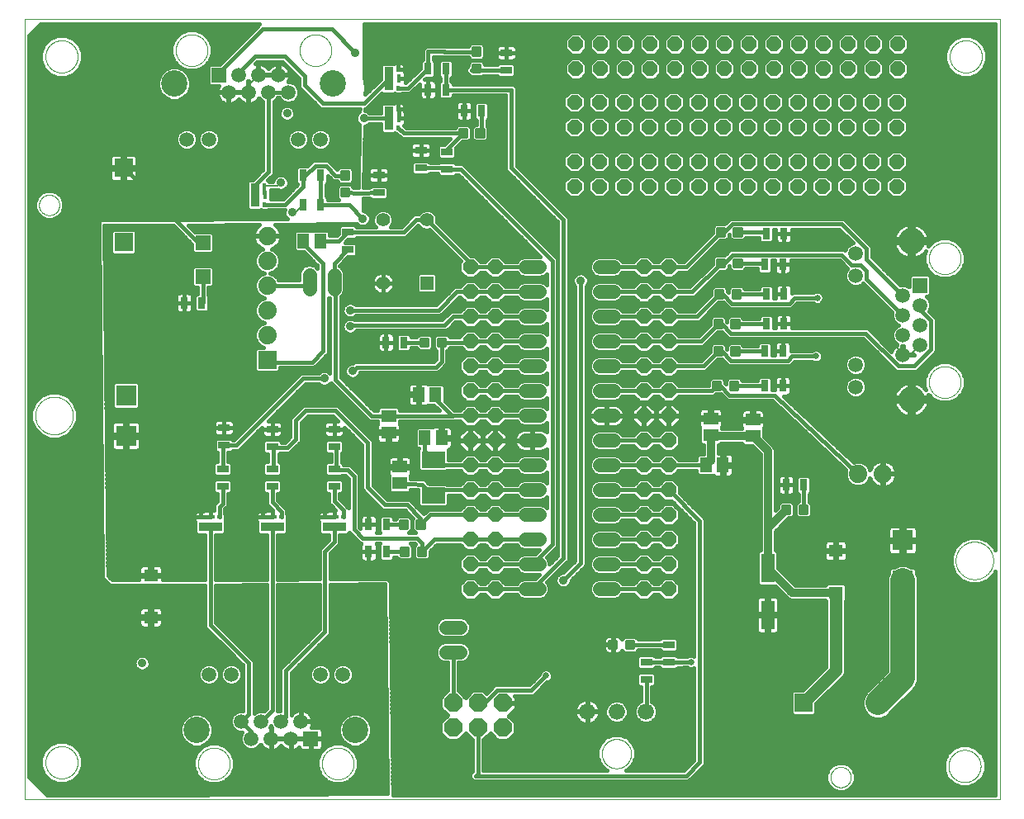
<source format=gtl>
G75*
%MOIN*%
%OFA0B0*%
%FSLAX25Y25*%
%IPPOS*%
%LPD*%
%AMOC8*
5,1,8,0,0,1.08239X$1,22.5*
%
%ADD10C,0.00000*%
%ADD11R,0.05906X0.05118*%
%ADD12R,0.05118X0.05906*%
%ADD13R,0.05512X0.11811*%
%ADD14R,0.05787X0.05000*%
%ADD15OC8,0.07400*%
%ADD16OC8,0.06000*%
%ADD17R,0.07400X0.07400*%
%ADD18C,0.07400*%
%ADD19C,0.01181*%
%ADD20R,0.05906X0.05906*%
%ADD21C,0.05600*%
%ADD22R,0.04724X0.03150*%
%ADD23R,0.03150X0.04724*%
%ADD24R,0.05937X0.05937*%
%ADD25C,0.05937*%
%ADD26C,0.10630*%
%ADD27R,0.03740X0.09449*%
%ADD28R,0.01772X0.03425*%
%ADD29R,0.01378X0.01969*%
%ADD30C,0.05500*%
%ADD31R,0.05500X0.05500*%
%ADD32R,0.09449X0.03740*%
%ADD33R,0.03425X0.01772*%
%ADD34R,0.01969X0.01378*%
%ADD35R,0.09449X0.06693*%
%ADD36C,0.05500*%
%ADD37R,0.08268X0.08268*%
%ADD38R,0.07500X0.07500*%
%ADD39C,0.06600*%
%ADD40C,0.01600*%
%ADD41C,0.02578*%
%ADD42C,0.05000*%
%ADD43C,0.03200*%
%ADD44C,0.03562*%
%ADD45C,0.01200*%
%ADD46C,0.00600*%
%ADD47C,0.01000*%
%ADD48C,0.10000*%
D10*
X0096800Y0066800D02*
X0096800Y0381761D01*
X0490501Y0381761D01*
X0490501Y0066800D01*
X0096800Y0066800D01*
X0105300Y0081800D02*
X0105302Y0081961D01*
X0105308Y0082121D01*
X0105318Y0082282D01*
X0105332Y0082442D01*
X0105350Y0082602D01*
X0105371Y0082761D01*
X0105397Y0082920D01*
X0105427Y0083078D01*
X0105460Y0083235D01*
X0105498Y0083392D01*
X0105539Y0083547D01*
X0105584Y0083701D01*
X0105633Y0083854D01*
X0105686Y0084006D01*
X0105742Y0084157D01*
X0105803Y0084306D01*
X0105866Y0084454D01*
X0105934Y0084600D01*
X0106005Y0084744D01*
X0106079Y0084886D01*
X0106157Y0085027D01*
X0106239Y0085165D01*
X0106324Y0085302D01*
X0106412Y0085436D01*
X0106504Y0085568D01*
X0106599Y0085698D01*
X0106697Y0085826D01*
X0106798Y0085951D01*
X0106902Y0086073D01*
X0107009Y0086193D01*
X0107119Y0086310D01*
X0107232Y0086425D01*
X0107348Y0086536D01*
X0107467Y0086645D01*
X0107588Y0086750D01*
X0107712Y0086853D01*
X0107838Y0086953D01*
X0107966Y0087049D01*
X0108097Y0087142D01*
X0108231Y0087232D01*
X0108366Y0087319D01*
X0108504Y0087402D01*
X0108643Y0087482D01*
X0108785Y0087558D01*
X0108928Y0087631D01*
X0109073Y0087700D01*
X0109220Y0087766D01*
X0109368Y0087828D01*
X0109518Y0087886D01*
X0109669Y0087941D01*
X0109822Y0087992D01*
X0109976Y0088039D01*
X0110131Y0088082D01*
X0110287Y0088121D01*
X0110443Y0088157D01*
X0110601Y0088188D01*
X0110759Y0088216D01*
X0110918Y0088240D01*
X0111078Y0088260D01*
X0111238Y0088276D01*
X0111398Y0088288D01*
X0111559Y0088296D01*
X0111720Y0088300D01*
X0111880Y0088300D01*
X0112041Y0088296D01*
X0112202Y0088288D01*
X0112362Y0088276D01*
X0112522Y0088260D01*
X0112682Y0088240D01*
X0112841Y0088216D01*
X0112999Y0088188D01*
X0113157Y0088157D01*
X0113313Y0088121D01*
X0113469Y0088082D01*
X0113624Y0088039D01*
X0113778Y0087992D01*
X0113931Y0087941D01*
X0114082Y0087886D01*
X0114232Y0087828D01*
X0114380Y0087766D01*
X0114527Y0087700D01*
X0114672Y0087631D01*
X0114815Y0087558D01*
X0114957Y0087482D01*
X0115096Y0087402D01*
X0115234Y0087319D01*
X0115369Y0087232D01*
X0115503Y0087142D01*
X0115634Y0087049D01*
X0115762Y0086953D01*
X0115888Y0086853D01*
X0116012Y0086750D01*
X0116133Y0086645D01*
X0116252Y0086536D01*
X0116368Y0086425D01*
X0116481Y0086310D01*
X0116591Y0086193D01*
X0116698Y0086073D01*
X0116802Y0085951D01*
X0116903Y0085826D01*
X0117001Y0085698D01*
X0117096Y0085568D01*
X0117188Y0085436D01*
X0117276Y0085302D01*
X0117361Y0085165D01*
X0117443Y0085027D01*
X0117521Y0084886D01*
X0117595Y0084744D01*
X0117666Y0084600D01*
X0117734Y0084454D01*
X0117797Y0084306D01*
X0117858Y0084157D01*
X0117914Y0084006D01*
X0117967Y0083854D01*
X0118016Y0083701D01*
X0118061Y0083547D01*
X0118102Y0083392D01*
X0118140Y0083235D01*
X0118173Y0083078D01*
X0118203Y0082920D01*
X0118229Y0082761D01*
X0118250Y0082602D01*
X0118268Y0082442D01*
X0118282Y0082282D01*
X0118292Y0082121D01*
X0118298Y0081961D01*
X0118300Y0081800D01*
X0118298Y0081639D01*
X0118292Y0081479D01*
X0118282Y0081318D01*
X0118268Y0081158D01*
X0118250Y0080998D01*
X0118229Y0080839D01*
X0118203Y0080680D01*
X0118173Y0080522D01*
X0118140Y0080365D01*
X0118102Y0080208D01*
X0118061Y0080053D01*
X0118016Y0079899D01*
X0117967Y0079746D01*
X0117914Y0079594D01*
X0117858Y0079443D01*
X0117797Y0079294D01*
X0117734Y0079146D01*
X0117666Y0079000D01*
X0117595Y0078856D01*
X0117521Y0078714D01*
X0117443Y0078573D01*
X0117361Y0078435D01*
X0117276Y0078298D01*
X0117188Y0078164D01*
X0117096Y0078032D01*
X0117001Y0077902D01*
X0116903Y0077774D01*
X0116802Y0077649D01*
X0116698Y0077527D01*
X0116591Y0077407D01*
X0116481Y0077290D01*
X0116368Y0077175D01*
X0116252Y0077064D01*
X0116133Y0076955D01*
X0116012Y0076850D01*
X0115888Y0076747D01*
X0115762Y0076647D01*
X0115634Y0076551D01*
X0115503Y0076458D01*
X0115369Y0076368D01*
X0115234Y0076281D01*
X0115096Y0076198D01*
X0114957Y0076118D01*
X0114815Y0076042D01*
X0114672Y0075969D01*
X0114527Y0075900D01*
X0114380Y0075834D01*
X0114232Y0075772D01*
X0114082Y0075714D01*
X0113931Y0075659D01*
X0113778Y0075608D01*
X0113624Y0075561D01*
X0113469Y0075518D01*
X0113313Y0075479D01*
X0113157Y0075443D01*
X0112999Y0075412D01*
X0112841Y0075384D01*
X0112682Y0075360D01*
X0112522Y0075340D01*
X0112362Y0075324D01*
X0112202Y0075312D01*
X0112041Y0075304D01*
X0111880Y0075300D01*
X0111720Y0075300D01*
X0111559Y0075304D01*
X0111398Y0075312D01*
X0111238Y0075324D01*
X0111078Y0075340D01*
X0110918Y0075360D01*
X0110759Y0075384D01*
X0110601Y0075412D01*
X0110443Y0075443D01*
X0110287Y0075479D01*
X0110131Y0075518D01*
X0109976Y0075561D01*
X0109822Y0075608D01*
X0109669Y0075659D01*
X0109518Y0075714D01*
X0109368Y0075772D01*
X0109220Y0075834D01*
X0109073Y0075900D01*
X0108928Y0075969D01*
X0108785Y0076042D01*
X0108643Y0076118D01*
X0108504Y0076198D01*
X0108366Y0076281D01*
X0108231Y0076368D01*
X0108097Y0076458D01*
X0107966Y0076551D01*
X0107838Y0076647D01*
X0107712Y0076747D01*
X0107588Y0076850D01*
X0107467Y0076955D01*
X0107348Y0077064D01*
X0107232Y0077175D01*
X0107119Y0077290D01*
X0107009Y0077407D01*
X0106902Y0077527D01*
X0106798Y0077649D01*
X0106697Y0077774D01*
X0106599Y0077902D01*
X0106504Y0078032D01*
X0106412Y0078164D01*
X0106324Y0078298D01*
X0106239Y0078435D01*
X0106157Y0078573D01*
X0106079Y0078714D01*
X0106005Y0078856D01*
X0105934Y0079000D01*
X0105866Y0079146D01*
X0105803Y0079294D01*
X0105742Y0079443D01*
X0105686Y0079594D01*
X0105633Y0079746D01*
X0105584Y0079899D01*
X0105539Y0080053D01*
X0105498Y0080208D01*
X0105460Y0080365D01*
X0105427Y0080522D01*
X0105397Y0080680D01*
X0105371Y0080839D01*
X0105350Y0080998D01*
X0105332Y0081158D01*
X0105318Y0081318D01*
X0105308Y0081479D01*
X0105302Y0081639D01*
X0105300Y0081800D01*
X0166902Y0081300D02*
X0166904Y0081460D01*
X0166910Y0081619D01*
X0166920Y0081778D01*
X0166934Y0081937D01*
X0166952Y0082096D01*
X0166973Y0082254D01*
X0166999Y0082411D01*
X0167029Y0082568D01*
X0167062Y0082724D01*
X0167100Y0082879D01*
X0167141Y0083033D01*
X0167186Y0083186D01*
X0167235Y0083338D01*
X0167288Y0083488D01*
X0167344Y0083637D01*
X0167404Y0083785D01*
X0167468Y0083931D01*
X0167536Y0084076D01*
X0167607Y0084219D01*
X0167681Y0084360D01*
X0167759Y0084499D01*
X0167841Y0084636D01*
X0167926Y0084771D01*
X0168014Y0084904D01*
X0168105Y0085035D01*
X0168200Y0085163D01*
X0168298Y0085289D01*
X0168399Y0085413D01*
X0168503Y0085533D01*
X0168610Y0085652D01*
X0168720Y0085767D01*
X0168833Y0085880D01*
X0168948Y0085990D01*
X0169067Y0086097D01*
X0169187Y0086201D01*
X0169311Y0086302D01*
X0169437Y0086400D01*
X0169565Y0086495D01*
X0169696Y0086586D01*
X0169829Y0086674D01*
X0169964Y0086759D01*
X0170101Y0086841D01*
X0170240Y0086919D01*
X0170381Y0086993D01*
X0170524Y0087064D01*
X0170669Y0087132D01*
X0170815Y0087196D01*
X0170963Y0087256D01*
X0171112Y0087312D01*
X0171262Y0087365D01*
X0171414Y0087414D01*
X0171567Y0087459D01*
X0171721Y0087500D01*
X0171876Y0087538D01*
X0172032Y0087571D01*
X0172189Y0087601D01*
X0172346Y0087627D01*
X0172504Y0087648D01*
X0172663Y0087666D01*
X0172822Y0087680D01*
X0172981Y0087690D01*
X0173140Y0087696D01*
X0173300Y0087698D01*
X0173460Y0087696D01*
X0173619Y0087690D01*
X0173778Y0087680D01*
X0173937Y0087666D01*
X0174096Y0087648D01*
X0174254Y0087627D01*
X0174411Y0087601D01*
X0174568Y0087571D01*
X0174724Y0087538D01*
X0174879Y0087500D01*
X0175033Y0087459D01*
X0175186Y0087414D01*
X0175338Y0087365D01*
X0175488Y0087312D01*
X0175637Y0087256D01*
X0175785Y0087196D01*
X0175931Y0087132D01*
X0176076Y0087064D01*
X0176219Y0086993D01*
X0176360Y0086919D01*
X0176499Y0086841D01*
X0176636Y0086759D01*
X0176771Y0086674D01*
X0176904Y0086586D01*
X0177035Y0086495D01*
X0177163Y0086400D01*
X0177289Y0086302D01*
X0177413Y0086201D01*
X0177533Y0086097D01*
X0177652Y0085990D01*
X0177767Y0085880D01*
X0177880Y0085767D01*
X0177990Y0085652D01*
X0178097Y0085533D01*
X0178201Y0085413D01*
X0178302Y0085289D01*
X0178400Y0085163D01*
X0178495Y0085035D01*
X0178586Y0084904D01*
X0178674Y0084771D01*
X0178759Y0084636D01*
X0178841Y0084499D01*
X0178919Y0084360D01*
X0178993Y0084219D01*
X0179064Y0084076D01*
X0179132Y0083931D01*
X0179196Y0083785D01*
X0179256Y0083637D01*
X0179312Y0083488D01*
X0179365Y0083338D01*
X0179414Y0083186D01*
X0179459Y0083033D01*
X0179500Y0082879D01*
X0179538Y0082724D01*
X0179571Y0082568D01*
X0179601Y0082411D01*
X0179627Y0082254D01*
X0179648Y0082096D01*
X0179666Y0081937D01*
X0179680Y0081778D01*
X0179690Y0081619D01*
X0179696Y0081460D01*
X0179698Y0081300D01*
X0179696Y0081140D01*
X0179690Y0080981D01*
X0179680Y0080822D01*
X0179666Y0080663D01*
X0179648Y0080504D01*
X0179627Y0080346D01*
X0179601Y0080189D01*
X0179571Y0080032D01*
X0179538Y0079876D01*
X0179500Y0079721D01*
X0179459Y0079567D01*
X0179414Y0079414D01*
X0179365Y0079262D01*
X0179312Y0079112D01*
X0179256Y0078963D01*
X0179196Y0078815D01*
X0179132Y0078669D01*
X0179064Y0078524D01*
X0178993Y0078381D01*
X0178919Y0078240D01*
X0178841Y0078101D01*
X0178759Y0077964D01*
X0178674Y0077829D01*
X0178586Y0077696D01*
X0178495Y0077565D01*
X0178400Y0077437D01*
X0178302Y0077311D01*
X0178201Y0077187D01*
X0178097Y0077067D01*
X0177990Y0076948D01*
X0177880Y0076833D01*
X0177767Y0076720D01*
X0177652Y0076610D01*
X0177533Y0076503D01*
X0177413Y0076399D01*
X0177289Y0076298D01*
X0177163Y0076200D01*
X0177035Y0076105D01*
X0176904Y0076014D01*
X0176771Y0075926D01*
X0176636Y0075841D01*
X0176499Y0075759D01*
X0176360Y0075681D01*
X0176219Y0075607D01*
X0176076Y0075536D01*
X0175931Y0075468D01*
X0175785Y0075404D01*
X0175637Y0075344D01*
X0175488Y0075288D01*
X0175338Y0075235D01*
X0175186Y0075186D01*
X0175033Y0075141D01*
X0174879Y0075100D01*
X0174724Y0075062D01*
X0174568Y0075029D01*
X0174411Y0074999D01*
X0174254Y0074973D01*
X0174096Y0074952D01*
X0173937Y0074934D01*
X0173778Y0074920D01*
X0173619Y0074910D01*
X0173460Y0074904D01*
X0173300Y0074902D01*
X0173140Y0074904D01*
X0172981Y0074910D01*
X0172822Y0074920D01*
X0172663Y0074934D01*
X0172504Y0074952D01*
X0172346Y0074973D01*
X0172189Y0074999D01*
X0172032Y0075029D01*
X0171876Y0075062D01*
X0171721Y0075100D01*
X0171567Y0075141D01*
X0171414Y0075186D01*
X0171262Y0075235D01*
X0171112Y0075288D01*
X0170963Y0075344D01*
X0170815Y0075404D01*
X0170669Y0075468D01*
X0170524Y0075536D01*
X0170381Y0075607D01*
X0170240Y0075681D01*
X0170101Y0075759D01*
X0169964Y0075841D01*
X0169829Y0075926D01*
X0169696Y0076014D01*
X0169565Y0076105D01*
X0169437Y0076200D01*
X0169311Y0076298D01*
X0169187Y0076399D01*
X0169067Y0076503D01*
X0168948Y0076610D01*
X0168833Y0076720D01*
X0168720Y0076833D01*
X0168610Y0076948D01*
X0168503Y0077067D01*
X0168399Y0077187D01*
X0168298Y0077311D01*
X0168200Y0077437D01*
X0168105Y0077565D01*
X0168014Y0077696D01*
X0167926Y0077829D01*
X0167841Y0077964D01*
X0167759Y0078101D01*
X0167681Y0078240D01*
X0167607Y0078381D01*
X0167536Y0078524D01*
X0167468Y0078669D01*
X0167404Y0078815D01*
X0167344Y0078963D01*
X0167288Y0079112D01*
X0167235Y0079262D01*
X0167186Y0079414D01*
X0167141Y0079567D01*
X0167100Y0079721D01*
X0167062Y0079876D01*
X0167029Y0080032D01*
X0166999Y0080189D01*
X0166973Y0080346D01*
X0166952Y0080504D01*
X0166934Y0080663D01*
X0166920Y0080822D01*
X0166910Y0080981D01*
X0166904Y0081140D01*
X0166902Y0081300D01*
X0216902Y0081300D02*
X0216904Y0081460D01*
X0216910Y0081619D01*
X0216920Y0081778D01*
X0216934Y0081937D01*
X0216952Y0082096D01*
X0216973Y0082254D01*
X0216999Y0082411D01*
X0217029Y0082568D01*
X0217062Y0082724D01*
X0217100Y0082879D01*
X0217141Y0083033D01*
X0217186Y0083186D01*
X0217235Y0083338D01*
X0217288Y0083488D01*
X0217344Y0083637D01*
X0217404Y0083785D01*
X0217468Y0083931D01*
X0217536Y0084076D01*
X0217607Y0084219D01*
X0217681Y0084360D01*
X0217759Y0084499D01*
X0217841Y0084636D01*
X0217926Y0084771D01*
X0218014Y0084904D01*
X0218105Y0085035D01*
X0218200Y0085163D01*
X0218298Y0085289D01*
X0218399Y0085413D01*
X0218503Y0085533D01*
X0218610Y0085652D01*
X0218720Y0085767D01*
X0218833Y0085880D01*
X0218948Y0085990D01*
X0219067Y0086097D01*
X0219187Y0086201D01*
X0219311Y0086302D01*
X0219437Y0086400D01*
X0219565Y0086495D01*
X0219696Y0086586D01*
X0219829Y0086674D01*
X0219964Y0086759D01*
X0220101Y0086841D01*
X0220240Y0086919D01*
X0220381Y0086993D01*
X0220524Y0087064D01*
X0220669Y0087132D01*
X0220815Y0087196D01*
X0220963Y0087256D01*
X0221112Y0087312D01*
X0221262Y0087365D01*
X0221414Y0087414D01*
X0221567Y0087459D01*
X0221721Y0087500D01*
X0221876Y0087538D01*
X0222032Y0087571D01*
X0222189Y0087601D01*
X0222346Y0087627D01*
X0222504Y0087648D01*
X0222663Y0087666D01*
X0222822Y0087680D01*
X0222981Y0087690D01*
X0223140Y0087696D01*
X0223300Y0087698D01*
X0223460Y0087696D01*
X0223619Y0087690D01*
X0223778Y0087680D01*
X0223937Y0087666D01*
X0224096Y0087648D01*
X0224254Y0087627D01*
X0224411Y0087601D01*
X0224568Y0087571D01*
X0224724Y0087538D01*
X0224879Y0087500D01*
X0225033Y0087459D01*
X0225186Y0087414D01*
X0225338Y0087365D01*
X0225488Y0087312D01*
X0225637Y0087256D01*
X0225785Y0087196D01*
X0225931Y0087132D01*
X0226076Y0087064D01*
X0226219Y0086993D01*
X0226360Y0086919D01*
X0226499Y0086841D01*
X0226636Y0086759D01*
X0226771Y0086674D01*
X0226904Y0086586D01*
X0227035Y0086495D01*
X0227163Y0086400D01*
X0227289Y0086302D01*
X0227413Y0086201D01*
X0227533Y0086097D01*
X0227652Y0085990D01*
X0227767Y0085880D01*
X0227880Y0085767D01*
X0227990Y0085652D01*
X0228097Y0085533D01*
X0228201Y0085413D01*
X0228302Y0085289D01*
X0228400Y0085163D01*
X0228495Y0085035D01*
X0228586Y0084904D01*
X0228674Y0084771D01*
X0228759Y0084636D01*
X0228841Y0084499D01*
X0228919Y0084360D01*
X0228993Y0084219D01*
X0229064Y0084076D01*
X0229132Y0083931D01*
X0229196Y0083785D01*
X0229256Y0083637D01*
X0229312Y0083488D01*
X0229365Y0083338D01*
X0229414Y0083186D01*
X0229459Y0083033D01*
X0229500Y0082879D01*
X0229538Y0082724D01*
X0229571Y0082568D01*
X0229601Y0082411D01*
X0229627Y0082254D01*
X0229648Y0082096D01*
X0229666Y0081937D01*
X0229680Y0081778D01*
X0229690Y0081619D01*
X0229696Y0081460D01*
X0229698Y0081300D01*
X0229696Y0081140D01*
X0229690Y0080981D01*
X0229680Y0080822D01*
X0229666Y0080663D01*
X0229648Y0080504D01*
X0229627Y0080346D01*
X0229601Y0080189D01*
X0229571Y0080032D01*
X0229538Y0079876D01*
X0229500Y0079721D01*
X0229459Y0079567D01*
X0229414Y0079414D01*
X0229365Y0079262D01*
X0229312Y0079112D01*
X0229256Y0078963D01*
X0229196Y0078815D01*
X0229132Y0078669D01*
X0229064Y0078524D01*
X0228993Y0078381D01*
X0228919Y0078240D01*
X0228841Y0078101D01*
X0228759Y0077964D01*
X0228674Y0077829D01*
X0228586Y0077696D01*
X0228495Y0077565D01*
X0228400Y0077437D01*
X0228302Y0077311D01*
X0228201Y0077187D01*
X0228097Y0077067D01*
X0227990Y0076948D01*
X0227880Y0076833D01*
X0227767Y0076720D01*
X0227652Y0076610D01*
X0227533Y0076503D01*
X0227413Y0076399D01*
X0227289Y0076298D01*
X0227163Y0076200D01*
X0227035Y0076105D01*
X0226904Y0076014D01*
X0226771Y0075926D01*
X0226636Y0075841D01*
X0226499Y0075759D01*
X0226360Y0075681D01*
X0226219Y0075607D01*
X0226076Y0075536D01*
X0225931Y0075468D01*
X0225785Y0075404D01*
X0225637Y0075344D01*
X0225488Y0075288D01*
X0225338Y0075235D01*
X0225186Y0075186D01*
X0225033Y0075141D01*
X0224879Y0075100D01*
X0224724Y0075062D01*
X0224568Y0075029D01*
X0224411Y0074999D01*
X0224254Y0074973D01*
X0224096Y0074952D01*
X0223937Y0074934D01*
X0223778Y0074920D01*
X0223619Y0074910D01*
X0223460Y0074904D01*
X0223300Y0074902D01*
X0223140Y0074904D01*
X0222981Y0074910D01*
X0222822Y0074920D01*
X0222663Y0074934D01*
X0222504Y0074952D01*
X0222346Y0074973D01*
X0222189Y0074999D01*
X0222032Y0075029D01*
X0221876Y0075062D01*
X0221721Y0075100D01*
X0221567Y0075141D01*
X0221414Y0075186D01*
X0221262Y0075235D01*
X0221112Y0075288D01*
X0220963Y0075344D01*
X0220815Y0075404D01*
X0220669Y0075468D01*
X0220524Y0075536D01*
X0220381Y0075607D01*
X0220240Y0075681D01*
X0220101Y0075759D01*
X0219964Y0075841D01*
X0219829Y0075926D01*
X0219696Y0076014D01*
X0219565Y0076105D01*
X0219437Y0076200D01*
X0219311Y0076298D01*
X0219187Y0076399D01*
X0219067Y0076503D01*
X0218948Y0076610D01*
X0218833Y0076720D01*
X0218720Y0076833D01*
X0218610Y0076948D01*
X0218503Y0077067D01*
X0218399Y0077187D01*
X0218298Y0077311D01*
X0218200Y0077437D01*
X0218105Y0077565D01*
X0218014Y0077696D01*
X0217926Y0077829D01*
X0217841Y0077964D01*
X0217759Y0078101D01*
X0217681Y0078240D01*
X0217607Y0078381D01*
X0217536Y0078524D01*
X0217468Y0078669D01*
X0217404Y0078815D01*
X0217344Y0078963D01*
X0217288Y0079112D01*
X0217235Y0079262D01*
X0217186Y0079414D01*
X0217141Y0079567D01*
X0217100Y0079721D01*
X0217062Y0079876D01*
X0217029Y0080032D01*
X0216999Y0080189D01*
X0216973Y0080346D01*
X0216952Y0080504D01*
X0216934Y0080663D01*
X0216920Y0080822D01*
X0216910Y0080981D01*
X0216904Y0081140D01*
X0216902Y0081300D01*
X0329894Y0085300D02*
X0329896Y0085453D01*
X0329902Y0085607D01*
X0329912Y0085760D01*
X0329926Y0085912D01*
X0329944Y0086065D01*
X0329966Y0086216D01*
X0329991Y0086367D01*
X0330021Y0086518D01*
X0330055Y0086668D01*
X0330092Y0086816D01*
X0330133Y0086964D01*
X0330178Y0087110D01*
X0330227Y0087256D01*
X0330280Y0087400D01*
X0330336Y0087542D01*
X0330396Y0087683D01*
X0330460Y0087823D01*
X0330527Y0087961D01*
X0330598Y0088097D01*
X0330673Y0088231D01*
X0330750Y0088363D01*
X0330832Y0088493D01*
X0330916Y0088621D01*
X0331004Y0088747D01*
X0331095Y0088870D01*
X0331189Y0088991D01*
X0331287Y0089109D01*
X0331387Y0089225D01*
X0331491Y0089338D01*
X0331597Y0089449D01*
X0331706Y0089557D01*
X0331818Y0089662D01*
X0331932Y0089763D01*
X0332050Y0089862D01*
X0332169Y0089958D01*
X0332291Y0090051D01*
X0332416Y0090140D01*
X0332543Y0090227D01*
X0332672Y0090309D01*
X0332803Y0090389D01*
X0332936Y0090465D01*
X0333071Y0090538D01*
X0333208Y0090607D01*
X0333347Y0090672D01*
X0333487Y0090734D01*
X0333629Y0090792D01*
X0333772Y0090847D01*
X0333917Y0090898D01*
X0334063Y0090945D01*
X0334210Y0090988D01*
X0334358Y0091027D01*
X0334507Y0091063D01*
X0334657Y0091094D01*
X0334808Y0091122D01*
X0334959Y0091146D01*
X0335112Y0091166D01*
X0335264Y0091182D01*
X0335417Y0091194D01*
X0335570Y0091202D01*
X0335723Y0091206D01*
X0335877Y0091206D01*
X0336030Y0091202D01*
X0336183Y0091194D01*
X0336336Y0091182D01*
X0336488Y0091166D01*
X0336641Y0091146D01*
X0336792Y0091122D01*
X0336943Y0091094D01*
X0337093Y0091063D01*
X0337242Y0091027D01*
X0337390Y0090988D01*
X0337537Y0090945D01*
X0337683Y0090898D01*
X0337828Y0090847D01*
X0337971Y0090792D01*
X0338113Y0090734D01*
X0338253Y0090672D01*
X0338392Y0090607D01*
X0338529Y0090538D01*
X0338664Y0090465D01*
X0338797Y0090389D01*
X0338928Y0090309D01*
X0339057Y0090227D01*
X0339184Y0090140D01*
X0339309Y0090051D01*
X0339431Y0089958D01*
X0339550Y0089862D01*
X0339668Y0089763D01*
X0339782Y0089662D01*
X0339894Y0089557D01*
X0340003Y0089449D01*
X0340109Y0089338D01*
X0340213Y0089225D01*
X0340313Y0089109D01*
X0340411Y0088991D01*
X0340505Y0088870D01*
X0340596Y0088747D01*
X0340684Y0088621D01*
X0340768Y0088493D01*
X0340850Y0088363D01*
X0340927Y0088231D01*
X0341002Y0088097D01*
X0341073Y0087961D01*
X0341140Y0087823D01*
X0341204Y0087683D01*
X0341264Y0087542D01*
X0341320Y0087400D01*
X0341373Y0087256D01*
X0341422Y0087110D01*
X0341467Y0086964D01*
X0341508Y0086816D01*
X0341545Y0086668D01*
X0341579Y0086518D01*
X0341609Y0086367D01*
X0341634Y0086216D01*
X0341656Y0086065D01*
X0341674Y0085912D01*
X0341688Y0085760D01*
X0341698Y0085607D01*
X0341704Y0085453D01*
X0341706Y0085300D01*
X0341704Y0085147D01*
X0341698Y0084993D01*
X0341688Y0084840D01*
X0341674Y0084688D01*
X0341656Y0084535D01*
X0341634Y0084384D01*
X0341609Y0084233D01*
X0341579Y0084082D01*
X0341545Y0083932D01*
X0341508Y0083784D01*
X0341467Y0083636D01*
X0341422Y0083490D01*
X0341373Y0083344D01*
X0341320Y0083200D01*
X0341264Y0083058D01*
X0341204Y0082917D01*
X0341140Y0082777D01*
X0341073Y0082639D01*
X0341002Y0082503D01*
X0340927Y0082369D01*
X0340850Y0082237D01*
X0340768Y0082107D01*
X0340684Y0081979D01*
X0340596Y0081853D01*
X0340505Y0081730D01*
X0340411Y0081609D01*
X0340313Y0081491D01*
X0340213Y0081375D01*
X0340109Y0081262D01*
X0340003Y0081151D01*
X0339894Y0081043D01*
X0339782Y0080938D01*
X0339668Y0080837D01*
X0339550Y0080738D01*
X0339431Y0080642D01*
X0339309Y0080549D01*
X0339184Y0080460D01*
X0339057Y0080373D01*
X0338928Y0080291D01*
X0338797Y0080211D01*
X0338664Y0080135D01*
X0338529Y0080062D01*
X0338392Y0079993D01*
X0338253Y0079928D01*
X0338113Y0079866D01*
X0337971Y0079808D01*
X0337828Y0079753D01*
X0337683Y0079702D01*
X0337537Y0079655D01*
X0337390Y0079612D01*
X0337242Y0079573D01*
X0337093Y0079537D01*
X0336943Y0079506D01*
X0336792Y0079478D01*
X0336641Y0079454D01*
X0336488Y0079434D01*
X0336336Y0079418D01*
X0336183Y0079406D01*
X0336030Y0079398D01*
X0335877Y0079394D01*
X0335723Y0079394D01*
X0335570Y0079398D01*
X0335417Y0079406D01*
X0335264Y0079418D01*
X0335112Y0079434D01*
X0334959Y0079454D01*
X0334808Y0079478D01*
X0334657Y0079506D01*
X0334507Y0079537D01*
X0334358Y0079573D01*
X0334210Y0079612D01*
X0334063Y0079655D01*
X0333917Y0079702D01*
X0333772Y0079753D01*
X0333629Y0079808D01*
X0333487Y0079866D01*
X0333347Y0079928D01*
X0333208Y0079993D01*
X0333071Y0080062D01*
X0332936Y0080135D01*
X0332803Y0080211D01*
X0332672Y0080291D01*
X0332543Y0080373D01*
X0332416Y0080460D01*
X0332291Y0080549D01*
X0332169Y0080642D01*
X0332050Y0080738D01*
X0331932Y0080837D01*
X0331818Y0080938D01*
X0331706Y0081043D01*
X0331597Y0081151D01*
X0331491Y0081262D01*
X0331387Y0081375D01*
X0331287Y0081491D01*
X0331189Y0081609D01*
X0331095Y0081730D01*
X0331004Y0081853D01*
X0330916Y0081979D01*
X0330832Y0082107D01*
X0330750Y0082237D01*
X0330673Y0082369D01*
X0330598Y0082503D01*
X0330527Y0082639D01*
X0330460Y0082777D01*
X0330396Y0082917D01*
X0330336Y0083058D01*
X0330280Y0083200D01*
X0330227Y0083344D01*
X0330178Y0083490D01*
X0330133Y0083636D01*
X0330092Y0083784D01*
X0330055Y0083932D01*
X0330021Y0084082D01*
X0329991Y0084233D01*
X0329966Y0084384D01*
X0329944Y0084535D01*
X0329926Y0084688D01*
X0329912Y0084840D01*
X0329902Y0084993D01*
X0329896Y0085147D01*
X0329894Y0085300D01*
X0422200Y0075800D02*
X0422202Y0075928D01*
X0422208Y0076055D01*
X0422218Y0076182D01*
X0422232Y0076309D01*
X0422249Y0076435D01*
X0422271Y0076561D01*
X0422297Y0076686D01*
X0422326Y0076810D01*
X0422360Y0076933D01*
X0422397Y0077055D01*
X0422438Y0077176D01*
X0422482Y0077295D01*
X0422531Y0077413D01*
X0422583Y0077530D01*
X0422638Y0077644D01*
X0422697Y0077757D01*
X0422760Y0077868D01*
X0422826Y0077977D01*
X0422895Y0078084D01*
X0422968Y0078189D01*
X0423044Y0078292D01*
X0423123Y0078392D01*
X0423205Y0078489D01*
X0423290Y0078584D01*
X0423378Y0078677D01*
X0423469Y0078766D01*
X0423563Y0078853D01*
X0423659Y0078936D01*
X0423758Y0079017D01*
X0423859Y0079094D01*
X0423963Y0079169D01*
X0424069Y0079240D01*
X0424177Y0079307D01*
X0424287Y0079372D01*
X0424399Y0079433D01*
X0424513Y0079490D01*
X0424628Y0079544D01*
X0424746Y0079594D01*
X0424864Y0079640D01*
X0424985Y0079683D01*
X0425106Y0079722D01*
X0425229Y0079758D01*
X0425352Y0079789D01*
X0425477Y0079816D01*
X0425602Y0079840D01*
X0425728Y0079860D01*
X0425855Y0079876D01*
X0425981Y0079888D01*
X0426109Y0079896D01*
X0426236Y0079900D01*
X0426364Y0079900D01*
X0426491Y0079896D01*
X0426619Y0079888D01*
X0426745Y0079876D01*
X0426872Y0079860D01*
X0426998Y0079840D01*
X0427123Y0079816D01*
X0427248Y0079789D01*
X0427371Y0079758D01*
X0427494Y0079722D01*
X0427615Y0079683D01*
X0427736Y0079640D01*
X0427854Y0079594D01*
X0427972Y0079544D01*
X0428087Y0079490D01*
X0428201Y0079433D01*
X0428313Y0079372D01*
X0428423Y0079307D01*
X0428531Y0079240D01*
X0428637Y0079169D01*
X0428741Y0079094D01*
X0428842Y0079017D01*
X0428941Y0078936D01*
X0429037Y0078853D01*
X0429131Y0078766D01*
X0429222Y0078677D01*
X0429310Y0078584D01*
X0429395Y0078489D01*
X0429477Y0078392D01*
X0429556Y0078292D01*
X0429632Y0078189D01*
X0429705Y0078084D01*
X0429774Y0077977D01*
X0429840Y0077868D01*
X0429903Y0077757D01*
X0429962Y0077644D01*
X0430017Y0077530D01*
X0430069Y0077413D01*
X0430118Y0077295D01*
X0430162Y0077176D01*
X0430203Y0077055D01*
X0430240Y0076933D01*
X0430274Y0076810D01*
X0430303Y0076686D01*
X0430329Y0076561D01*
X0430351Y0076435D01*
X0430368Y0076309D01*
X0430382Y0076182D01*
X0430392Y0076055D01*
X0430398Y0075928D01*
X0430400Y0075800D01*
X0430398Y0075672D01*
X0430392Y0075545D01*
X0430382Y0075418D01*
X0430368Y0075291D01*
X0430351Y0075165D01*
X0430329Y0075039D01*
X0430303Y0074914D01*
X0430274Y0074790D01*
X0430240Y0074667D01*
X0430203Y0074545D01*
X0430162Y0074424D01*
X0430118Y0074305D01*
X0430069Y0074187D01*
X0430017Y0074070D01*
X0429962Y0073956D01*
X0429903Y0073843D01*
X0429840Y0073732D01*
X0429774Y0073623D01*
X0429705Y0073516D01*
X0429632Y0073411D01*
X0429556Y0073308D01*
X0429477Y0073208D01*
X0429395Y0073111D01*
X0429310Y0073016D01*
X0429222Y0072923D01*
X0429131Y0072834D01*
X0429037Y0072747D01*
X0428941Y0072664D01*
X0428842Y0072583D01*
X0428741Y0072506D01*
X0428637Y0072431D01*
X0428531Y0072360D01*
X0428423Y0072293D01*
X0428313Y0072228D01*
X0428201Y0072167D01*
X0428087Y0072110D01*
X0427972Y0072056D01*
X0427854Y0072006D01*
X0427736Y0071960D01*
X0427615Y0071917D01*
X0427494Y0071878D01*
X0427371Y0071842D01*
X0427248Y0071811D01*
X0427123Y0071784D01*
X0426998Y0071760D01*
X0426872Y0071740D01*
X0426745Y0071724D01*
X0426619Y0071712D01*
X0426491Y0071704D01*
X0426364Y0071700D01*
X0426236Y0071700D01*
X0426109Y0071704D01*
X0425981Y0071712D01*
X0425855Y0071724D01*
X0425728Y0071740D01*
X0425602Y0071760D01*
X0425477Y0071784D01*
X0425352Y0071811D01*
X0425229Y0071842D01*
X0425106Y0071878D01*
X0424985Y0071917D01*
X0424864Y0071960D01*
X0424746Y0072006D01*
X0424628Y0072056D01*
X0424513Y0072110D01*
X0424399Y0072167D01*
X0424287Y0072228D01*
X0424177Y0072293D01*
X0424069Y0072360D01*
X0423963Y0072431D01*
X0423859Y0072506D01*
X0423758Y0072583D01*
X0423659Y0072664D01*
X0423563Y0072747D01*
X0423469Y0072834D01*
X0423378Y0072923D01*
X0423290Y0073016D01*
X0423205Y0073111D01*
X0423123Y0073208D01*
X0423044Y0073308D01*
X0422968Y0073411D01*
X0422895Y0073516D01*
X0422826Y0073623D01*
X0422760Y0073732D01*
X0422697Y0073843D01*
X0422638Y0073956D01*
X0422583Y0074070D01*
X0422531Y0074187D01*
X0422482Y0074305D01*
X0422438Y0074424D01*
X0422397Y0074545D01*
X0422360Y0074667D01*
X0422326Y0074790D01*
X0422297Y0074914D01*
X0422271Y0075039D01*
X0422249Y0075165D01*
X0422232Y0075291D01*
X0422218Y0075418D01*
X0422208Y0075545D01*
X0422202Y0075672D01*
X0422200Y0075800D01*
X0469800Y0080300D02*
X0469802Y0080461D01*
X0469808Y0080621D01*
X0469818Y0080782D01*
X0469832Y0080942D01*
X0469850Y0081102D01*
X0469871Y0081261D01*
X0469897Y0081420D01*
X0469927Y0081578D01*
X0469960Y0081735D01*
X0469998Y0081892D01*
X0470039Y0082047D01*
X0470084Y0082201D01*
X0470133Y0082354D01*
X0470186Y0082506D01*
X0470242Y0082657D01*
X0470303Y0082806D01*
X0470366Y0082954D01*
X0470434Y0083100D01*
X0470505Y0083244D01*
X0470579Y0083386D01*
X0470657Y0083527D01*
X0470739Y0083665D01*
X0470824Y0083802D01*
X0470912Y0083936D01*
X0471004Y0084068D01*
X0471099Y0084198D01*
X0471197Y0084326D01*
X0471298Y0084451D01*
X0471402Y0084573D01*
X0471509Y0084693D01*
X0471619Y0084810D01*
X0471732Y0084925D01*
X0471848Y0085036D01*
X0471967Y0085145D01*
X0472088Y0085250D01*
X0472212Y0085353D01*
X0472338Y0085453D01*
X0472466Y0085549D01*
X0472597Y0085642D01*
X0472731Y0085732D01*
X0472866Y0085819D01*
X0473004Y0085902D01*
X0473143Y0085982D01*
X0473285Y0086058D01*
X0473428Y0086131D01*
X0473573Y0086200D01*
X0473720Y0086266D01*
X0473868Y0086328D01*
X0474018Y0086386D01*
X0474169Y0086441D01*
X0474322Y0086492D01*
X0474476Y0086539D01*
X0474631Y0086582D01*
X0474787Y0086621D01*
X0474943Y0086657D01*
X0475101Y0086688D01*
X0475259Y0086716D01*
X0475418Y0086740D01*
X0475578Y0086760D01*
X0475738Y0086776D01*
X0475898Y0086788D01*
X0476059Y0086796D01*
X0476220Y0086800D01*
X0476380Y0086800D01*
X0476541Y0086796D01*
X0476702Y0086788D01*
X0476862Y0086776D01*
X0477022Y0086760D01*
X0477182Y0086740D01*
X0477341Y0086716D01*
X0477499Y0086688D01*
X0477657Y0086657D01*
X0477813Y0086621D01*
X0477969Y0086582D01*
X0478124Y0086539D01*
X0478278Y0086492D01*
X0478431Y0086441D01*
X0478582Y0086386D01*
X0478732Y0086328D01*
X0478880Y0086266D01*
X0479027Y0086200D01*
X0479172Y0086131D01*
X0479315Y0086058D01*
X0479457Y0085982D01*
X0479596Y0085902D01*
X0479734Y0085819D01*
X0479869Y0085732D01*
X0480003Y0085642D01*
X0480134Y0085549D01*
X0480262Y0085453D01*
X0480388Y0085353D01*
X0480512Y0085250D01*
X0480633Y0085145D01*
X0480752Y0085036D01*
X0480868Y0084925D01*
X0480981Y0084810D01*
X0481091Y0084693D01*
X0481198Y0084573D01*
X0481302Y0084451D01*
X0481403Y0084326D01*
X0481501Y0084198D01*
X0481596Y0084068D01*
X0481688Y0083936D01*
X0481776Y0083802D01*
X0481861Y0083665D01*
X0481943Y0083527D01*
X0482021Y0083386D01*
X0482095Y0083244D01*
X0482166Y0083100D01*
X0482234Y0082954D01*
X0482297Y0082806D01*
X0482358Y0082657D01*
X0482414Y0082506D01*
X0482467Y0082354D01*
X0482516Y0082201D01*
X0482561Y0082047D01*
X0482602Y0081892D01*
X0482640Y0081735D01*
X0482673Y0081578D01*
X0482703Y0081420D01*
X0482729Y0081261D01*
X0482750Y0081102D01*
X0482768Y0080942D01*
X0482782Y0080782D01*
X0482792Y0080621D01*
X0482798Y0080461D01*
X0482800Y0080300D01*
X0482798Y0080139D01*
X0482792Y0079979D01*
X0482782Y0079818D01*
X0482768Y0079658D01*
X0482750Y0079498D01*
X0482729Y0079339D01*
X0482703Y0079180D01*
X0482673Y0079022D01*
X0482640Y0078865D01*
X0482602Y0078708D01*
X0482561Y0078553D01*
X0482516Y0078399D01*
X0482467Y0078246D01*
X0482414Y0078094D01*
X0482358Y0077943D01*
X0482297Y0077794D01*
X0482234Y0077646D01*
X0482166Y0077500D01*
X0482095Y0077356D01*
X0482021Y0077214D01*
X0481943Y0077073D01*
X0481861Y0076935D01*
X0481776Y0076798D01*
X0481688Y0076664D01*
X0481596Y0076532D01*
X0481501Y0076402D01*
X0481403Y0076274D01*
X0481302Y0076149D01*
X0481198Y0076027D01*
X0481091Y0075907D01*
X0480981Y0075790D01*
X0480868Y0075675D01*
X0480752Y0075564D01*
X0480633Y0075455D01*
X0480512Y0075350D01*
X0480388Y0075247D01*
X0480262Y0075147D01*
X0480134Y0075051D01*
X0480003Y0074958D01*
X0479869Y0074868D01*
X0479734Y0074781D01*
X0479596Y0074698D01*
X0479457Y0074618D01*
X0479315Y0074542D01*
X0479172Y0074469D01*
X0479027Y0074400D01*
X0478880Y0074334D01*
X0478732Y0074272D01*
X0478582Y0074214D01*
X0478431Y0074159D01*
X0478278Y0074108D01*
X0478124Y0074061D01*
X0477969Y0074018D01*
X0477813Y0073979D01*
X0477657Y0073943D01*
X0477499Y0073912D01*
X0477341Y0073884D01*
X0477182Y0073860D01*
X0477022Y0073840D01*
X0476862Y0073824D01*
X0476702Y0073812D01*
X0476541Y0073804D01*
X0476380Y0073800D01*
X0476220Y0073800D01*
X0476059Y0073804D01*
X0475898Y0073812D01*
X0475738Y0073824D01*
X0475578Y0073840D01*
X0475418Y0073860D01*
X0475259Y0073884D01*
X0475101Y0073912D01*
X0474943Y0073943D01*
X0474787Y0073979D01*
X0474631Y0074018D01*
X0474476Y0074061D01*
X0474322Y0074108D01*
X0474169Y0074159D01*
X0474018Y0074214D01*
X0473868Y0074272D01*
X0473720Y0074334D01*
X0473573Y0074400D01*
X0473428Y0074469D01*
X0473285Y0074542D01*
X0473143Y0074618D01*
X0473004Y0074698D01*
X0472866Y0074781D01*
X0472731Y0074868D01*
X0472597Y0074958D01*
X0472466Y0075051D01*
X0472338Y0075147D01*
X0472212Y0075247D01*
X0472088Y0075350D01*
X0471967Y0075455D01*
X0471848Y0075564D01*
X0471732Y0075675D01*
X0471619Y0075790D01*
X0471509Y0075907D01*
X0471402Y0076027D01*
X0471298Y0076149D01*
X0471197Y0076274D01*
X0471099Y0076402D01*
X0471004Y0076532D01*
X0470912Y0076664D01*
X0470824Y0076798D01*
X0470739Y0076935D01*
X0470657Y0077073D01*
X0470579Y0077214D01*
X0470505Y0077356D01*
X0470434Y0077500D01*
X0470366Y0077646D01*
X0470303Y0077794D01*
X0470242Y0077943D01*
X0470186Y0078094D01*
X0470133Y0078246D01*
X0470084Y0078399D01*
X0470039Y0078553D01*
X0469998Y0078708D01*
X0469960Y0078865D01*
X0469927Y0079022D01*
X0469897Y0079180D01*
X0469871Y0079339D01*
X0469850Y0079498D01*
X0469832Y0079658D01*
X0469818Y0079818D01*
X0469808Y0079979D01*
X0469802Y0080139D01*
X0469800Y0080300D01*
X0472694Y0163300D02*
X0472696Y0163486D01*
X0472703Y0163673D01*
X0472715Y0163859D01*
X0472731Y0164045D01*
X0472751Y0164230D01*
X0472776Y0164415D01*
X0472806Y0164599D01*
X0472840Y0164782D01*
X0472879Y0164965D01*
X0472922Y0165146D01*
X0472969Y0165326D01*
X0473021Y0165506D01*
X0473077Y0165683D01*
X0473138Y0165860D01*
X0473203Y0166034D01*
X0473272Y0166208D01*
X0473346Y0166379D01*
X0473423Y0166549D01*
X0473505Y0166716D01*
X0473591Y0166882D01*
X0473681Y0167045D01*
X0473775Y0167206D01*
X0473873Y0167365D01*
X0473974Y0167521D01*
X0474080Y0167675D01*
X0474189Y0167826D01*
X0474302Y0167975D01*
X0474419Y0168120D01*
X0474539Y0168263D01*
X0474662Y0168403D01*
X0474789Y0168539D01*
X0474919Y0168673D01*
X0475053Y0168803D01*
X0475189Y0168930D01*
X0475329Y0169053D01*
X0475472Y0169173D01*
X0475617Y0169290D01*
X0475766Y0169403D01*
X0475917Y0169512D01*
X0476071Y0169618D01*
X0476227Y0169719D01*
X0476386Y0169817D01*
X0476547Y0169911D01*
X0476710Y0170001D01*
X0476876Y0170087D01*
X0477043Y0170169D01*
X0477213Y0170246D01*
X0477384Y0170320D01*
X0477558Y0170389D01*
X0477732Y0170454D01*
X0477909Y0170515D01*
X0478086Y0170571D01*
X0478266Y0170623D01*
X0478446Y0170670D01*
X0478627Y0170713D01*
X0478810Y0170752D01*
X0478993Y0170786D01*
X0479177Y0170816D01*
X0479362Y0170841D01*
X0479547Y0170861D01*
X0479733Y0170877D01*
X0479919Y0170889D01*
X0480106Y0170896D01*
X0480292Y0170898D01*
X0480478Y0170896D01*
X0480665Y0170889D01*
X0480851Y0170877D01*
X0481037Y0170861D01*
X0481222Y0170841D01*
X0481407Y0170816D01*
X0481591Y0170786D01*
X0481774Y0170752D01*
X0481957Y0170713D01*
X0482138Y0170670D01*
X0482318Y0170623D01*
X0482498Y0170571D01*
X0482675Y0170515D01*
X0482852Y0170454D01*
X0483026Y0170389D01*
X0483200Y0170320D01*
X0483371Y0170246D01*
X0483541Y0170169D01*
X0483708Y0170087D01*
X0483874Y0170001D01*
X0484037Y0169911D01*
X0484198Y0169817D01*
X0484357Y0169719D01*
X0484513Y0169618D01*
X0484667Y0169512D01*
X0484818Y0169403D01*
X0484967Y0169290D01*
X0485112Y0169173D01*
X0485255Y0169053D01*
X0485395Y0168930D01*
X0485531Y0168803D01*
X0485665Y0168673D01*
X0485795Y0168539D01*
X0485922Y0168403D01*
X0486045Y0168263D01*
X0486165Y0168120D01*
X0486282Y0167975D01*
X0486395Y0167826D01*
X0486504Y0167675D01*
X0486610Y0167521D01*
X0486711Y0167365D01*
X0486809Y0167206D01*
X0486903Y0167045D01*
X0486993Y0166882D01*
X0487079Y0166716D01*
X0487161Y0166549D01*
X0487238Y0166379D01*
X0487312Y0166208D01*
X0487381Y0166034D01*
X0487446Y0165860D01*
X0487507Y0165683D01*
X0487563Y0165506D01*
X0487615Y0165326D01*
X0487662Y0165146D01*
X0487705Y0164965D01*
X0487744Y0164782D01*
X0487778Y0164599D01*
X0487808Y0164415D01*
X0487833Y0164230D01*
X0487853Y0164045D01*
X0487869Y0163859D01*
X0487881Y0163673D01*
X0487888Y0163486D01*
X0487890Y0163300D01*
X0487888Y0163114D01*
X0487881Y0162927D01*
X0487869Y0162741D01*
X0487853Y0162555D01*
X0487833Y0162370D01*
X0487808Y0162185D01*
X0487778Y0162001D01*
X0487744Y0161818D01*
X0487705Y0161635D01*
X0487662Y0161454D01*
X0487615Y0161274D01*
X0487563Y0161094D01*
X0487507Y0160917D01*
X0487446Y0160740D01*
X0487381Y0160566D01*
X0487312Y0160392D01*
X0487238Y0160221D01*
X0487161Y0160051D01*
X0487079Y0159884D01*
X0486993Y0159718D01*
X0486903Y0159555D01*
X0486809Y0159394D01*
X0486711Y0159235D01*
X0486610Y0159079D01*
X0486504Y0158925D01*
X0486395Y0158774D01*
X0486282Y0158625D01*
X0486165Y0158480D01*
X0486045Y0158337D01*
X0485922Y0158197D01*
X0485795Y0158061D01*
X0485665Y0157927D01*
X0485531Y0157797D01*
X0485395Y0157670D01*
X0485255Y0157547D01*
X0485112Y0157427D01*
X0484967Y0157310D01*
X0484818Y0157197D01*
X0484667Y0157088D01*
X0484513Y0156982D01*
X0484357Y0156881D01*
X0484198Y0156783D01*
X0484037Y0156689D01*
X0483874Y0156599D01*
X0483708Y0156513D01*
X0483541Y0156431D01*
X0483371Y0156354D01*
X0483200Y0156280D01*
X0483026Y0156211D01*
X0482852Y0156146D01*
X0482675Y0156085D01*
X0482498Y0156029D01*
X0482318Y0155977D01*
X0482138Y0155930D01*
X0481957Y0155887D01*
X0481774Y0155848D01*
X0481591Y0155814D01*
X0481407Y0155784D01*
X0481222Y0155759D01*
X0481037Y0155739D01*
X0480851Y0155723D01*
X0480665Y0155711D01*
X0480478Y0155704D01*
X0480292Y0155702D01*
X0480106Y0155704D01*
X0479919Y0155711D01*
X0479733Y0155723D01*
X0479547Y0155739D01*
X0479362Y0155759D01*
X0479177Y0155784D01*
X0478993Y0155814D01*
X0478810Y0155848D01*
X0478627Y0155887D01*
X0478446Y0155930D01*
X0478266Y0155977D01*
X0478086Y0156029D01*
X0477909Y0156085D01*
X0477732Y0156146D01*
X0477558Y0156211D01*
X0477384Y0156280D01*
X0477213Y0156354D01*
X0477043Y0156431D01*
X0476876Y0156513D01*
X0476710Y0156599D01*
X0476547Y0156689D01*
X0476386Y0156783D01*
X0476227Y0156881D01*
X0476071Y0156982D01*
X0475917Y0157088D01*
X0475766Y0157197D01*
X0475617Y0157310D01*
X0475472Y0157427D01*
X0475329Y0157547D01*
X0475189Y0157670D01*
X0475053Y0157797D01*
X0474919Y0157927D01*
X0474789Y0158061D01*
X0474662Y0158197D01*
X0474539Y0158337D01*
X0474419Y0158480D01*
X0474302Y0158625D01*
X0474189Y0158774D01*
X0474080Y0158925D01*
X0473974Y0159079D01*
X0473873Y0159235D01*
X0473775Y0159394D01*
X0473681Y0159555D01*
X0473591Y0159718D01*
X0473505Y0159884D01*
X0473423Y0160051D01*
X0473346Y0160221D01*
X0473272Y0160392D01*
X0473203Y0160566D01*
X0473138Y0160740D01*
X0473077Y0160917D01*
X0473021Y0161094D01*
X0472969Y0161274D01*
X0472922Y0161454D01*
X0472879Y0161635D01*
X0472840Y0161818D01*
X0472806Y0162001D01*
X0472776Y0162185D01*
X0472751Y0162370D01*
X0472731Y0162555D01*
X0472715Y0162741D01*
X0472703Y0162927D01*
X0472696Y0163114D01*
X0472694Y0163300D01*
X0461902Y0235300D02*
X0461904Y0235460D01*
X0461910Y0235619D01*
X0461920Y0235778D01*
X0461934Y0235937D01*
X0461952Y0236096D01*
X0461973Y0236254D01*
X0461999Y0236411D01*
X0462029Y0236568D01*
X0462062Y0236724D01*
X0462100Y0236879D01*
X0462141Y0237033D01*
X0462186Y0237186D01*
X0462235Y0237338D01*
X0462288Y0237488D01*
X0462344Y0237637D01*
X0462404Y0237785D01*
X0462468Y0237931D01*
X0462536Y0238076D01*
X0462607Y0238219D01*
X0462681Y0238360D01*
X0462759Y0238499D01*
X0462841Y0238636D01*
X0462926Y0238771D01*
X0463014Y0238904D01*
X0463105Y0239035D01*
X0463200Y0239163D01*
X0463298Y0239289D01*
X0463399Y0239413D01*
X0463503Y0239533D01*
X0463610Y0239652D01*
X0463720Y0239767D01*
X0463833Y0239880D01*
X0463948Y0239990D01*
X0464067Y0240097D01*
X0464187Y0240201D01*
X0464311Y0240302D01*
X0464437Y0240400D01*
X0464565Y0240495D01*
X0464696Y0240586D01*
X0464829Y0240674D01*
X0464964Y0240759D01*
X0465101Y0240841D01*
X0465240Y0240919D01*
X0465381Y0240993D01*
X0465524Y0241064D01*
X0465669Y0241132D01*
X0465815Y0241196D01*
X0465963Y0241256D01*
X0466112Y0241312D01*
X0466262Y0241365D01*
X0466414Y0241414D01*
X0466567Y0241459D01*
X0466721Y0241500D01*
X0466876Y0241538D01*
X0467032Y0241571D01*
X0467189Y0241601D01*
X0467346Y0241627D01*
X0467504Y0241648D01*
X0467663Y0241666D01*
X0467822Y0241680D01*
X0467981Y0241690D01*
X0468140Y0241696D01*
X0468300Y0241698D01*
X0468460Y0241696D01*
X0468619Y0241690D01*
X0468778Y0241680D01*
X0468937Y0241666D01*
X0469096Y0241648D01*
X0469254Y0241627D01*
X0469411Y0241601D01*
X0469568Y0241571D01*
X0469724Y0241538D01*
X0469879Y0241500D01*
X0470033Y0241459D01*
X0470186Y0241414D01*
X0470338Y0241365D01*
X0470488Y0241312D01*
X0470637Y0241256D01*
X0470785Y0241196D01*
X0470931Y0241132D01*
X0471076Y0241064D01*
X0471219Y0240993D01*
X0471360Y0240919D01*
X0471499Y0240841D01*
X0471636Y0240759D01*
X0471771Y0240674D01*
X0471904Y0240586D01*
X0472035Y0240495D01*
X0472163Y0240400D01*
X0472289Y0240302D01*
X0472413Y0240201D01*
X0472533Y0240097D01*
X0472652Y0239990D01*
X0472767Y0239880D01*
X0472880Y0239767D01*
X0472990Y0239652D01*
X0473097Y0239533D01*
X0473201Y0239413D01*
X0473302Y0239289D01*
X0473400Y0239163D01*
X0473495Y0239035D01*
X0473586Y0238904D01*
X0473674Y0238771D01*
X0473759Y0238636D01*
X0473841Y0238499D01*
X0473919Y0238360D01*
X0473993Y0238219D01*
X0474064Y0238076D01*
X0474132Y0237931D01*
X0474196Y0237785D01*
X0474256Y0237637D01*
X0474312Y0237488D01*
X0474365Y0237338D01*
X0474414Y0237186D01*
X0474459Y0237033D01*
X0474500Y0236879D01*
X0474538Y0236724D01*
X0474571Y0236568D01*
X0474601Y0236411D01*
X0474627Y0236254D01*
X0474648Y0236096D01*
X0474666Y0235937D01*
X0474680Y0235778D01*
X0474690Y0235619D01*
X0474696Y0235460D01*
X0474698Y0235300D01*
X0474696Y0235140D01*
X0474690Y0234981D01*
X0474680Y0234822D01*
X0474666Y0234663D01*
X0474648Y0234504D01*
X0474627Y0234346D01*
X0474601Y0234189D01*
X0474571Y0234032D01*
X0474538Y0233876D01*
X0474500Y0233721D01*
X0474459Y0233567D01*
X0474414Y0233414D01*
X0474365Y0233262D01*
X0474312Y0233112D01*
X0474256Y0232963D01*
X0474196Y0232815D01*
X0474132Y0232669D01*
X0474064Y0232524D01*
X0473993Y0232381D01*
X0473919Y0232240D01*
X0473841Y0232101D01*
X0473759Y0231964D01*
X0473674Y0231829D01*
X0473586Y0231696D01*
X0473495Y0231565D01*
X0473400Y0231437D01*
X0473302Y0231311D01*
X0473201Y0231187D01*
X0473097Y0231067D01*
X0472990Y0230948D01*
X0472880Y0230833D01*
X0472767Y0230720D01*
X0472652Y0230610D01*
X0472533Y0230503D01*
X0472413Y0230399D01*
X0472289Y0230298D01*
X0472163Y0230200D01*
X0472035Y0230105D01*
X0471904Y0230014D01*
X0471771Y0229926D01*
X0471636Y0229841D01*
X0471499Y0229759D01*
X0471360Y0229681D01*
X0471219Y0229607D01*
X0471076Y0229536D01*
X0470931Y0229468D01*
X0470785Y0229404D01*
X0470637Y0229344D01*
X0470488Y0229288D01*
X0470338Y0229235D01*
X0470186Y0229186D01*
X0470033Y0229141D01*
X0469879Y0229100D01*
X0469724Y0229062D01*
X0469568Y0229029D01*
X0469411Y0228999D01*
X0469254Y0228973D01*
X0469096Y0228952D01*
X0468937Y0228934D01*
X0468778Y0228920D01*
X0468619Y0228910D01*
X0468460Y0228904D01*
X0468300Y0228902D01*
X0468140Y0228904D01*
X0467981Y0228910D01*
X0467822Y0228920D01*
X0467663Y0228934D01*
X0467504Y0228952D01*
X0467346Y0228973D01*
X0467189Y0228999D01*
X0467032Y0229029D01*
X0466876Y0229062D01*
X0466721Y0229100D01*
X0466567Y0229141D01*
X0466414Y0229186D01*
X0466262Y0229235D01*
X0466112Y0229288D01*
X0465963Y0229344D01*
X0465815Y0229404D01*
X0465669Y0229468D01*
X0465524Y0229536D01*
X0465381Y0229607D01*
X0465240Y0229681D01*
X0465101Y0229759D01*
X0464964Y0229841D01*
X0464829Y0229926D01*
X0464696Y0230014D01*
X0464565Y0230105D01*
X0464437Y0230200D01*
X0464311Y0230298D01*
X0464187Y0230399D01*
X0464067Y0230503D01*
X0463948Y0230610D01*
X0463833Y0230720D01*
X0463720Y0230833D01*
X0463610Y0230948D01*
X0463503Y0231067D01*
X0463399Y0231187D01*
X0463298Y0231311D01*
X0463200Y0231437D01*
X0463105Y0231565D01*
X0463014Y0231696D01*
X0462926Y0231829D01*
X0462841Y0231964D01*
X0462759Y0232101D01*
X0462681Y0232240D01*
X0462607Y0232381D01*
X0462536Y0232524D01*
X0462468Y0232669D01*
X0462404Y0232815D01*
X0462344Y0232963D01*
X0462288Y0233112D01*
X0462235Y0233262D01*
X0462186Y0233414D01*
X0462141Y0233567D01*
X0462100Y0233721D01*
X0462062Y0233876D01*
X0462029Y0234032D01*
X0461999Y0234189D01*
X0461973Y0234346D01*
X0461952Y0234504D01*
X0461934Y0234663D01*
X0461920Y0234822D01*
X0461910Y0234981D01*
X0461904Y0235140D01*
X0461902Y0235300D01*
X0461902Y0285300D02*
X0461904Y0285460D01*
X0461910Y0285619D01*
X0461920Y0285778D01*
X0461934Y0285937D01*
X0461952Y0286096D01*
X0461973Y0286254D01*
X0461999Y0286411D01*
X0462029Y0286568D01*
X0462062Y0286724D01*
X0462100Y0286879D01*
X0462141Y0287033D01*
X0462186Y0287186D01*
X0462235Y0287338D01*
X0462288Y0287488D01*
X0462344Y0287637D01*
X0462404Y0287785D01*
X0462468Y0287931D01*
X0462536Y0288076D01*
X0462607Y0288219D01*
X0462681Y0288360D01*
X0462759Y0288499D01*
X0462841Y0288636D01*
X0462926Y0288771D01*
X0463014Y0288904D01*
X0463105Y0289035D01*
X0463200Y0289163D01*
X0463298Y0289289D01*
X0463399Y0289413D01*
X0463503Y0289533D01*
X0463610Y0289652D01*
X0463720Y0289767D01*
X0463833Y0289880D01*
X0463948Y0289990D01*
X0464067Y0290097D01*
X0464187Y0290201D01*
X0464311Y0290302D01*
X0464437Y0290400D01*
X0464565Y0290495D01*
X0464696Y0290586D01*
X0464829Y0290674D01*
X0464964Y0290759D01*
X0465101Y0290841D01*
X0465240Y0290919D01*
X0465381Y0290993D01*
X0465524Y0291064D01*
X0465669Y0291132D01*
X0465815Y0291196D01*
X0465963Y0291256D01*
X0466112Y0291312D01*
X0466262Y0291365D01*
X0466414Y0291414D01*
X0466567Y0291459D01*
X0466721Y0291500D01*
X0466876Y0291538D01*
X0467032Y0291571D01*
X0467189Y0291601D01*
X0467346Y0291627D01*
X0467504Y0291648D01*
X0467663Y0291666D01*
X0467822Y0291680D01*
X0467981Y0291690D01*
X0468140Y0291696D01*
X0468300Y0291698D01*
X0468460Y0291696D01*
X0468619Y0291690D01*
X0468778Y0291680D01*
X0468937Y0291666D01*
X0469096Y0291648D01*
X0469254Y0291627D01*
X0469411Y0291601D01*
X0469568Y0291571D01*
X0469724Y0291538D01*
X0469879Y0291500D01*
X0470033Y0291459D01*
X0470186Y0291414D01*
X0470338Y0291365D01*
X0470488Y0291312D01*
X0470637Y0291256D01*
X0470785Y0291196D01*
X0470931Y0291132D01*
X0471076Y0291064D01*
X0471219Y0290993D01*
X0471360Y0290919D01*
X0471499Y0290841D01*
X0471636Y0290759D01*
X0471771Y0290674D01*
X0471904Y0290586D01*
X0472035Y0290495D01*
X0472163Y0290400D01*
X0472289Y0290302D01*
X0472413Y0290201D01*
X0472533Y0290097D01*
X0472652Y0289990D01*
X0472767Y0289880D01*
X0472880Y0289767D01*
X0472990Y0289652D01*
X0473097Y0289533D01*
X0473201Y0289413D01*
X0473302Y0289289D01*
X0473400Y0289163D01*
X0473495Y0289035D01*
X0473586Y0288904D01*
X0473674Y0288771D01*
X0473759Y0288636D01*
X0473841Y0288499D01*
X0473919Y0288360D01*
X0473993Y0288219D01*
X0474064Y0288076D01*
X0474132Y0287931D01*
X0474196Y0287785D01*
X0474256Y0287637D01*
X0474312Y0287488D01*
X0474365Y0287338D01*
X0474414Y0287186D01*
X0474459Y0287033D01*
X0474500Y0286879D01*
X0474538Y0286724D01*
X0474571Y0286568D01*
X0474601Y0286411D01*
X0474627Y0286254D01*
X0474648Y0286096D01*
X0474666Y0285937D01*
X0474680Y0285778D01*
X0474690Y0285619D01*
X0474696Y0285460D01*
X0474698Y0285300D01*
X0474696Y0285140D01*
X0474690Y0284981D01*
X0474680Y0284822D01*
X0474666Y0284663D01*
X0474648Y0284504D01*
X0474627Y0284346D01*
X0474601Y0284189D01*
X0474571Y0284032D01*
X0474538Y0283876D01*
X0474500Y0283721D01*
X0474459Y0283567D01*
X0474414Y0283414D01*
X0474365Y0283262D01*
X0474312Y0283112D01*
X0474256Y0282963D01*
X0474196Y0282815D01*
X0474132Y0282669D01*
X0474064Y0282524D01*
X0473993Y0282381D01*
X0473919Y0282240D01*
X0473841Y0282101D01*
X0473759Y0281964D01*
X0473674Y0281829D01*
X0473586Y0281696D01*
X0473495Y0281565D01*
X0473400Y0281437D01*
X0473302Y0281311D01*
X0473201Y0281187D01*
X0473097Y0281067D01*
X0472990Y0280948D01*
X0472880Y0280833D01*
X0472767Y0280720D01*
X0472652Y0280610D01*
X0472533Y0280503D01*
X0472413Y0280399D01*
X0472289Y0280298D01*
X0472163Y0280200D01*
X0472035Y0280105D01*
X0471904Y0280014D01*
X0471771Y0279926D01*
X0471636Y0279841D01*
X0471499Y0279759D01*
X0471360Y0279681D01*
X0471219Y0279607D01*
X0471076Y0279536D01*
X0470931Y0279468D01*
X0470785Y0279404D01*
X0470637Y0279344D01*
X0470488Y0279288D01*
X0470338Y0279235D01*
X0470186Y0279186D01*
X0470033Y0279141D01*
X0469879Y0279100D01*
X0469724Y0279062D01*
X0469568Y0279029D01*
X0469411Y0278999D01*
X0469254Y0278973D01*
X0469096Y0278952D01*
X0468937Y0278934D01*
X0468778Y0278920D01*
X0468619Y0278910D01*
X0468460Y0278904D01*
X0468300Y0278902D01*
X0468140Y0278904D01*
X0467981Y0278910D01*
X0467822Y0278920D01*
X0467663Y0278934D01*
X0467504Y0278952D01*
X0467346Y0278973D01*
X0467189Y0278999D01*
X0467032Y0279029D01*
X0466876Y0279062D01*
X0466721Y0279100D01*
X0466567Y0279141D01*
X0466414Y0279186D01*
X0466262Y0279235D01*
X0466112Y0279288D01*
X0465963Y0279344D01*
X0465815Y0279404D01*
X0465669Y0279468D01*
X0465524Y0279536D01*
X0465381Y0279607D01*
X0465240Y0279681D01*
X0465101Y0279759D01*
X0464964Y0279841D01*
X0464829Y0279926D01*
X0464696Y0280014D01*
X0464565Y0280105D01*
X0464437Y0280200D01*
X0464311Y0280298D01*
X0464187Y0280399D01*
X0464067Y0280503D01*
X0463948Y0280610D01*
X0463833Y0280720D01*
X0463720Y0280833D01*
X0463610Y0280948D01*
X0463503Y0281067D01*
X0463399Y0281187D01*
X0463298Y0281311D01*
X0463200Y0281437D01*
X0463105Y0281565D01*
X0463014Y0281696D01*
X0462926Y0281829D01*
X0462841Y0281964D01*
X0462759Y0282101D01*
X0462681Y0282240D01*
X0462607Y0282381D01*
X0462536Y0282524D01*
X0462468Y0282669D01*
X0462404Y0282815D01*
X0462344Y0282963D01*
X0462288Y0283112D01*
X0462235Y0283262D01*
X0462186Y0283414D01*
X0462141Y0283567D01*
X0462100Y0283721D01*
X0462062Y0283876D01*
X0462029Y0284032D01*
X0461999Y0284189D01*
X0461973Y0284346D01*
X0461952Y0284504D01*
X0461934Y0284663D01*
X0461920Y0284822D01*
X0461910Y0284981D01*
X0461904Y0285140D01*
X0461902Y0285300D01*
X0470300Y0366800D02*
X0470302Y0366961D01*
X0470308Y0367121D01*
X0470318Y0367282D01*
X0470332Y0367442D01*
X0470350Y0367602D01*
X0470371Y0367761D01*
X0470397Y0367920D01*
X0470427Y0368078D01*
X0470460Y0368235D01*
X0470498Y0368392D01*
X0470539Y0368547D01*
X0470584Y0368701D01*
X0470633Y0368854D01*
X0470686Y0369006D01*
X0470742Y0369157D01*
X0470803Y0369306D01*
X0470866Y0369454D01*
X0470934Y0369600D01*
X0471005Y0369744D01*
X0471079Y0369886D01*
X0471157Y0370027D01*
X0471239Y0370165D01*
X0471324Y0370302D01*
X0471412Y0370436D01*
X0471504Y0370568D01*
X0471599Y0370698D01*
X0471697Y0370826D01*
X0471798Y0370951D01*
X0471902Y0371073D01*
X0472009Y0371193D01*
X0472119Y0371310D01*
X0472232Y0371425D01*
X0472348Y0371536D01*
X0472467Y0371645D01*
X0472588Y0371750D01*
X0472712Y0371853D01*
X0472838Y0371953D01*
X0472966Y0372049D01*
X0473097Y0372142D01*
X0473231Y0372232D01*
X0473366Y0372319D01*
X0473504Y0372402D01*
X0473643Y0372482D01*
X0473785Y0372558D01*
X0473928Y0372631D01*
X0474073Y0372700D01*
X0474220Y0372766D01*
X0474368Y0372828D01*
X0474518Y0372886D01*
X0474669Y0372941D01*
X0474822Y0372992D01*
X0474976Y0373039D01*
X0475131Y0373082D01*
X0475287Y0373121D01*
X0475443Y0373157D01*
X0475601Y0373188D01*
X0475759Y0373216D01*
X0475918Y0373240D01*
X0476078Y0373260D01*
X0476238Y0373276D01*
X0476398Y0373288D01*
X0476559Y0373296D01*
X0476720Y0373300D01*
X0476880Y0373300D01*
X0477041Y0373296D01*
X0477202Y0373288D01*
X0477362Y0373276D01*
X0477522Y0373260D01*
X0477682Y0373240D01*
X0477841Y0373216D01*
X0477999Y0373188D01*
X0478157Y0373157D01*
X0478313Y0373121D01*
X0478469Y0373082D01*
X0478624Y0373039D01*
X0478778Y0372992D01*
X0478931Y0372941D01*
X0479082Y0372886D01*
X0479232Y0372828D01*
X0479380Y0372766D01*
X0479527Y0372700D01*
X0479672Y0372631D01*
X0479815Y0372558D01*
X0479957Y0372482D01*
X0480096Y0372402D01*
X0480234Y0372319D01*
X0480369Y0372232D01*
X0480503Y0372142D01*
X0480634Y0372049D01*
X0480762Y0371953D01*
X0480888Y0371853D01*
X0481012Y0371750D01*
X0481133Y0371645D01*
X0481252Y0371536D01*
X0481368Y0371425D01*
X0481481Y0371310D01*
X0481591Y0371193D01*
X0481698Y0371073D01*
X0481802Y0370951D01*
X0481903Y0370826D01*
X0482001Y0370698D01*
X0482096Y0370568D01*
X0482188Y0370436D01*
X0482276Y0370302D01*
X0482361Y0370165D01*
X0482443Y0370027D01*
X0482521Y0369886D01*
X0482595Y0369744D01*
X0482666Y0369600D01*
X0482734Y0369454D01*
X0482797Y0369306D01*
X0482858Y0369157D01*
X0482914Y0369006D01*
X0482967Y0368854D01*
X0483016Y0368701D01*
X0483061Y0368547D01*
X0483102Y0368392D01*
X0483140Y0368235D01*
X0483173Y0368078D01*
X0483203Y0367920D01*
X0483229Y0367761D01*
X0483250Y0367602D01*
X0483268Y0367442D01*
X0483282Y0367282D01*
X0483292Y0367121D01*
X0483298Y0366961D01*
X0483300Y0366800D01*
X0483298Y0366639D01*
X0483292Y0366479D01*
X0483282Y0366318D01*
X0483268Y0366158D01*
X0483250Y0365998D01*
X0483229Y0365839D01*
X0483203Y0365680D01*
X0483173Y0365522D01*
X0483140Y0365365D01*
X0483102Y0365208D01*
X0483061Y0365053D01*
X0483016Y0364899D01*
X0482967Y0364746D01*
X0482914Y0364594D01*
X0482858Y0364443D01*
X0482797Y0364294D01*
X0482734Y0364146D01*
X0482666Y0364000D01*
X0482595Y0363856D01*
X0482521Y0363714D01*
X0482443Y0363573D01*
X0482361Y0363435D01*
X0482276Y0363298D01*
X0482188Y0363164D01*
X0482096Y0363032D01*
X0482001Y0362902D01*
X0481903Y0362774D01*
X0481802Y0362649D01*
X0481698Y0362527D01*
X0481591Y0362407D01*
X0481481Y0362290D01*
X0481368Y0362175D01*
X0481252Y0362064D01*
X0481133Y0361955D01*
X0481012Y0361850D01*
X0480888Y0361747D01*
X0480762Y0361647D01*
X0480634Y0361551D01*
X0480503Y0361458D01*
X0480369Y0361368D01*
X0480234Y0361281D01*
X0480096Y0361198D01*
X0479957Y0361118D01*
X0479815Y0361042D01*
X0479672Y0360969D01*
X0479527Y0360900D01*
X0479380Y0360834D01*
X0479232Y0360772D01*
X0479082Y0360714D01*
X0478931Y0360659D01*
X0478778Y0360608D01*
X0478624Y0360561D01*
X0478469Y0360518D01*
X0478313Y0360479D01*
X0478157Y0360443D01*
X0477999Y0360412D01*
X0477841Y0360384D01*
X0477682Y0360360D01*
X0477522Y0360340D01*
X0477362Y0360324D01*
X0477202Y0360312D01*
X0477041Y0360304D01*
X0476880Y0360300D01*
X0476720Y0360300D01*
X0476559Y0360304D01*
X0476398Y0360312D01*
X0476238Y0360324D01*
X0476078Y0360340D01*
X0475918Y0360360D01*
X0475759Y0360384D01*
X0475601Y0360412D01*
X0475443Y0360443D01*
X0475287Y0360479D01*
X0475131Y0360518D01*
X0474976Y0360561D01*
X0474822Y0360608D01*
X0474669Y0360659D01*
X0474518Y0360714D01*
X0474368Y0360772D01*
X0474220Y0360834D01*
X0474073Y0360900D01*
X0473928Y0360969D01*
X0473785Y0361042D01*
X0473643Y0361118D01*
X0473504Y0361198D01*
X0473366Y0361281D01*
X0473231Y0361368D01*
X0473097Y0361458D01*
X0472966Y0361551D01*
X0472838Y0361647D01*
X0472712Y0361747D01*
X0472588Y0361850D01*
X0472467Y0361955D01*
X0472348Y0362064D01*
X0472232Y0362175D01*
X0472119Y0362290D01*
X0472009Y0362407D01*
X0471902Y0362527D01*
X0471798Y0362649D01*
X0471697Y0362774D01*
X0471599Y0362902D01*
X0471504Y0363032D01*
X0471412Y0363164D01*
X0471324Y0363298D01*
X0471239Y0363435D01*
X0471157Y0363573D01*
X0471079Y0363714D01*
X0471005Y0363856D01*
X0470934Y0364000D01*
X0470866Y0364146D01*
X0470803Y0364294D01*
X0470742Y0364443D01*
X0470686Y0364594D01*
X0470633Y0364746D01*
X0470584Y0364899D01*
X0470539Y0365053D01*
X0470498Y0365208D01*
X0470460Y0365365D01*
X0470427Y0365522D01*
X0470397Y0365680D01*
X0470371Y0365839D01*
X0470350Y0365998D01*
X0470332Y0366158D01*
X0470318Y0366318D01*
X0470308Y0366479D01*
X0470302Y0366639D01*
X0470300Y0366800D01*
X0207902Y0369300D02*
X0207904Y0369460D01*
X0207910Y0369619D01*
X0207920Y0369778D01*
X0207934Y0369937D01*
X0207952Y0370096D01*
X0207973Y0370254D01*
X0207999Y0370411D01*
X0208029Y0370568D01*
X0208062Y0370724D01*
X0208100Y0370879D01*
X0208141Y0371033D01*
X0208186Y0371186D01*
X0208235Y0371338D01*
X0208288Y0371488D01*
X0208344Y0371637D01*
X0208404Y0371785D01*
X0208468Y0371931D01*
X0208536Y0372076D01*
X0208607Y0372219D01*
X0208681Y0372360D01*
X0208759Y0372499D01*
X0208841Y0372636D01*
X0208926Y0372771D01*
X0209014Y0372904D01*
X0209105Y0373035D01*
X0209200Y0373163D01*
X0209298Y0373289D01*
X0209399Y0373413D01*
X0209503Y0373533D01*
X0209610Y0373652D01*
X0209720Y0373767D01*
X0209833Y0373880D01*
X0209948Y0373990D01*
X0210067Y0374097D01*
X0210187Y0374201D01*
X0210311Y0374302D01*
X0210437Y0374400D01*
X0210565Y0374495D01*
X0210696Y0374586D01*
X0210829Y0374674D01*
X0210964Y0374759D01*
X0211101Y0374841D01*
X0211240Y0374919D01*
X0211381Y0374993D01*
X0211524Y0375064D01*
X0211669Y0375132D01*
X0211815Y0375196D01*
X0211963Y0375256D01*
X0212112Y0375312D01*
X0212262Y0375365D01*
X0212414Y0375414D01*
X0212567Y0375459D01*
X0212721Y0375500D01*
X0212876Y0375538D01*
X0213032Y0375571D01*
X0213189Y0375601D01*
X0213346Y0375627D01*
X0213504Y0375648D01*
X0213663Y0375666D01*
X0213822Y0375680D01*
X0213981Y0375690D01*
X0214140Y0375696D01*
X0214300Y0375698D01*
X0214460Y0375696D01*
X0214619Y0375690D01*
X0214778Y0375680D01*
X0214937Y0375666D01*
X0215096Y0375648D01*
X0215254Y0375627D01*
X0215411Y0375601D01*
X0215568Y0375571D01*
X0215724Y0375538D01*
X0215879Y0375500D01*
X0216033Y0375459D01*
X0216186Y0375414D01*
X0216338Y0375365D01*
X0216488Y0375312D01*
X0216637Y0375256D01*
X0216785Y0375196D01*
X0216931Y0375132D01*
X0217076Y0375064D01*
X0217219Y0374993D01*
X0217360Y0374919D01*
X0217499Y0374841D01*
X0217636Y0374759D01*
X0217771Y0374674D01*
X0217904Y0374586D01*
X0218035Y0374495D01*
X0218163Y0374400D01*
X0218289Y0374302D01*
X0218413Y0374201D01*
X0218533Y0374097D01*
X0218652Y0373990D01*
X0218767Y0373880D01*
X0218880Y0373767D01*
X0218990Y0373652D01*
X0219097Y0373533D01*
X0219201Y0373413D01*
X0219302Y0373289D01*
X0219400Y0373163D01*
X0219495Y0373035D01*
X0219586Y0372904D01*
X0219674Y0372771D01*
X0219759Y0372636D01*
X0219841Y0372499D01*
X0219919Y0372360D01*
X0219993Y0372219D01*
X0220064Y0372076D01*
X0220132Y0371931D01*
X0220196Y0371785D01*
X0220256Y0371637D01*
X0220312Y0371488D01*
X0220365Y0371338D01*
X0220414Y0371186D01*
X0220459Y0371033D01*
X0220500Y0370879D01*
X0220538Y0370724D01*
X0220571Y0370568D01*
X0220601Y0370411D01*
X0220627Y0370254D01*
X0220648Y0370096D01*
X0220666Y0369937D01*
X0220680Y0369778D01*
X0220690Y0369619D01*
X0220696Y0369460D01*
X0220698Y0369300D01*
X0220696Y0369140D01*
X0220690Y0368981D01*
X0220680Y0368822D01*
X0220666Y0368663D01*
X0220648Y0368504D01*
X0220627Y0368346D01*
X0220601Y0368189D01*
X0220571Y0368032D01*
X0220538Y0367876D01*
X0220500Y0367721D01*
X0220459Y0367567D01*
X0220414Y0367414D01*
X0220365Y0367262D01*
X0220312Y0367112D01*
X0220256Y0366963D01*
X0220196Y0366815D01*
X0220132Y0366669D01*
X0220064Y0366524D01*
X0219993Y0366381D01*
X0219919Y0366240D01*
X0219841Y0366101D01*
X0219759Y0365964D01*
X0219674Y0365829D01*
X0219586Y0365696D01*
X0219495Y0365565D01*
X0219400Y0365437D01*
X0219302Y0365311D01*
X0219201Y0365187D01*
X0219097Y0365067D01*
X0218990Y0364948D01*
X0218880Y0364833D01*
X0218767Y0364720D01*
X0218652Y0364610D01*
X0218533Y0364503D01*
X0218413Y0364399D01*
X0218289Y0364298D01*
X0218163Y0364200D01*
X0218035Y0364105D01*
X0217904Y0364014D01*
X0217771Y0363926D01*
X0217636Y0363841D01*
X0217499Y0363759D01*
X0217360Y0363681D01*
X0217219Y0363607D01*
X0217076Y0363536D01*
X0216931Y0363468D01*
X0216785Y0363404D01*
X0216637Y0363344D01*
X0216488Y0363288D01*
X0216338Y0363235D01*
X0216186Y0363186D01*
X0216033Y0363141D01*
X0215879Y0363100D01*
X0215724Y0363062D01*
X0215568Y0363029D01*
X0215411Y0362999D01*
X0215254Y0362973D01*
X0215096Y0362952D01*
X0214937Y0362934D01*
X0214778Y0362920D01*
X0214619Y0362910D01*
X0214460Y0362904D01*
X0214300Y0362902D01*
X0214140Y0362904D01*
X0213981Y0362910D01*
X0213822Y0362920D01*
X0213663Y0362934D01*
X0213504Y0362952D01*
X0213346Y0362973D01*
X0213189Y0362999D01*
X0213032Y0363029D01*
X0212876Y0363062D01*
X0212721Y0363100D01*
X0212567Y0363141D01*
X0212414Y0363186D01*
X0212262Y0363235D01*
X0212112Y0363288D01*
X0211963Y0363344D01*
X0211815Y0363404D01*
X0211669Y0363468D01*
X0211524Y0363536D01*
X0211381Y0363607D01*
X0211240Y0363681D01*
X0211101Y0363759D01*
X0210964Y0363841D01*
X0210829Y0363926D01*
X0210696Y0364014D01*
X0210565Y0364105D01*
X0210437Y0364200D01*
X0210311Y0364298D01*
X0210187Y0364399D01*
X0210067Y0364503D01*
X0209948Y0364610D01*
X0209833Y0364720D01*
X0209720Y0364833D01*
X0209610Y0364948D01*
X0209503Y0365067D01*
X0209399Y0365187D01*
X0209298Y0365311D01*
X0209200Y0365437D01*
X0209105Y0365565D01*
X0209014Y0365696D01*
X0208926Y0365829D01*
X0208841Y0365964D01*
X0208759Y0366101D01*
X0208681Y0366240D01*
X0208607Y0366381D01*
X0208536Y0366524D01*
X0208468Y0366669D01*
X0208404Y0366815D01*
X0208344Y0366963D01*
X0208288Y0367112D01*
X0208235Y0367262D01*
X0208186Y0367414D01*
X0208141Y0367567D01*
X0208100Y0367721D01*
X0208062Y0367876D01*
X0208029Y0368032D01*
X0207999Y0368189D01*
X0207973Y0368346D01*
X0207952Y0368504D01*
X0207934Y0368663D01*
X0207920Y0368822D01*
X0207910Y0368981D01*
X0207904Y0369140D01*
X0207902Y0369300D01*
X0157902Y0369300D02*
X0157904Y0369460D01*
X0157910Y0369619D01*
X0157920Y0369778D01*
X0157934Y0369937D01*
X0157952Y0370096D01*
X0157973Y0370254D01*
X0157999Y0370411D01*
X0158029Y0370568D01*
X0158062Y0370724D01*
X0158100Y0370879D01*
X0158141Y0371033D01*
X0158186Y0371186D01*
X0158235Y0371338D01*
X0158288Y0371488D01*
X0158344Y0371637D01*
X0158404Y0371785D01*
X0158468Y0371931D01*
X0158536Y0372076D01*
X0158607Y0372219D01*
X0158681Y0372360D01*
X0158759Y0372499D01*
X0158841Y0372636D01*
X0158926Y0372771D01*
X0159014Y0372904D01*
X0159105Y0373035D01*
X0159200Y0373163D01*
X0159298Y0373289D01*
X0159399Y0373413D01*
X0159503Y0373533D01*
X0159610Y0373652D01*
X0159720Y0373767D01*
X0159833Y0373880D01*
X0159948Y0373990D01*
X0160067Y0374097D01*
X0160187Y0374201D01*
X0160311Y0374302D01*
X0160437Y0374400D01*
X0160565Y0374495D01*
X0160696Y0374586D01*
X0160829Y0374674D01*
X0160964Y0374759D01*
X0161101Y0374841D01*
X0161240Y0374919D01*
X0161381Y0374993D01*
X0161524Y0375064D01*
X0161669Y0375132D01*
X0161815Y0375196D01*
X0161963Y0375256D01*
X0162112Y0375312D01*
X0162262Y0375365D01*
X0162414Y0375414D01*
X0162567Y0375459D01*
X0162721Y0375500D01*
X0162876Y0375538D01*
X0163032Y0375571D01*
X0163189Y0375601D01*
X0163346Y0375627D01*
X0163504Y0375648D01*
X0163663Y0375666D01*
X0163822Y0375680D01*
X0163981Y0375690D01*
X0164140Y0375696D01*
X0164300Y0375698D01*
X0164460Y0375696D01*
X0164619Y0375690D01*
X0164778Y0375680D01*
X0164937Y0375666D01*
X0165096Y0375648D01*
X0165254Y0375627D01*
X0165411Y0375601D01*
X0165568Y0375571D01*
X0165724Y0375538D01*
X0165879Y0375500D01*
X0166033Y0375459D01*
X0166186Y0375414D01*
X0166338Y0375365D01*
X0166488Y0375312D01*
X0166637Y0375256D01*
X0166785Y0375196D01*
X0166931Y0375132D01*
X0167076Y0375064D01*
X0167219Y0374993D01*
X0167360Y0374919D01*
X0167499Y0374841D01*
X0167636Y0374759D01*
X0167771Y0374674D01*
X0167904Y0374586D01*
X0168035Y0374495D01*
X0168163Y0374400D01*
X0168289Y0374302D01*
X0168413Y0374201D01*
X0168533Y0374097D01*
X0168652Y0373990D01*
X0168767Y0373880D01*
X0168880Y0373767D01*
X0168990Y0373652D01*
X0169097Y0373533D01*
X0169201Y0373413D01*
X0169302Y0373289D01*
X0169400Y0373163D01*
X0169495Y0373035D01*
X0169586Y0372904D01*
X0169674Y0372771D01*
X0169759Y0372636D01*
X0169841Y0372499D01*
X0169919Y0372360D01*
X0169993Y0372219D01*
X0170064Y0372076D01*
X0170132Y0371931D01*
X0170196Y0371785D01*
X0170256Y0371637D01*
X0170312Y0371488D01*
X0170365Y0371338D01*
X0170414Y0371186D01*
X0170459Y0371033D01*
X0170500Y0370879D01*
X0170538Y0370724D01*
X0170571Y0370568D01*
X0170601Y0370411D01*
X0170627Y0370254D01*
X0170648Y0370096D01*
X0170666Y0369937D01*
X0170680Y0369778D01*
X0170690Y0369619D01*
X0170696Y0369460D01*
X0170698Y0369300D01*
X0170696Y0369140D01*
X0170690Y0368981D01*
X0170680Y0368822D01*
X0170666Y0368663D01*
X0170648Y0368504D01*
X0170627Y0368346D01*
X0170601Y0368189D01*
X0170571Y0368032D01*
X0170538Y0367876D01*
X0170500Y0367721D01*
X0170459Y0367567D01*
X0170414Y0367414D01*
X0170365Y0367262D01*
X0170312Y0367112D01*
X0170256Y0366963D01*
X0170196Y0366815D01*
X0170132Y0366669D01*
X0170064Y0366524D01*
X0169993Y0366381D01*
X0169919Y0366240D01*
X0169841Y0366101D01*
X0169759Y0365964D01*
X0169674Y0365829D01*
X0169586Y0365696D01*
X0169495Y0365565D01*
X0169400Y0365437D01*
X0169302Y0365311D01*
X0169201Y0365187D01*
X0169097Y0365067D01*
X0168990Y0364948D01*
X0168880Y0364833D01*
X0168767Y0364720D01*
X0168652Y0364610D01*
X0168533Y0364503D01*
X0168413Y0364399D01*
X0168289Y0364298D01*
X0168163Y0364200D01*
X0168035Y0364105D01*
X0167904Y0364014D01*
X0167771Y0363926D01*
X0167636Y0363841D01*
X0167499Y0363759D01*
X0167360Y0363681D01*
X0167219Y0363607D01*
X0167076Y0363536D01*
X0166931Y0363468D01*
X0166785Y0363404D01*
X0166637Y0363344D01*
X0166488Y0363288D01*
X0166338Y0363235D01*
X0166186Y0363186D01*
X0166033Y0363141D01*
X0165879Y0363100D01*
X0165724Y0363062D01*
X0165568Y0363029D01*
X0165411Y0362999D01*
X0165254Y0362973D01*
X0165096Y0362952D01*
X0164937Y0362934D01*
X0164778Y0362920D01*
X0164619Y0362910D01*
X0164460Y0362904D01*
X0164300Y0362902D01*
X0164140Y0362904D01*
X0163981Y0362910D01*
X0163822Y0362920D01*
X0163663Y0362934D01*
X0163504Y0362952D01*
X0163346Y0362973D01*
X0163189Y0362999D01*
X0163032Y0363029D01*
X0162876Y0363062D01*
X0162721Y0363100D01*
X0162567Y0363141D01*
X0162414Y0363186D01*
X0162262Y0363235D01*
X0162112Y0363288D01*
X0161963Y0363344D01*
X0161815Y0363404D01*
X0161669Y0363468D01*
X0161524Y0363536D01*
X0161381Y0363607D01*
X0161240Y0363681D01*
X0161101Y0363759D01*
X0160964Y0363841D01*
X0160829Y0363926D01*
X0160696Y0364014D01*
X0160565Y0364105D01*
X0160437Y0364200D01*
X0160311Y0364298D01*
X0160187Y0364399D01*
X0160067Y0364503D01*
X0159948Y0364610D01*
X0159833Y0364720D01*
X0159720Y0364833D01*
X0159610Y0364948D01*
X0159503Y0365067D01*
X0159399Y0365187D01*
X0159298Y0365311D01*
X0159200Y0365437D01*
X0159105Y0365565D01*
X0159014Y0365696D01*
X0158926Y0365829D01*
X0158841Y0365964D01*
X0158759Y0366101D01*
X0158681Y0366240D01*
X0158607Y0366381D01*
X0158536Y0366524D01*
X0158468Y0366669D01*
X0158404Y0366815D01*
X0158344Y0366963D01*
X0158288Y0367112D01*
X0158235Y0367262D01*
X0158186Y0367414D01*
X0158141Y0367567D01*
X0158100Y0367721D01*
X0158062Y0367876D01*
X0158029Y0368032D01*
X0157999Y0368189D01*
X0157973Y0368346D01*
X0157952Y0368504D01*
X0157934Y0368663D01*
X0157920Y0368822D01*
X0157910Y0368981D01*
X0157904Y0369140D01*
X0157902Y0369300D01*
X0105300Y0366800D02*
X0105302Y0366961D01*
X0105308Y0367121D01*
X0105318Y0367282D01*
X0105332Y0367442D01*
X0105350Y0367602D01*
X0105371Y0367761D01*
X0105397Y0367920D01*
X0105427Y0368078D01*
X0105460Y0368235D01*
X0105498Y0368392D01*
X0105539Y0368547D01*
X0105584Y0368701D01*
X0105633Y0368854D01*
X0105686Y0369006D01*
X0105742Y0369157D01*
X0105803Y0369306D01*
X0105866Y0369454D01*
X0105934Y0369600D01*
X0106005Y0369744D01*
X0106079Y0369886D01*
X0106157Y0370027D01*
X0106239Y0370165D01*
X0106324Y0370302D01*
X0106412Y0370436D01*
X0106504Y0370568D01*
X0106599Y0370698D01*
X0106697Y0370826D01*
X0106798Y0370951D01*
X0106902Y0371073D01*
X0107009Y0371193D01*
X0107119Y0371310D01*
X0107232Y0371425D01*
X0107348Y0371536D01*
X0107467Y0371645D01*
X0107588Y0371750D01*
X0107712Y0371853D01*
X0107838Y0371953D01*
X0107966Y0372049D01*
X0108097Y0372142D01*
X0108231Y0372232D01*
X0108366Y0372319D01*
X0108504Y0372402D01*
X0108643Y0372482D01*
X0108785Y0372558D01*
X0108928Y0372631D01*
X0109073Y0372700D01*
X0109220Y0372766D01*
X0109368Y0372828D01*
X0109518Y0372886D01*
X0109669Y0372941D01*
X0109822Y0372992D01*
X0109976Y0373039D01*
X0110131Y0373082D01*
X0110287Y0373121D01*
X0110443Y0373157D01*
X0110601Y0373188D01*
X0110759Y0373216D01*
X0110918Y0373240D01*
X0111078Y0373260D01*
X0111238Y0373276D01*
X0111398Y0373288D01*
X0111559Y0373296D01*
X0111720Y0373300D01*
X0111880Y0373300D01*
X0112041Y0373296D01*
X0112202Y0373288D01*
X0112362Y0373276D01*
X0112522Y0373260D01*
X0112682Y0373240D01*
X0112841Y0373216D01*
X0112999Y0373188D01*
X0113157Y0373157D01*
X0113313Y0373121D01*
X0113469Y0373082D01*
X0113624Y0373039D01*
X0113778Y0372992D01*
X0113931Y0372941D01*
X0114082Y0372886D01*
X0114232Y0372828D01*
X0114380Y0372766D01*
X0114527Y0372700D01*
X0114672Y0372631D01*
X0114815Y0372558D01*
X0114957Y0372482D01*
X0115096Y0372402D01*
X0115234Y0372319D01*
X0115369Y0372232D01*
X0115503Y0372142D01*
X0115634Y0372049D01*
X0115762Y0371953D01*
X0115888Y0371853D01*
X0116012Y0371750D01*
X0116133Y0371645D01*
X0116252Y0371536D01*
X0116368Y0371425D01*
X0116481Y0371310D01*
X0116591Y0371193D01*
X0116698Y0371073D01*
X0116802Y0370951D01*
X0116903Y0370826D01*
X0117001Y0370698D01*
X0117096Y0370568D01*
X0117188Y0370436D01*
X0117276Y0370302D01*
X0117361Y0370165D01*
X0117443Y0370027D01*
X0117521Y0369886D01*
X0117595Y0369744D01*
X0117666Y0369600D01*
X0117734Y0369454D01*
X0117797Y0369306D01*
X0117858Y0369157D01*
X0117914Y0369006D01*
X0117967Y0368854D01*
X0118016Y0368701D01*
X0118061Y0368547D01*
X0118102Y0368392D01*
X0118140Y0368235D01*
X0118173Y0368078D01*
X0118203Y0367920D01*
X0118229Y0367761D01*
X0118250Y0367602D01*
X0118268Y0367442D01*
X0118282Y0367282D01*
X0118292Y0367121D01*
X0118298Y0366961D01*
X0118300Y0366800D01*
X0118298Y0366639D01*
X0118292Y0366479D01*
X0118282Y0366318D01*
X0118268Y0366158D01*
X0118250Y0365998D01*
X0118229Y0365839D01*
X0118203Y0365680D01*
X0118173Y0365522D01*
X0118140Y0365365D01*
X0118102Y0365208D01*
X0118061Y0365053D01*
X0118016Y0364899D01*
X0117967Y0364746D01*
X0117914Y0364594D01*
X0117858Y0364443D01*
X0117797Y0364294D01*
X0117734Y0364146D01*
X0117666Y0364000D01*
X0117595Y0363856D01*
X0117521Y0363714D01*
X0117443Y0363573D01*
X0117361Y0363435D01*
X0117276Y0363298D01*
X0117188Y0363164D01*
X0117096Y0363032D01*
X0117001Y0362902D01*
X0116903Y0362774D01*
X0116802Y0362649D01*
X0116698Y0362527D01*
X0116591Y0362407D01*
X0116481Y0362290D01*
X0116368Y0362175D01*
X0116252Y0362064D01*
X0116133Y0361955D01*
X0116012Y0361850D01*
X0115888Y0361747D01*
X0115762Y0361647D01*
X0115634Y0361551D01*
X0115503Y0361458D01*
X0115369Y0361368D01*
X0115234Y0361281D01*
X0115096Y0361198D01*
X0114957Y0361118D01*
X0114815Y0361042D01*
X0114672Y0360969D01*
X0114527Y0360900D01*
X0114380Y0360834D01*
X0114232Y0360772D01*
X0114082Y0360714D01*
X0113931Y0360659D01*
X0113778Y0360608D01*
X0113624Y0360561D01*
X0113469Y0360518D01*
X0113313Y0360479D01*
X0113157Y0360443D01*
X0112999Y0360412D01*
X0112841Y0360384D01*
X0112682Y0360360D01*
X0112522Y0360340D01*
X0112362Y0360324D01*
X0112202Y0360312D01*
X0112041Y0360304D01*
X0111880Y0360300D01*
X0111720Y0360300D01*
X0111559Y0360304D01*
X0111398Y0360312D01*
X0111238Y0360324D01*
X0111078Y0360340D01*
X0110918Y0360360D01*
X0110759Y0360384D01*
X0110601Y0360412D01*
X0110443Y0360443D01*
X0110287Y0360479D01*
X0110131Y0360518D01*
X0109976Y0360561D01*
X0109822Y0360608D01*
X0109669Y0360659D01*
X0109518Y0360714D01*
X0109368Y0360772D01*
X0109220Y0360834D01*
X0109073Y0360900D01*
X0108928Y0360969D01*
X0108785Y0361042D01*
X0108643Y0361118D01*
X0108504Y0361198D01*
X0108366Y0361281D01*
X0108231Y0361368D01*
X0108097Y0361458D01*
X0107966Y0361551D01*
X0107838Y0361647D01*
X0107712Y0361747D01*
X0107588Y0361850D01*
X0107467Y0361955D01*
X0107348Y0362064D01*
X0107232Y0362175D01*
X0107119Y0362290D01*
X0107009Y0362407D01*
X0106902Y0362527D01*
X0106798Y0362649D01*
X0106697Y0362774D01*
X0106599Y0362902D01*
X0106504Y0363032D01*
X0106412Y0363164D01*
X0106324Y0363298D01*
X0106239Y0363435D01*
X0106157Y0363573D01*
X0106079Y0363714D01*
X0106005Y0363856D01*
X0105934Y0364000D01*
X0105866Y0364146D01*
X0105803Y0364294D01*
X0105742Y0364443D01*
X0105686Y0364594D01*
X0105633Y0364746D01*
X0105584Y0364899D01*
X0105539Y0365053D01*
X0105498Y0365208D01*
X0105460Y0365365D01*
X0105427Y0365522D01*
X0105397Y0365680D01*
X0105371Y0365839D01*
X0105350Y0365998D01*
X0105332Y0366158D01*
X0105318Y0366318D01*
X0105308Y0366479D01*
X0105302Y0366639D01*
X0105300Y0366800D01*
X0102700Y0306800D02*
X0102702Y0306928D01*
X0102708Y0307055D01*
X0102718Y0307182D01*
X0102732Y0307309D01*
X0102749Y0307435D01*
X0102771Y0307561D01*
X0102797Y0307686D01*
X0102826Y0307810D01*
X0102860Y0307933D01*
X0102897Y0308055D01*
X0102938Y0308176D01*
X0102982Y0308295D01*
X0103031Y0308413D01*
X0103083Y0308530D01*
X0103138Y0308644D01*
X0103197Y0308757D01*
X0103260Y0308868D01*
X0103326Y0308977D01*
X0103395Y0309084D01*
X0103468Y0309189D01*
X0103544Y0309292D01*
X0103623Y0309392D01*
X0103705Y0309489D01*
X0103790Y0309584D01*
X0103878Y0309677D01*
X0103969Y0309766D01*
X0104063Y0309853D01*
X0104159Y0309936D01*
X0104258Y0310017D01*
X0104359Y0310094D01*
X0104463Y0310169D01*
X0104569Y0310240D01*
X0104677Y0310307D01*
X0104787Y0310372D01*
X0104899Y0310433D01*
X0105013Y0310490D01*
X0105128Y0310544D01*
X0105246Y0310594D01*
X0105364Y0310640D01*
X0105485Y0310683D01*
X0105606Y0310722D01*
X0105729Y0310758D01*
X0105852Y0310789D01*
X0105977Y0310816D01*
X0106102Y0310840D01*
X0106228Y0310860D01*
X0106355Y0310876D01*
X0106481Y0310888D01*
X0106609Y0310896D01*
X0106736Y0310900D01*
X0106864Y0310900D01*
X0106991Y0310896D01*
X0107119Y0310888D01*
X0107245Y0310876D01*
X0107372Y0310860D01*
X0107498Y0310840D01*
X0107623Y0310816D01*
X0107748Y0310789D01*
X0107871Y0310758D01*
X0107994Y0310722D01*
X0108115Y0310683D01*
X0108236Y0310640D01*
X0108354Y0310594D01*
X0108472Y0310544D01*
X0108587Y0310490D01*
X0108701Y0310433D01*
X0108813Y0310372D01*
X0108923Y0310307D01*
X0109031Y0310240D01*
X0109137Y0310169D01*
X0109241Y0310094D01*
X0109342Y0310017D01*
X0109441Y0309936D01*
X0109537Y0309853D01*
X0109631Y0309766D01*
X0109722Y0309677D01*
X0109810Y0309584D01*
X0109895Y0309489D01*
X0109977Y0309392D01*
X0110056Y0309292D01*
X0110132Y0309189D01*
X0110205Y0309084D01*
X0110274Y0308977D01*
X0110340Y0308868D01*
X0110403Y0308757D01*
X0110462Y0308644D01*
X0110517Y0308530D01*
X0110569Y0308413D01*
X0110618Y0308295D01*
X0110662Y0308176D01*
X0110703Y0308055D01*
X0110740Y0307933D01*
X0110774Y0307810D01*
X0110803Y0307686D01*
X0110829Y0307561D01*
X0110851Y0307435D01*
X0110868Y0307309D01*
X0110882Y0307182D01*
X0110892Y0307055D01*
X0110898Y0306928D01*
X0110900Y0306800D01*
X0110898Y0306672D01*
X0110892Y0306545D01*
X0110882Y0306418D01*
X0110868Y0306291D01*
X0110851Y0306165D01*
X0110829Y0306039D01*
X0110803Y0305914D01*
X0110774Y0305790D01*
X0110740Y0305667D01*
X0110703Y0305545D01*
X0110662Y0305424D01*
X0110618Y0305305D01*
X0110569Y0305187D01*
X0110517Y0305070D01*
X0110462Y0304956D01*
X0110403Y0304843D01*
X0110340Y0304732D01*
X0110274Y0304623D01*
X0110205Y0304516D01*
X0110132Y0304411D01*
X0110056Y0304308D01*
X0109977Y0304208D01*
X0109895Y0304111D01*
X0109810Y0304016D01*
X0109722Y0303923D01*
X0109631Y0303834D01*
X0109537Y0303747D01*
X0109441Y0303664D01*
X0109342Y0303583D01*
X0109241Y0303506D01*
X0109137Y0303431D01*
X0109031Y0303360D01*
X0108923Y0303293D01*
X0108813Y0303228D01*
X0108701Y0303167D01*
X0108587Y0303110D01*
X0108472Y0303056D01*
X0108354Y0303006D01*
X0108236Y0302960D01*
X0108115Y0302917D01*
X0107994Y0302878D01*
X0107871Y0302842D01*
X0107748Y0302811D01*
X0107623Y0302784D01*
X0107498Y0302760D01*
X0107372Y0302740D01*
X0107245Y0302724D01*
X0107119Y0302712D01*
X0106991Y0302704D01*
X0106864Y0302700D01*
X0106736Y0302700D01*
X0106609Y0302704D01*
X0106481Y0302712D01*
X0106355Y0302724D01*
X0106228Y0302740D01*
X0106102Y0302760D01*
X0105977Y0302784D01*
X0105852Y0302811D01*
X0105729Y0302842D01*
X0105606Y0302878D01*
X0105485Y0302917D01*
X0105364Y0302960D01*
X0105246Y0303006D01*
X0105128Y0303056D01*
X0105013Y0303110D01*
X0104899Y0303167D01*
X0104787Y0303228D01*
X0104677Y0303293D01*
X0104569Y0303360D01*
X0104463Y0303431D01*
X0104359Y0303506D01*
X0104258Y0303583D01*
X0104159Y0303664D01*
X0104063Y0303747D01*
X0103969Y0303834D01*
X0103878Y0303923D01*
X0103790Y0304016D01*
X0103705Y0304111D01*
X0103623Y0304208D01*
X0103544Y0304308D01*
X0103468Y0304411D01*
X0103395Y0304516D01*
X0103326Y0304623D01*
X0103260Y0304732D01*
X0103197Y0304843D01*
X0103138Y0304956D01*
X0103083Y0305070D01*
X0103031Y0305187D01*
X0102982Y0305305D01*
X0102938Y0305424D01*
X0102897Y0305545D01*
X0102860Y0305667D01*
X0102826Y0305790D01*
X0102797Y0305914D01*
X0102771Y0306039D01*
X0102749Y0306165D01*
X0102732Y0306291D01*
X0102718Y0306418D01*
X0102708Y0306545D01*
X0102702Y0306672D01*
X0102700Y0306800D01*
X0101210Y0221800D02*
X0101212Y0221986D01*
X0101219Y0222173D01*
X0101231Y0222359D01*
X0101247Y0222545D01*
X0101267Y0222730D01*
X0101292Y0222915D01*
X0101322Y0223099D01*
X0101356Y0223282D01*
X0101395Y0223465D01*
X0101438Y0223646D01*
X0101485Y0223826D01*
X0101537Y0224006D01*
X0101593Y0224183D01*
X0101654Y0224360D01*
X0101719Y0224534D01*
X0101788Y0224708D01*
X0101862Y0224879D01*
X0101939Y0225049D01*
X0102021Y0225216D01*
X0102107Y0225382D01*
X0102197Y0225545D01*
X0102291Y0225706D01*
X0102389Y0225865D01*
X0102490Y0226021D01*
X0102596Y0226175D01*
X0102705Y0226326D01*
X0102818Y0226475D01*
X0102935Y0226620D01*
X0103055Y0226763D01*
X0103178Y0226903D01*
X0103305Y0227039D01*
X0103435Y0227173D01*
X0103569Y0227303D01*
X0103705Y0227430D01*
X0103845Y0227553D01*
X0103988Y0227673D01*
X0104133Y0227790D01*
X0104282Y0227903D01*
X0104433Y0228012D01*
X0104587Y0228118D01*
X0104743Y0228219D01*
X0104902Y0228317D01*
X0105063Y0228411D01*
X0105226Y0228501D01*
X0105392Y0228587D01*
X0105559Y0228669D01*
X0105729Y0228746D01*
X0105900Y0228820D01*
X0106074Y0228889D01*
X0106248Y0228954D01*
X0106425Y0229015D01*
X0106602Y0229071D01*
X0106782Y0229123D01*
X0106962Y0229170D01*
X0107143Y0229213D01*
X0107326Y0229252D01*
X0107509Y0229286D01*
X0107693Y0229316D01*
X0107878Y0229341D01*
X0108063Y0229361D01*
X0108249Y0229377D01*
X0108435Y0229389D01*
X0108622Y0229396D01*
X0108808Y0229398D01*
X0108994Y0229396D01*
X0109181Y0229389D01*
X0109367Y0229377D01*
X0109553Y0229361D01*
X0109738Y0229341D01*
X0109923Y0229316D01*
X0110107Y0229286D01*
X0110290Y0229252D01*
X0110473Y0229213D01*
X0110654Y0229170D01*
X0110834Y0229123D01*
X0111014Y0229071D01*
X0111191Y0229015D01*
X0111368Y0228954D01*
X0111542Y0228889D01*
X0111716Y0228820D01*
X0111887Y0228746D01*
X0112057Y0228669D01*
X0112224Y0228587D01*
X0112390Y0228501D01*
X0112553Y0228411D01*
X0112714Y0228317D01*
X0112873Y0228219D01*
X0113029Y0228118D01*
X0113183Y0228012D01*
X0113334Y0227903D01*
X0113483Y0227790D01*
X0113628Y0227673D01*
X0113771Y0227553D01*
X0113911Y0227430D01*
X0114047Y0227303D01*
X0114181Y0227173D01*
X0114311Y0227039D01*
X0114438Y0226903D01*
X0114561Y0226763D01*
X0114681Y0226620D01*
X0114798Y0226475D01*
X0114911Y0226326D01*
X0115020Y0226175D01*
X0115126Y0226021D01*
X0115227Y0225865D01*
X0115325Y0225706D01*
X0115419Y0225545D01*
X0115509Y0225382D01*
X0115595Y0225216D01*
X0115677Y0225049D01*
X0115754Y0224879D01*
X0115828Y0224708D01*
X0115897Y0224534D01*
X0115962Y0224360D01*
X0116023Y0224183D01*
X0116079Y0224006D01*
X0116131Y0223826D01*
X0116178Y0223646D01*
X0116221Y0223465D01*
X0116260Y0223282D01*
X0116294Y0223099D01*
X0116324Y0222915D01*
X0116349Y0222730D01*
X0116369Y0222545D01*
X0116385Y0222359D01*
X0116397Y0222173D01*
X0116404Y0221986D01*
X0116406Y0221800D01*
X0116404Y0221614D01*
X0116397Y0221427D01*
X0116385Y0221241D01*
X0116369Y0221055D01*
X0116349Y0220870D01*
X0116324Y0220685D01*
X0116294Y0220501D01*
X0116260Y0220318D01*
X0116221Y0220135D01*
X0116178Y0219954D01*
X0116131Y0219774D01*
X0116079Y0219594D01*
X0116023Y0219417D01*
X0115962Y0219240D01*
X0115897Y0219066D01*
X0115828Y0218892D01*
X0115754Y0218721D01*
X0115677Y0218551D01*
X0115595Y0218384D01*
X0115509Y0218218D01*
X0115419Y0218055D01*
X0115325Y0217894D01*
X0115227Y0217735D01*
X0115126Y0217579D01*
X0115020Y0217425D01*
X0114911Y0217274D01*
X0114798Y0217125D01*
X0114681Y0216980D01*
X0114561Y0216837D01*
X0114438Y0216697D01*
X0114311Y0216561D01*
X0114181Y0216427D01*
X0114047Y0216297D01*
X0113911Y0216170D01*
X0113771Y0216047D01*
X0113628Y0215927D01*
X0113483Y0215810D01*
X0113334Y0215697D01*
X0113183Y0215588D01*
X0113029Y0215482D01*
X0112873Y0215381D01*
X0112714Y0215283D01*
X0112553Y0215189D01*
X0112390Y0215099D01*
X0112224Y0215013D01*
X0112057Y0214931D01*
X0111887Y0214854D01*
X0111716Y0214780D01*
X0111542Y0214711D01*
X0111368Y0214646D01*
X0111191Y0214585D01*
X0111014Y0214529D01*
X0110834Y0214477D01*
X0110654Y0214430D01*
X0110473Y0214387D01*
X0110290Y0214348D01*
X0110107Y0214314D01*
X0109923Y0214284D01*
X0109738Y0214259D01*
X0109553Y0214239D01*
X0109367Y0214223D01*
X0109181Y0214211D01*
X0108994Y0214204D01*
X0108808Y0214202D01*
X0108622Y0214204D01*
X0108435Y0214211D01*
X0108249Y0214223D01*
X0108063Y0214239D01*
X0107878Y0214259D01*
X0107693Y0214284D01*
X0107509Y0214314D01*
X0107326Y0214348D01*
X0107143Y0214387D01*
X0106962Y0214430D01*
X0106782Y0214477D01*
X0106602Y0214529D01*
X0106425Y0214585D01*
X0106248Y0214646D01*
X0106074Y0214711D01*
X0105900Y0214780D01*
X0105729Y0214854D01*
X0105559Y0214931D01*
X0105392Y0215013D01*
X0105226Y0215099D01*
X0105063Y0215189D01*
X0104902Y0215283D01*
X0104743Y0215381D01*
X0104587Y0215482D01*
X0104433Y0215588D01*
X0104282Y0215697D01*
X0104133Y0215810D01*
X0103988Y0215927D01*
X0103845Y0216047D01*
X0103705Y0216170D01*
X0103569Y0216297D01*
X0103435Y0216427D01*
X0103305Y0216561D01*
X0103178Y0216697D01*
X0103055Y0216837D01*
X0102935Y0216980D01*
X0102818Y0217125D01*
X0102705Y0217274D01*
X0102596Y0217425D01*
X0102490Y0217579D01*
X0102389Y0217735D01*
X0102291Y0217894D01*
X0102197Y0218055D01*
X0102107Y0218218D01*
X0102021Y0218384D01*
X0101939Y0218551D01*
X0101862Y0218721D01*
X0101788Y0218892D01*
X0101719Y0219066D01*
X0101654Y0219240D01*
X0101593Y0219417D01*
X0101537Y0219594D01*
X0101485Y0219774D01*
X0101438Y0219954D01*
X0101395Y0220135D01*
X0101356Y0220318D01*
X0101322Y0220501D01*
X0101292Y0220685D01*
X0101267Y0220870D01*
X0101247Y0221055D01*
X0101231Y0221241D01*
X0101219Y0221427D01*
X0101212Y0221614D01*
X0101210Y0221800D01*
D11*
X0243800Y0221646D03*
X0243800Y0214954D03*
X0248300Y0201146D03*
X0248300Y0194454D03*
X0373800Y0213954D03*
X0373800Y0220646D03*
X0390800Y0220146D03*
X0390800Y0213454D03*
D12*
X0378646Y0201800D03*
X0371954Y0201800D03*
X0265146Y0212800D03*
X0258454Y0212800D03*
X0255954Y0230300D03*
X0262646Y0230300D03*
X0216146Y0292300D03*
X0209454Y0292300D03*
D13*
X0396800Y0160249D03*
X0396800Y0141351D03*
D14*
X0424300Y0150335D03*
X0424300Y0167265D03*
X0147800Y0157265D03*
X0147800Y0140335D03*
D15*
X0269800Y0105800D03*
X0269800Y0095800D03*
X0279800Y0095800D03*
X0279800Y0105800D03*
X0289800Y0105800D03*
X0289800Y0095800D03*
D16*
X0286800Y0151800D03*
X0276800Y0151800D03*
X0276800Y0161800D03*
X0286800Y0161800D03*
X0286800Y0171800D03*
X0276800Y0171800D03*
X0276800Y0181800D03*
X0286800Y0181800D03*
X0286800Y0191800D03*
X0276800Y0191800D03*
X0276800Y0201800D03*
X0286800Y0201800D03*
X0286800Y0211800D03*
X0276800Y0211800D03*
X0276800Y0221800D03*
X0286800Y0221800D03*
X0286800Y0231800D03*
X0276800Y0231800D03*
X0276800Y0241800D03*
X0286800Y0241800D03*
X0286800Y0251800D03*
X0276800Y0251800D03*
X0276800Y0261800D03*
X0286800Y0261800D03*
X0286800Y0271800D03*
X0276800Y0271800D03*
X0276800Y0281800D03*
X0286800Y0281800D03*
X0318800Y0314300D03*
X0318800Y0324300D03*
X0328800Y0324300D03*
X0328800Y0314300D03*
X0338800Y0314300D03*
X0338800Y0324300D03*
X0348800Y0324300D03*
X0348800Y0314300D03*
X0358800Y0314300D03*
X0368800Y0314300D03*
X0368800Y0324300D03*
X0358800Y0324300D03*
X0378800Y0324300D03*
X0378800Y0314300D03*
X0388800Y0314300D03*
X0388800Y0324300D03*
X0398800Y0324300D03*
X0398800Y0314300D03*
X0408800Y0314300D03*
X0408800Y0324300D03*
X0418800Y0324300D03*
X0418800Y0314300D03*
X0428800Y0314300D03*
X0428800Y0324300D03*
X0438800Y0324300D03*
X0438800Y0314300D03*
X0448800Y0314300D03*
X0448800Y0324300D03*
X0448800Y0338300D03*
X0448800Y0348300D03*
X0438800Y0348300D03*
X0438800Y0338300D03*
X0428800Y0338300D03*
X0428800Y0348300D03*
X0418800Y0348300D03*
X0418800Y0338300D03*
X0408800Y0338300D03*
X0408800Y0348300D03*
X0398800Y0348300D03*
X0398800Y0338300D03*
X0388800Y0338300D03*
X0388800Y0348300D03*
X0378800Y0348300D03*
X0378800Y0338300D03*
X0368800Y0338300D03*
X0358800Y0338300D03*
X0358800Y0348300D03*
X0368800Y0348300D03*
X0369300Y0361800D03*
X0369300Y0371800D03*
X0359300Y0371800D03*
X0359300Y0361800D03*
X0349300Y0361800D03*
X0349300Y0371800D03*
X0339300Y0371800D03*
X0339300Y0361800D03*
X0329300Y0361800D03*
X0329300Y0371800D03*
X0319300Y0371800D03*
X0319300Y0361800D03*
X0318800Y0348300D03*
X0318800Y0338300D03*
X0328800Y0338300D03*
X0328800Y0348300D03*
X0338800Y0348300D03*
X0338800Y0338300D03*
X0348800Y0338300D03*
X0348800Y0348300D03*
X0379300Y0361800D03*
X0389300Y0361800D03*
X0389300Y0371800D03*
X0379300Y0371800D03*
X0399300Y0371800D03*
X0399300Y0361800D03*
X0409300Y0361800D03*
X0409300Y0371800D03*
X0419300Y0371800D03*
X0419300Y0361800D03*
X0429300Y0361800D03*
X0429300Y0371800D03*
X0439300Y0371800D03*
X0439300Y0361800D03*
X0449300Y0361800D03*
X0449300Y0371800D03*
X0356800Y0281800D03*
X0356800Y0271800D03*
X0356800Y0261800D03*
X0356800Y0251800D03*
X0346800Y0251800D03*
X0346800Y0261800D03*
X0346800Y0271800D03*
X0346800Y0281800D03*
X0346800Y0241800D03*
X0346800Y0231800D03*
X0346800Y0221800D03*
X0356800Y0221800D03*
X0356800Y0231800D03*
X0356800Y0241800D03*
X0356800Y0211800D03*
X0356800Y0201800D03*
X0356800Y0191800D03*
X0346800Y0191800D03*
X0346800Y0201800D03*
X0346800Y0211800D03*
X0346800Y0181800D03*
X0346800Y0171800D03*
X0346800Y0161800D03*
X0346800Y0151800D03*
X0356800Y0151800D03*
X0356800Y0161800D03*
X0356800Y0171800D03*
X0356800Y0181800D03*
D17*
X0194800Y0244300D03*
D18*
X0194800Y0254300D03*
X0194800Y0264300D03*
X0194800Y0274300D03*
X0194800Y0284300D03*
X0194800Y0294300D03*
X0433300Y0198300D03*
X0443300Y0198300D03*
D19*
X0409875Y0185178D02*
X0409875Y0182422D01*
X0409875Y0185178D02*
X0412631Y0185178D01*
X0412631Y0182422D01*
X0409875Y0182422D01*
X0409875Y0183602D02*
X0412631Y0183602D01*
X0412631Y0184782D02*
X0409875Y0184782D01*
X0402969Y0185178D02*
X0402969Y0182422D01*
X0402969Y0185178D02*
X0405725Y0185178D01*
X0405725Y0182422D01*
X0402969Y0182422D01*
X0402969Y0183602D02*
X0405725Y0183602D01*
X0405725Y0184782D02*
X0402969Y0184782D01*
X0381875Y0232422D02*
X0381875Y0235178D01*
X0384631Y0235178D01*
X0384631Y0232422D01*
X0381875Y0232422D01*
X0381875Y0233602D02*
X0384631Y0233602D01*
X0384631Y0234782D02*
X0381875Y0234782D01*
X0374969Y0235178D02*
X0374969Y0232422D01*
X0374969Y0235178D02*
X0377725Y0235178D01*
X0377725Y0232422D01*
X0374969Y0232422D01*
X0374969Y0233602D02*
X0377725Y0233602D01*
X0377725Y0234782D02*
X0374969Y0234782D01*
X0375469Y0246422D02*
X0375469Y0249178D01*
X0378225Y0249178D01*
X0378225Y0246422D01*
X0375469Y0246422D01*
X0375469Y0247602D02*
X0378225Y0247602D01*
X0378225Y0248782D02*
X0375469Y0248782D01*
X0382375Y0249178D02*
X0382375Y0246422D01*
X0382375Y0249178D02*
X0385131Y0249178D01*
X0385131Y0246422D01*
X0382375Y0246422D01*
X0382375Y0247602D02*
X0385131Y0247602D01*
X0385131Y0248782D02*
X0382375Y0248782D01*
X0382375Y0257422D02*
X0382375Y0260178D01*
X0385131Y0260178D01*
X0385131Y0257422D01*
X0382375Y0257422D01*
X0382375Y0258602D02*
X0385131Y0258602D01*
X0385131Y0259782D02*
X0382375Y0259782D01*
X0375469Y0260178D02*
X0375469Y0257422D01*
X0375469Y0260178D02*
X0378225Y0260178D01*
X0378225Y0257422D01*
X0375469Y0257422D01*
X0375469Y0258602D02*
X0378225Y0258602D01*
X0378225Y0259782D02*
X0375469Y0259782D01*
X0375969Y0269422D02*
X0375969Y0272178D01*
X0378725Y0272178D01*
X0378725Y0269422D01*
X0375969Y0269422D01*
X0375969Y0270602D02*
X0378725Y0270602D01*
X0378725Y0271782D02*
X0375969Y0271782D01*
X0382875Y0272178D02*
X0382875Y0269422D01*
X0382875Y0272178D02*
X0385631Y0272178D01*
X0385631Y0269422D01*
X0382875Y0269422D01*
X0382875Y0270602D02*
X0385631Y0270602D01*
X0385631Y0271782D02*
X0382875Y0271782D01*
X0383375Y0281922D02*
X0383375Y0284678D01*
X0386131Y0284678D01*
X0386131Y0281922D01*
X0383375Y0281922D01*
X0383375Y0283102D02*
X0386131Y0283102D01*
X0386131Y0284282D02*
X0383375Y0284282D01*
X0376469Y0284678D02*
X0376469Y0281922D01*
X0376469Y0284678D02*
X0379225Y0284678D01*
X0379225Y0281922D01*
X0376469Y0281922D01*
X0376469Y0283102D02*
X0379225Y0283102D01*
X0379225Y0284282D02*
X0376469Y0284282D01*
X0376469Y0294422D02*
X0376469Y0297178D01*
X0379225Y0297178D01*
X0379225Y0294422D01*
X0376469Y0294422D01*
X0376469Y0295602D02*
X0379225Y0295602D01*
X0379225Y0296782D02*
X0376469Y0296782D01*
X0383375Y0297178D02*
X0383375Y0294422D01*
X0383375Y0297178D02*
X0386131Y0297178D01*
X0386131Y0294422D01*
X0383375Y0294422D01*
X0383375Y0295602D02*
X0386131Y0295602D01*
X0386131Y0296782D02*
X0383375Y0296782D01*
X0282131Y0334422D02*
X0282131Y0337178D01*
X0282131Y0334422D02*
X0279375Y0334422D01*
X0279375Y0337178D01*
X0282131Y0337178D01*
X0282131Y0335602D02*
X0279375Y0335602D01*
X0279375Y0336782D02*
X0282131Y0336782D01*
X0275225Y0337178D02*
X0275225Y0334422D01*
X0272469Y0334422D01*
X0272469Y0337178D01*
X0275225Y0337178D01*
X0275225Y0335602D02*
X0272469Y0335602D01*
X0272469Y0336782D02*
X0275225Y0336782D01*
X0277922Y0363225D02*
X0280678Y0363225D01*
X0280678Y0360469D01*
X0277922Y0360469D01*
X0277922Y0363225D01*
X0277922Y0361649D02*
X0280678Y0361649D01*
X0280678Y0362829D02*
X0277922Y0362829D01*
X0277922Y0370131D02*
X0280678Y0370131D01*
X0280678Y0367375D01*
X0277922Y0367375D01*
X0277922Y0370131D01*
X0277922Y0368555D02*
X0280678Y0368555D01*
X0280678Y0369735D02*
X0277922Y0369735D01*
X0227678Y0320131D02*
X0224922Y0320131D01*
X0227678Y0320131D02*
X0227678Y0317375D01*
X0224922Y0317375D01*
X0224922Y0320131D01*
X0224922Y0318555D02*
X0227678Y0318555D01*
X0227678Y0319735D02*
X0224922Y0319735D01*
X0224922Y0313225D02*
X0227678Y0313225D01*
X0227678Y0310469D01*
X0224922Y0310469D01*
X0224922Y0313225D01*
X0224922Y0311649D02*
X0227678Y0311649D01*
X0227678Y0312829D02*
X0224922Y0312829D01*
X0259725Y0252678D02*
X0259725Y0249922D01*
X0256969Y0249922D01*
X0256969Y0252678D01*
X0259725Y0252678D01*
X0259725Y0251102D02*
X0256969Y0251102D01*
X0256969Y0252282D02*
X0259725Y0252282D01*
X0266631Y0252678D02*
X0266631Y0249922D01*
X0263875Y0249922D01*
X0263875Y0252678D01*
X0266631Y0252678D01*
X0266631Y0251102D02*
X0263875Y0251102D01*
X0263875Y0252282D02*
X0266631Y0252282D01*
X0258131Y0179178D02*
X0258131Y0176422D01*
X0255375Y0176422D01*
X0255375Y0179178D01*
X0258131Y0179178D01*
X0258131Y0177602D02*
X0255375Y0177602D01*
X0255375Y0178782D02*
X0258131Y0178782D01*
X0251225Y0179178D02*
X0251225Y0176422D01*
X0248469Y0176422D01*
X0248469Y0179178D01*
X0251225Y0179178D01*
X0251225Y0177602D02*
X0248469Y0177602D01*
X0248469Y0178782D02*
X0251225Y0178782D01*
X0251725Y0168178D02*
X0251725Y0165422D01*
X0248969Y0165422D01*
X0248969Y0168178D01*
X0251725Y0168178D01*
X0251725Y0166602D02*
X0248969Y0166602D01*
X0248969Y0167782D02*
X0251725Y0167782D01*
X0258631Y0168178D02*
X0258631Y0165422D01*
X0255875Y0165422D01*
X0255875Y0168178D01*
X0258631Y0168178D01*
X0258631Y0166602D02*
X0255875Y0166602D01*
X0255875Y0167782D02*
X0258631Y0167782D01*
X0335725Y0130678D02*
X0335725Y0127922D01*
X0332969Y0127922D01*
X0332969Y0130678D01*
X0335725Y0130678D01*
X0335725Y0129102D02*
X0332969Y0129102D01*
X0332969Y0130282D02*
X0335725Y0130282D01*
X0342631Y0130678D02*
X0342631Y0127922D01*
X0339875Y0127922D01*
X0339875Y0130678D01*
X0342631Y0130678D01*
X0342631Y0129102D02*
X0339875Y0129102D01*
X0339875Y0130282D02*
X0342631Y0130282D01*
D20*
X0168800Y0277910D03*
X0168800Y0291690D03*
D21*
X0211800Y0278600D02*
X0211800Y0273000D01*
X0221800Y0273000D02*
X0221800Y0278600D01*
X0267000Y0136300D02*
X0272600Y0136300D01*
X0272600Y0126300D02*
X0267000Y0126300D01*
D22*
X0221800Y0193257D03*
X0221800Y0200343D03*
X0221800Y0209257D03*
X0221800Y0216343D03*
X0196800Y0216343D03*
X0196800Y0209257D03*
X0196800Y0200343D03*
X0196800Y0193257D03*
X0176800Y0193257D03*
X0176800Y0200343D03*
X0177300Y0209757D03*
X0177300Y0216843D03*
X0227300Y0288757D03*
X0227300Y0295843D03*
X0239800Y0311757D03*
X0239800Y0318843D03*
X0256800Y0321757D03*
X0256800Y0328843D03*
X0267300Y0328343D03*
X0267300Y0321257D03*
X0291300Y0361257D03*
X0291300Y0368343D03*
X0356800Y0129343D03*
X0356800Y0122257D03*
X0347800Y0122343D03*
X0347800Y0115257D03*
D23*
X0404257Y0193800D03*
X0411343Y0193800D03*
X0402843Y0233800D03*
X0395757Y0233800D03*
X0395757Y0247800D03*
X0402843Y0247800D03*
X0403343Y0258800D03*
X0396257Y0258800D03*
X0396257Y0270800D03*
X0403343Y0270800D03*
X0402843Y0282800D03*
X0395757Y0282800D03*
X0396257Y0295300D03*
X0403343Y0295300D03*
X0281343Y0344800D03*
X0274257Y0344800D03*
X0266843Y0353300D03*
X0259757Y0353300D03*
X0259757Y0361800D03*
X0266843Y0361800D03*
X0216343Y0318800D03*
X0209257Y0318800D03*
X0209257Y0306800D03*
X0216343Y0306800D03*
X0168343Y0267300D03*
X0161257Y0267300D03*
X0242757Y0251300D03*
X0249843Y0251300D03*
X0242843Y0177800D03*
X0235757Y0177800D03*
X0235757Y0166800D03*
X0242843Y0166800D03*
D24*
X0212394Y0091300D03*
X0458300Y0274394D03*
X0175206Y0359300D03*
D25*
X0183237Y0359300D03*
X0179221Y0352292D03*
X0187253Y0352292D03*
X0191269Y0359300D03*
X0199300Y0359300D03*
X0195284Y0352292D03*
X0203316Y0352292D03*
X0207292Y0333316D03*
X0216308Y0333316D03*
X0171308Y0333316D03*
X0162292Y0333316D03*
X0171292Y0117284D03*
X0180308Y0117284D03*
X0184284Y0098308D03*
X0188300Y0091300D03*
X0192316Y0098308D03*
X0196331Y0091300D03*
X0204363Y0091300D03*
X0208379Y0098308D03*
X0200347Y0098308D03*
X0216292Y0117284D03*
X0225308Y0117284D03*
X0432316Y0233292D03*
X0432316Y0242308D03*
X0451292Y0246284D03*
X0458300Y0250300D03*
X0451292Y0254316D03*
X0458300Y0258331D03*
X0451292Y0262347D03*
X0458300Y0266363D03*
X0451292Y0270379D03*
X0432316Y0278292D03*
X0432316Y0287308D03*
D26*
X0454796Y0292308D03*
X0454796Y0228292D03*
X0230308Y0094804D03*
X0166292Y0094804D03*
X0157292Y0355796D03*
X0221308Y0355796D03*
D27*
X0243800Y0357800D03*
X0243800Y0341800D03*
X0189800Y0310800D03*
D28*
X0193934Y0310800D03*
X0247934Y0341800D03*
X0247934Y0357800D03*
D29*
X0247776Y0354060D03*
X0247776Y0361540D03*
X0247776Y0345540D03*
X0247776Y0338060D03*
X0193776Y0314540D03*
X0193776Y0307060D03*
D30*
X0241583Y0300891D03*
X0259300Y0300891D03*
X0241583Y0275300D03*
D31*
X0259300Y0275300D03*
D32*
X0221800Y0176800D03*
X0196800Y0176800D03*
X0171800Y0176800D03*
D33*
X0171800Y0180934D03*
X0196800Y0180934D03*
X0221800Y0180934D03*
D34*
X0218060Y0180776D03*
X0225540Y0180776D03*
X0200540Y0180776D03*
X0193060Y0180776D03*
X0175540Y0180776D03*
X0168060Y0180776D03*
D35*
X0261800Y0189517D03*
X0261800Y0204083D03*
D36*
X0299050Y0201800D02*
X0304550Y0201800D01*
X0304550Y0191800D02*
X0299050Y0191800D01*
X0299050Y0181800D02*
X0304550Y0181800D01*
X0304550Y0171800D02*
X0299050Y0171800D01*
X0299050Y0161800D02*
X0304550Y0161800D01*
X0304550Y0151800D02*
X0299050Y0151800D01*
X0329050Y0151800D02*
X0334550Y0151800D01*
X0334550Y0161800D02*
X0329050Y0161800D01*
X0329050Y0171800D02*
X0334550Y0171800D01*
X0334550Y0181800D02*
X0329050Y0181800D01*
X0329050Y0191800D02*
X0334550Y0191800D01*
X0334550Y0201800D02*
X0329050Y0201800D01*
X0329050Y0211800D02*
X0334550Y0211800D01*
X0334550Y0221800D02*
X0329050Y0221800D01*
X0329050Y0231800D02*
X0334550Y0231800D01*
X0334550Y0241800D02*
X0329050Y0241800D01*
X0329050Y0251800D02*
X0334550Y0251800D01*
X0334550Y0261800D02*
X0329050Y0261800D01*
X0329050Y0271800D02*
X0334550Y0271800D01*
X0334550Y0281800D02*
X0329050Y0281800D01*
X0304550Y0281800D02*
X0299050Y0281800D01*
X0299050Y0271800D02*
X0304550Y0271800D01*
X0304550Y0261800D02*
X0299050Y0261800D01*
X0299050Y0251800D02*
X0304550Y0251800D01*
X0304550Y0241800D02*
X0299050Y0241800D01*
X0299050Y0231800D02*
X0304550Y0231800D01*
X0304550Y0221800D02*
X0299050Y0221800D01*
X0299050Y0211800D02*
X0304550Y0211800D01*
D37*
X0451276Y0171450D03*
X0451276Y0155150D03*
X0137824Y0213650D03*
X0137824Y0229950D03*
D38*
X0136800Y0291800D03*
X0136800Y0321800D03*
X0411300Y0105800D03*
X0441300Y0105800D03*
D39*
X0347611Y0102308D03*
X0335800Y0102308D03*
X0323989Y0102308D03*
D40*
X0324173Y0102492D02*
X0329089Y0102492D01*
X0329089Y0102709D01*
X0328963Y0103502D01*
X0328715Y0104266D01*
X0328351Y0104981D01*
X0327879Y0105630D01*
X0327311Y0106198D01*
X0326662Y0106670D01*
X0325947Y0107034D01*
X0325183Y0107282D01*
X0324390Y0107408D01*
X0324173Y0107408D01*
X0324173Y0102492D01*
X0323805Y0102492D01*
X0323805Y0107408D01*
X0323588Y0107408D01*
X0322795Y0107282D01*
X0322031Y0107034D01*
X0321316Y0106670D01*
X0320667Y0106198D01*
X0320099Y0105630D01*
X0319627Y0104981D01*
X0319263Y0104266D01*
X0319015Y0103502D01*
X0318889Y0102709D01*
X0318889Y0102492D01*
X0323805Y0102492D01*
X0323805Y0102124D01*
X0318889Y0102124D01*
X0318889Y0101906D01*
X0319015Y0101114D01*
X0319263Y0100350D01*
X0319627Y0099635D01*
X0320099Y0098985D01*
X0320667Y0098418D01*
X0321316Y0097946D01*
X0322031Y0097582D01*
X0322795Y0097333D01*
X0323588Y0097208D01*
X0323805Y0097208D01*
X0323805Y0102124D01*
X0324173Y0102124D01*
X0324173Y0102492D01*
X0324173Y0102124D02*
X0329089Y0102124D01*
X0329089Y0101906D01*
X0328963Y0101114D01*
X0328715Y0100350D01*
X0328351Y0099635D01*
X0327879Y0098985D01*
X0327311Y0098418D01*
X0326662Y0097946D01*
X0325947Y0097582D01*
X0325183Y0097333D01*
X0324390Y0097208D01*
X0324173Y0097208D01*
X0324173Y0102124D01*
X0324173Y0101967D02*
X0323805Y0101967D01*
X0323805Y0100369D02*
X0324173Y0100369D01*
X0324173Y0098770D02*
X0323805Y0098770D01*
X0320314Y0098770D02*
X0294042Y0098770D01*
X0294900Y0097912D02*
X0292295Y0100517D01*
X0295300Y0103522D01*
X0295300Y0105600D01*
X0290000Y0105600D01*
X0290000Y0106000D01*
X0295300Y0106000D01*
X0295300Y0108078D01*
X0294678Y0108700D01*
X0302311Y0108700D01*
X0303600Y0109989D01*
X0307722Y0114111D01*
X0307835Y0114111D01*
X0308823Y0114520D01*
X0309580Y0115277D01*
X0309989Y0116265D01*
X0309989Y0117335D01*
X0309580Y0118323D01*
X0308823Y0119080D01*
X0307835Y0119489D01*
X0306765Y0119489D01*
X0305777Y0119080D01*
X0305020Y0118323D01*
X0304611Y0117335D01*
X0304611Y0117222D01*
X0300489Y0113100D01*
X0286776Y0113100D01*
X0283244Y0109568D01*
X0281912Y0110900D01*
X0277688Y0110900D01*
X0274800Y0108012D01*
X0272000Y0110812D01*
X0272000Y0122100D01*
X0273435Y0122100D01*
X0274979Y0122739D01*
X0276161Y0123921D01*
X0276800Y0125465D01*
X0276800Y0127135D01*
X0276161Y0128679D01*
X0274979Y0129861D01*
X0273435Y0130500D01*
X0266165Y0130500D01*
X0264621Y0129861D01*
X0263439Y0128679D01*
X0262800Y0127135D01*
X0262800Y0125465D01*
X0263439Y0123921D01*
X0264621Y0122739D01*
X0266165Y0122100D01*
X0267600Y0122100D01*
X0267600Y0110812D01*
X0264700Y0107912D01*
X0264700Y0103688D01*
X0267588Y0100800D01*
X0264700Y0097912D01*
X0264700Y0093688D01*
X0267688Y0090700D01*
X0271912Y0090700D01*
X0274800Y0093588D01*
X0277600Y0090788D01*
X0277600Y0078211D01*
X0276600Y0077211D01*
X0276600Y0075389D01*
X0277889Y0074100D01*
X0364711Y0074100D01*
X0366000Y0075389D01*
X0371500Y0080889D01*
X0371500Y0180211D01*
X0370211Y0181500D01*
X0361200Y0190511D01*
X0361200Y0193623D01*
X0358623Y0196200D01*
X0354977Y0196200D01*
X0352777Y0194000D01*
X0350823Y0194000D01*
X0348623Y0196200D01*
X0344977Y0196200D01*
X0342777Y0194000D01*
X0338131Y0194000D01*
X0338068Y0194151D01*
X0336901Y0195318D01*
X0335375Y0195950D01*
X0328225Y0195950D01*
X0326699Y0195318D01*
X0325532Y0194151D01*
X0324900Y0192625D01*
X0324900Y0190975D01*
X0325532Y0189449D01*
X0326699Y0188282D01*
X0328225Y0187650D01*
X0335375Y0187650D01*
X0336901Y0188282D01*
X0338068Y0189449D01*
X0338131Y0189600D01*
X0342777Y0189600D01*
X0344977Y0187400D01*
X0348623Y0187400D01*
X0350823Y0189600D01*
X0352777Y0189600D01*
X0354977Y0187400D01*
X0358089Y0187400D01*
X0367100Y0178389D01*
X0367100Y0124672D01*
X0366335Y0124989D01*
X0365265Y0124989D01*
X0364277Y0124580D01*
X0364189Y0124492D01*
X0360499Y0124475D01*
X0359742Y0125231D01*
X0353858Y0125231D01*
X0353170Y0124543D01*
X0351517Y0124543D01*
X0350742Y0125318D01*
X0344858Y0125318D01*
X0344038Y0124498D01*
X0344038Y0120189D01*
X0344858Y0119369D01*
X0350742Y0119369D01*
X0351517Y0120143D01*
X0353038Y0120143D01*
X0353038Y0120102D01*
X0353858Y0119282D01*
X0359742Y0119282D01*
X0360535Y0120075D01*
X0364205Y0120092D01*
X0364277Y0120020D01*
X0365265Y0119611D01*
X0366335Y0119611D01*
X0367100Y0119928D01*
X0367100Y0082711D01*
X0362889Y0078500D01*
X0339519Y0078500D01*
X0340165Y0078768D01*
X0342332Y0080935D01*
X0343505Y0083767D01*
X0343505Y0086833D01*
X0342332Y0089665D01*
X0340165Y0091832D01*
X0337333Y0093005D01*
X0334267Y0093005D01*
X0331435Y0091832D01*
X0329268Y0089665D01*
X0328094Y0086833D01*
X0328094Y0083767D01*
X0329268Y0080935D01*
X0331435Y0078768D01*
X0332081Y0078500D01*
X0282000Y0078500D01*
X0282000Y0090788D01*
X0284800Y0093588D01*
X0287688Y0090700D01*
X0291912Y0090700D01*
X0294900Y0093688D01*
X0294900Y0097912D01*
X0294900Y0097172D02*
X0367100Y0097172D01*
X0367100Y0098770D02*
X0350720Y0098770D01*
X0350273Y0098323D02*
X0351595Y0099646D01*
X0352311Y0101373D01*
X0352311Y0103243D01*
X0351595Y0104970D01*
X0350273Y0106292D01*
X0350000Y0106406D01*
X0350000Y0112282D01*
X0350742Y0112282D01*
X0351562Y0113102D01*
X0351562Y0117411D01*
X0350742Y0118231D01*
X0344858Y0118231D01*
X0344038Y0117411D01*
X0344038Y0113102D01*
X0344858Y0112282D01*
X0345600Y0112282D01*
X0345600Y0106562D01*
X0344949Y0106292D01*
X0343627Y0104970D01*
X0342911Y0103243D01*
X0342911Y0101373D01*
X0343627Y0099646D01*
X0344949Y0098323D01*
X0346676Y0097608D01*
X0348546Y0097608D01*
X0350273Y0098323D01*
X0351895Y0100369D02*
X0367100Y0100369D01*
X0367100Y0101967D02*
X0352311Y0101967D01*
X0352177Y0103566D02*
X0367100Y0103566D01*
X0367100Y0105164D02*
X0351401Y0105164D01*
X0350000Y0106763D02*
X0367100Y0106763D01*
X0367100Y0108361D02*
X0350000Y0108361D01*
X0350000Y0109960D02*
X0367100Y0109960D01*
X0367100Y0111558D02*
X0350000Y0111558D01*
X0351562Y0113157D02*
X0367100Y0113157D01*
X0367100Y0114755D02*
X0351562Y0114755D01*
X0351562Y0116354D02*
X0367100Y0116354D01*
X0367100Y0117952D02*
X0351021Y0117952D01*
X0350924Y0119551D02*
X0353589Y0119551D01*
X0356800Y0122257D02*
X0356800Y0122343D01*
X0347800Y0122343D01*
X0344038Y0122748D02*
X0274988Y0122748D01*
X0276337Y0124346D02*
X0344038Y0124346D01*
X0343455Y0125931D02*
X0339050Y0125931D01*
X0337946Y0127036D01*
X0337844Y0126790D01*
X0337582Y0126398D01*
X0337249Y0126065D01*
X0336858Y0125804D01*
X0336422Y0125623D01*
X0335961Y0125531D01*
X0334531Y0125531D01*
X0334531Y0129116D01*
X0334163Y0129116D01*
X0330579Y0129116D01*
X0330579Y0127687D01*
X0330671Y0127225D01*
X0330851Y0126790D01*
X0331112Y0126398D01*
X0331445Y0126065D01*
X0331837Y0125804D01*
X0332272Y0125623D01*
X0332734Y0125531D01*
X0334163Y0125531D01*
X0334163Y0129116D01*
X0334163Y0129484D01*
X0330579Y0129484D01*
X0330579Y0130913D01*
X0330671Y0131375D01*
X0330851Y0131810D01*
X0331112Y0132202D01*
X0331445Y0132535D01*
X0331837Y0132796D01*
X0332272Y0132977D01*
X0332734Y0133068D01*
X0334163Y0133068D01*
X0334163Y0129484D01*
X0334531Y0129484D01*
X0334531Y0133068D01*
X0335961Y0133068D01*
X0336422Y0132977D01*
X0336858Y0132796D01*
X0337249Y0132535D01*
X0337582Y0132202D01*
X0337844Y0131810D01*
X0337946Y0131564D01*
X0339050Y0132668D01*
X0343455Y0132668D01*
X0344621Y0131502D01*
X0344621Y0131500D01*
X0353040Y0131500D01*
X0353858Y0132318D01*
X0359742Y0132318D01*
X0360562Y0131498D01*
X0360562Y0127189D01*
X0359742Y0126369D01*
X0353858Y0126369D01*
X0353126Y0127100D01*
X0344621Y0127100D01*
X0344621Y0127098D01*
X0343455Y0125931D01*
X0343469Y0125945D02*
X0367100Y0125945D01*
X0367100Y0127543D02*
X0360562Y0127543D01*
X0360562Y0129142D02*
X0367100Y0129142D01*
X0367100Y0130740D02*
X0360562Y0130740D01*
X0356800Y0129343D02*
X0356800Y0129300D01*
X0341253Y0129300D01*
X0343785Y0132339D02*
X0367100Y0132339D01*
X0367100Y0133937D02*
X0276167Y0133937D01*
X0276161Y0133921D02*
X0276800Y0135465D01*
X0276800Y0137135D01*
X0276161Y0138679D01*
X0274979Y0139861D01*
X0273435Y0140500D01*
X0266165Y0140500D01*
X0264621Y0139861D01*
X0263439Y0138679D01*
X0262800Y0137135D01*
X0262800Y0135465D01*
X0263439Y0133921D01*
X0264621Y0132739D01*
X0266165Y0132100D01*
X0273435Y0132100D01*
X0274979Y0132739D01*
X0276161Y0133921D01*
X0276800Y0135536D02*
X0367100Y0135536D01*
X0367100Y0137134D02*
X0276800Y0137134D01*
X0276107Y0138733D02*
X0367100Y0138733D01*
X0367100Y0140332D02*
X0273842Y0140332D01*
X0274977Y0147400D02*
X0278623Y0147400D01*
X0280823Y0149600D01*
X0282777Y0149600D01*
X0284977Y0147400D01*
X0288623Y0147400D01*
X0290823Y0149600D01*
X0295469Y0149600D01*
X0295532Y0149449D01*
X0296699Y0148282D01*
X0298225Y0147650D01*
X0305375Y0147650D01*
X0306901Y0148282D01*
X0308068Y0149449D01*
X0308700Y0150975D01*
X0308700Y0152625D01*
X0308068Y0154151D01*
X0307665Y0154554D01*
X0315211Y0162100D01*
X0316500Y0163389D01*
X0316500Y0301711D01*
X0295500Y0322711D01*
X0295500Y0354211D01*
X0294211Y0355500D01*
X0269818Y0355500D01*
X0269818Y0356242D01*
X0269043Y0357017D01*
X0269043Y0358083D01*
X0269818Y0358858D01*
X0269818Y0364742D01*
X0268998Y0365562D01*
X0264689Y0365562D01*
X0263869Y0364742D01*
X0263869Y0358858D01*
X0264643Y0358083D01*
X0264643Y0357017D01*
X0263869Y0356242D01*
X0263869Y0350358D01*
X0264689Y0349538D01*
X0268998Y0349538D01*
X0269818Y0350358D01*
X0269818Y0351100D01*
X0291100Y0351100D01*
X0291100Y0320889D01*
X0292389Y0319600D01*
X0312100Y0299889D01*
X0312100Y0165211D01*
X0308700Y0161811D01*
X0308700Y0162625D01*
X0308068Y0164151D01*
X0307665Y0164554D01*
X0312000Y0168889D01*
X0312000Y0285211D01*
X0273755Y0323457D01*
X0271017Y0323457D01*
X0270242Y0324231D01*
X0264358Y0324231D01*
X0264083Y0323957D01*
X0260517Y0323957D01*
X0259742Y0324731D01*
X0253858Y0324731D01*
X0253038Y0323911D01*
X0253038Y0319602D01*
X0253858Y0318782D01*
X0259742Y0318782D01*
X0260517Y0319557D01*
X0263538Y0319557D01*
X0263538Y0319102D01*
X0264358Y0318282D01*
X0270242Y0318282D01*
X0271017Y0319057D01*
X0271932Y0319057D01*
X0305039Y0285950D01*
X0298225Y0285950D01*
X0296699Y0285318D01*
X0295532Y0284151D01*
X0295469Y0284000D01*
X0290823Y0284000D01*
X0288623Y0286200D01*
X0284977Y0286200D01*
X0282777Y0284000D01*
X0280823Y0284000D01*
X0278623Y0286200D01*
X0277102Y0286200D01*
X0263388Y0299914D01*
X0263450Y0300065D01*
X0263450Y0301716D01*
X0262818Y0303241D01*
X0261651Y0304409D01*
X0260125Y0305041D01*
X0258475Y0305041D01*
X0256949Y0304409D01*
X0255782Y0303241D01*
X0255719Y0303091D01*
X0253979Y0303091D01*
X0248889Y0298000D01*
X0244562Y0298000D01*
X0245102Y0298540D01*
X0245733Y0300065D01*
X0245733Y0301716D01*
X0245102Y0303241D01*
X0243934Y0304409D01*
X0242409Y0305041D01*
X0240758Y0305041D01*
X0239233Y0304409D01*
X0238065Y0303241D01*
X0237433Y0301716D01*
X0237433Y0300065D01*
X0238065Y0298540D01*
X0238605Y0298000D01*
X0231060Y0298000D01*
X0230242Y0298818D01*
X0224358Y0298818D01*
X0223538Y0297998D01*
X0223538Y0295192D01*
X0222845Y0294500D01*
X0220105Y0294500D01*
X0220105Y0295833D01*
X0219285Y0296653D01*
X0213007Y0296653D01*
X0212800Y0296445D01*
X0212592Y0296653D01*
X0206315Y0296653D01*
X0205494Y0295833D01*
X0205494Y0288767D01*
X0206315Y0287947D01*
X0209541Y0287947D01*
X0215100Y0282389D01*
X0215100Y0281240D01*
X0214179Y0282161D01*
X0212635Y0282800D01*
X0210965Y0282800D01*
X0209421Y0282161D01*
X0208239Y0280979D01*
X0207600Y0279435D01*
X0207600Y0276500D01*
X0199409Y0276500D01*
X0199124Y0277189D01*
X0197689Y0278624D01*
X0196056Y0279300D01*
X0197689Y0279976D01*
X0199124Y0281411D01*
X0199900Y0283286D01*
X0199900Y0285314D01*
X0199124Y0287189D01*
X0197689Y0288624D01*
X0196563Y0289090D01*
X0196911Y0289203D01*
X0197683Y0289596D01*
X0198383Y0290105D01*
X0198995Y0290717D01*
X0199504Y0291417D01*
X0199897Y0292189D01*
X0200165Y0293012D01*
X0200300Y0293867D01*
X0200300Y0294100D01*
X0195000Y0294100D01*
X0195000Y0294500D01*
X0200300Y0294500D01*
X0200300Y0294733D01*
X0200165Y0295588D01*
X0199897Y0296411D01*
X0199504Y0297183D01*
X0198995Y0297883D01*
X0198383Y0298495D01*
X0197811Y0298911D01*
X0231003Y0299098D01*
X0231498Y0298603D01*
X0232667Y0298119D01*
X0233933Y0298119D01*
X0235102Y0298603D01*
X0235997Y0299498D01*
X0236481Y0300667D01*
X0236481Y0301933D01*
X0235997Y0303102D01*
X0235102Y0303997D01*
X0233933Y0304481D01*
X0233560Y0304481D01*
X0233655Y0309554D01*
X0236085Y0309555D01*
X0236858Y0308782D01*
X0242742Y0308782D01*
X0243562Y0309602D01*
X0243562Y0313911D01*
X0242742Y0314731D01*
X0236858Y0314731D01*
X0236081Y0313955D01*
X0233737Y0313954D01*
X0234198Y0338619D01*
X0234433Y0338619D01*
X0235602Y0339103D01*
X0236099Y0339600D01*
X0240530Y0339600D01*
X0240530Y0336496D01*
X0241350Y0335676D01*
X0246250Y0335676D01*
X0246379Y0335804D01*
X0246507Y0335676D01*
X0247049Y0335676D01*
X0249125Y0333600D01*
X0268536Y0333600D01*
X0266254Y0331318D01*
X0264358Y0331318D01*
X0263538Y0330498D01*
X0263538Y0326189D01*
X0264358Y0325369D01*
X0270242Y0325369D01*
X0271062Y0326189D01*
X0271062Y0329904D01*
X0273590Y0332431D01*
X0276050Y0332431D01*
X0277216Y0333598D01*
X0277216Y0338002D01*
X0276050Y0339168D01*
X0271645Y0339168D01*
X0270479Y0338002D01*
X0270479Y0338000D01*
X0250947Y0338000D01*
X0250113Y0338835D01*
X0250260Y0338982D01*
X0250497Y0339393D01*
X0250620Y0339850D01*
X0250620Y0341800D01*
X0250620Y0343750D01*
X0250497Y0344207D01*
X0250265Y0344609D01*
X0250265Y0345540D01*
X0247777Y0345540D01*
X0247777Y0345540D01*
X0250265Y0345540D01*
X0250265Y0346761D01*
X0250143Y0347219D01*
X0249906Y0347630D01*
X0249571Y0347965D01*
X0249160Y0348202D01*
X0248702Y0348324D01*
X0247776Y0348324D01*
X0246850Y0348324D01*
X0246393Y0348202D01*
X0245982Y0347965D01*
X0245942Y0347924D01*
X0241350Y0347924D01*
X0240530Y0347104D01*
X0240530Y0344000D01*
X0236099Y0344000D01*
X0235602Y0344497D01*
X0234433Y0344981D01*
X0234317Y0344981D01*
X0234328Y0345600D01*
X0234711Y0345600D01*
X0241068Y0351957D01*
X0241350Y0351676D01*
X0246250Y0351676D01*
X0246379Y0351804D01*
X0246507Y0351676D01*
X0249045Y0351676D01*
X0249230Y0351860D01*
X0251482Y0351860D01*
X0252359Y0351832D01*
X0252388Y0351860D01*
X0252428Y0351860D01*
X0253048Y0352480D01*
X0256382Y0355612D01*
X0256382Y0353300D01*
X0256382Y0350701D01*
X0256505Y0350243D01*
X0256742Y0349833D01*
X0257077Y0349497D01*
X0257487Y0349260D01*
X0257945Y0349138D01*
X0259757Y0349138D01*
X0261568Y0349138D01*
X0262026Y0349260D01*
X0262437Y0349497D01*
X0262772Y0349833D01*
X0263009Y0350243D01*
X0263131Y0350701D01*
X0263131Y0353300D01*
X0263131Y0355899D01*
X0263009Y0356357D01*
X0262772Y0356767D01*
X0262437Y0357103D01*
X0262026Y0357340D01*
X0261568Y0357462D01*
X0259757Y0357462D01*
X0259757Y0353300D01*
X0263131Y0353300D01*
X0259757Y0353300D01*
X0259757Y0353300D01*
X0259757Y0353300D01*
X0259757Y0349138D01*
X0259757Y0353300D01*
X0259757Y0353300D01*
X0259757Y0357462D01*
X0258352Y0357462D01*
X0258965Y0358038D01*
X0261911Y0358038D01*
X0262731Y0358858D01*
X0262731Y0364742D01*
X0261957Y0365517D01*
X0261957Y0366600D01*
X0265251Y0366600D01*
X0265298Y0366553D01*
X0275931Y0366553D01*
X0275931Y0366550D01*
X0277098Y0365384D01*
X0281502Y0365384D01*
X0282668Y0366550D01*
X0282668Y0370955D01*
X0281502Y0372121D01*
X0277098Y0372121D01*
X0275931Y0370955D01*
X0275931Y0370953D01*
X0267121Y0370953D01*
X0267073Y0371000D01*
X0258889Y0371000D01*
X0258845Y0370957D01*
X0257557Y0369668D01*
X0257557Y0365517D01*
X0256782Y0364742D01*
X0256782Y0362024D01*
X0250645Y0356260D01*
X0250620Y0356260D01*
X0250620Y0357800D01*
X0250620Y0359750D01*
X0250497Y0360207D01*
X0250265Y0360609D01*
X0250265Y0361540D01*
X0247777Y0361540D01*
X0247777Y0361540D01*
X0250265Y0361540D01*
X0250265Y0362761D01*
X0250143Y0363219D01*
X0249906Y0363630D01*
X0249571Y0363965D01*
X0249160Y0364202D01*
X0248702Y0364324D01*
X0247776Y0364324D01*
X0246850Y0364324D01*
X0246393Y0364202D01*
X0245982Y0363965D01*
X0245942Y0363924D01*
X0241350Y0363924D01*
X0240530Y0363104D01*
X0240530Y0357641D01*
X0234440Y0351551D01*
X0234486Y0354027D01*
X0234596Y0354169D01*
X0234503Y0354916D01*
X0234517Y0355670D01*
X0234392Y0355799D01*
X0234000Y0358937D01*
X0234000Y0379961D01*
X0488701Y0379961D01*
X0488701Y0167559D01*
X0488260Y0168624D01*
X0485616Y0171268D01*
X0482162Y0172698D01*
X0478423Y0172698D01*
X0474968Y0171268D01*
X0472325Y0168624D01*
X0470894Y0165169D01*
X0470894Y0161431D01*
X0472325Y0157976D01*
X0474968Y0155332D01*
X0478423Y0153902D01*
X0482162Y0153902D01*
X0485616Y0155332D01*
X0488260Y0157976D01*
X0488701Y0159041D01*
X0488701Y0068600D01*
X0245508Y0068600D01*
X0245500Y0069320D01*
X0245493Y0070227D01*
X0245489Y0070231D01*
X0244500Y0153820D01*
X0244494Y0154724D01*
X0244489Y0154730D01*
X0244489Y0154737D01*
X0243842Y0155369D01*
X0243198Y0156005D01*
X0243191Y0156005D01*
X0243185Y0156011D01*
X0242280Y0156000D01*
X0220260Y0155868D01*
X0220260Y0166149D01*
X0222711Y0168600D01*
X0224000Y0169889D01*
X0224000Y0173530D01*
X0227104Y0173530D01*
X0227924Y0174350D01*
X0227924Y0174564D01*
X0228889Y0173600D01*
X0232389Y0170100D01*
X0232645Y0170100D01*
X0232505Y0169857D01*
X0232382Y0169399D01*
X0232382Y0166800D01*
X0232382Y0164201D01*
X0232505Y0163743D01*
X0232742Y0163333D01*
X0233077Y0162997D01*
X0233487Y0162760D01*
X0233945Y0162638D01*
X0235757Y0162638D01*
X0237568Y0162638D01*
X0238026Y0162760D01*
X0238437Y0162997D01*
X0238772Y0163333D01*
X0239009Y0163743D01*
X0239131Y0164201D01*
X0239131Y0166800D01*
X0239131Y0169399D01*
X0239009Y0169857D01*
X0238869Y0170100D01*
X0240226Y0170100D01*
X0239869Y0169742D01*
X0239869Y0163858D01*
X0240689Y0163038D01*
X0244998Y0163038D01*
X0245818Y0163858D01*
X0245818Y0164600D01*
X0246979Y0164600D01*
X0246979Y0164598D01*
X0248145Y0163431D01*
X0252550Y0163431D01*
X0253716Y0164598D01*
X0253716Y0169002D01*
X0252618Y0170100D01*
X0254389Y0170100D01*
X0254685Y0169803D01*
X0253884Y0169002D01*
X0253884Y0164598D01*
X0255050Y0163431D01*
X0259455Y0163431D01*
X0260621Y0164598D01*
X0260621Y0167057D01*
X0263164Y0169600D01*
X0272777Y0169600D01*
X0274977Y0167400D01*
X0278623Y0167400D01*
X0280823Y0169600D01*
X0282777Y0169600D01*
X0284977Y0167400D01*
X0288623Y0167400D01*
X0290823Y0169600D01*
X0295469Y0169600D01*
X0295532Y0169449D01*
X0296699Y0168282D01*
X0298225Y0167650D01*
X0304539Y0167650D01*
X0302839Y0165950D01*
X0298225Y0165950D01*
X0296699Y0165318D01*
X0295532Y0164151D01*
X0295469Y0164000D01*
X0290823Y0164000D01*
X0288623Y0166200D01*
X0284977Y0166200D01*
X0282777Y0164000D01*
X0280823Y0164000D01*
X0278623Y0166200D01*
X0274977Y0166200D01*
X0272400Y0163623D01*
X0272400Y0159977D01*
X0274977Y0157400D01*
X0278623Y0157400D01*
X0280823Y0159600D01*
X0282777Y0159600D01*
X0284977Y0157400D01*
X0288623Y0157400D01*
X0290823Y0159600D01*
X0295469Y0159600D01*
X0295532Y0159449D01*
X0296699Y0158282D01*
X0298225Y0157650D01*
X0304539Y0157650D01*
X0302839Y0155950D01*
X0298225Y0155950D01*
X0296699Y0155318D01*
X0295532Y0154151D01*
X0295469Y0154000D01*
X0290823Y0154000D01*
X0288623Y0156200D01*
X0284977Y0156200D01*
X0282777Y0154000D01*
X0280823Y0154000D01*
X0278623Y0156200D01*
X0274977Y0156200D01*
X0272400Y0153623D01*
X0272400Y0149977D01*
X0274977Y0147400D01*
X0274053Y0148324D02*
X0244565Y0148324D01*
X0244584Y0146726D02*
X0367100Y0146726D01*
X0367100Y0148324D02*
X0359547Y0148324D01*
X0358623Y0147400D02*
X0361200Y0149977D01*
X0361200Y0153623D01*
X0358623Y0156200D01*
X0354977Y0156200D01*
X0352777Y0154000D01*
X0350823Y0154000D01*
X0348623Y0156200D01*
X0344977Y0156200D01*
X0342777Y0154000D01*
X0338131Y0154000D01*
X0338068Y0154151D01*
X0336901Y0155318D01*
X0335375Y0155950D01*
X0328225Y0155950D01*
X0326699Y0155318D01*
X0325532Y0154151D01*
X0324900Y0152625D01*
X0324900Y0150975D01*
X0325532Y0149449D01*
X0326699Y0148282D01*
X0328225Y0147650D01*
X0335375Y0147650D01*
X0336901Y0148282D01*
X0338068Y0149449D01*
X0338131Y0149600D01*
X0342777Y0149600D01*
X0344977Y0147400D01*
X0348623Y0147400D01*
X0350823Y0149600D01*
X0352777Y0149600D01*
X0354977Y0147400D01*
X0358623Y0147400D01*
X0361145Y0149923D02*
X0367100Y0149923D01*
X0367100Y0151521D02*
X0361200Y0151521D01*
X0361200Y0153120D02*
X0367100Y0153120D01*
X0367100Y0154718D02*
X0360104Y0154718D01*
X0358623Y0157400D02*
X0354977Y0157400D01*
X0352777Y0159600D01*
X0350823Y0159600D01*
X0348623Y0157400D01*
X0344977Y0157400D01*
X0342777Y0159600D01*
X0338131Y0159600D01*
X0338068Y0159449D01*
X0336901Y0158282D01*
X0335375Y0157650D01*
X0328225Y0157650D01*
X0326699Y0158282D01*
X0325532Y0159449D01*
X0324900Y0160975D01*
X0324900Y0162625D01*
X0325532Y0164151D01*
X0326699Y0165318D01*
X0328225Y0165950D01*
X0335375Y0165950D01*
X0336901Y0165318D01*
X0338068Y0164151D01*
X0338131Y0164000D01*
X0342777Y0164000D01*
X0344977Y0166200D01*
X0348623Y0166200D01*
X0350823Y0164000D01*
X0352777Y0164000D01*
X0354977Y0166200D01*
X0358623Y0166200D01*
X0361200Y0163623D01*
X0361200Y0159977D01*
X0358623Y0157400D01*
X0359138Y0157915D02*
X0367100Y0157915D01*
X0367100Y0156317D02*
X0318428Y0156317D01*
X0317481Y0155370D02*
X0323500Y0161389D01*
X0323500Y0274001D01*
X0323997Y0274498D01*
X0324481Y0275667D01*
X0324481Y0276933D01*
X0323997Y0278102D01*
X0323102Y0278997D01*
X0321933Y0279481D01*
X0320667Y0279481D01*
X0319498Y0278997D01*
X0318603Y0278102D01*
X0318119Y0276933D01*
X0318119Y0275667D01*
X0318603Y0274498D01*
X0319100Y0274001D01*
X0319100Y0163211D01*
X0314370Y0158481D01*
X0313667Y0158481D01*
X0312498Y0157997D01*
X0311603Y0157102D01*
X0311119Y0155933D01*
X0311119Y0154667D01*
X0311603Y0153498D01*
X0312498Y0152603D01*
X0313667Y0152119D01*
X0314933Y0152119D01*
X0316102Y0152603D01*
X0316997Y0153498D01*
X0317481Y0154667D01*
X0317481Y0155370D01*
X0317481Y0154718D02*
X0326099Y0154718D01*
X0325105Y0153120D02*
X0316618Y0153120D01*
X0314300Y0155300D02*
X0321300Y0162300D01*
X0321300Y0276300D01*
X0324481Y0276205D02*
X0367641Y0276205D01*
X0369239Y0277803D02*
X0359026Y0277803D01*
X0358623Y0277400D02*
X0360823Y0279600D01*
X0364759Y0279600D01*
X0377590Y0292431D01*
X0380050Y0292431D01*
X0381216Y0293598D01*
X0381216Y0294723D01*
X0381384Y0294891D01*
X0381384Y0293598D01*
X0382550Y0292431D01*
X0386955Y0292431D01*
X0388121Y0293598D01*
X0388121Y0293600D01*
X0393282Y0293600D01*
X0393282Y0292358D01*
X0394102Y0291538D01*
X0398411Y0291538D01*
X0399231Y0292358D01*
X0399231Y0296969D01*
X0399969Y0296969D01*
X0399968Y0295300D01*
X0403343Y0295300D01*
X0403343Y0295300D01*
X0399969Y0295300D01*
X0399969Y0292701D01*
X0400091Y0292243D01*
X0400328Y0291833D01*
X0400663Y0291497D01*
X0401074Y0291260D01*
X0401532Y0291138D01*
X0403343Y0291138D01*
X0403343Y0295300D01*
X0403343Y0295300D01*
X0403343Y0291138D01*
X0405155Y0291138D01*
X0405613Y0291260D01*
X0406023Y0291497D01*
X0406358Y0291833D01*
X0406595Y0292243D01*
X0406718Y0292701D01*
X0406718Y0295300D01*
X0406718Y0296969D01*
X0425722Y0296969D01*
X0431141Y0291550D01*
X0429841Y0291011D01*
X0428612Y0289782D01*
X0428074Y0288483D01*
X0427688Y0288868D01*
X0381639Y0288868D01*
X0380350Y0287580D01*
X0379439Y0286668D01*
X0375645Y0286668D01*
X0374479Y0285502D01*
X0374479Y0283043D01*
X0365436Y0274000D01*
X0360823Y0274000D01*
X0358623Y0276200D01*
X0354977Y0276200D01*
X0352777Y0274000D01*
X0350823Y0274000D01*
X0348623Y0276200D01*
X0344977Y0276200D01*
X0342777Y0274000D01*
X0338131Y0274000D01*
X0338068Y0274151D01*
X0336901Y0275318D01*
X0335375Y0275950D01*
X0328225Y0275950D01*
X0326699Y0275318D01*
X0325532Y0274151D01*
X0324900Y0272625D01*
X0324900Y0270975D01*
X0325532Y0269449D01*
X0326699Y0268282D01*
X0328225Y0267650D01*
X0335375Y0267650D01*
X0336901Y0268282D01*
X0338068Y0269449D01*
X0338131Y0269600D01*
X0342777Y0269600D01*
X0344977Y0267400D01*
X0348623Y0267400D01*
X0350823Y0269600D01*
X0352777Y0269600D01*
X0354977Y0267400D01*
X0358623Y0267400D01*
X0360823Y0269600D01*
X0367259Y0269600D01*
X0377590Y0279931D01*
X0380050Y0279931D01*
X0381216Y0281098D01*
X0381216Y0282223D01*
X0381384Y0282391D01*
X0381384Y0281098D01*
X0382550Y0279931D01*
X0386955Y0279931D01*
X0388121Y0281098D01*
X0388121Y0281100D01*
X0392782Y0281100D01*
X0392782Y0279858D01*
X0393602Y0279038D01*
X0397911Y0279038D01*
X0398731Y0279858D01*
X0398731Y0284469D01*
X0399469Y0284469D01*
X0399468Y0282800D01*
X0402843Y0282800D01*
X0402843Y0282800D01*
X0399469Y0282800D01*
X0399469Y0280201D01*
X0399591Y0279743D01*
X0399828Y0279333D01*
X0400163Y0278997D01*
X0400574Y0278760D01*
X0401032Y0278638D01*
X0402843Y0278638D01*
X0402843Y0282800D01*
X0402843Y0282800D01*
X0402843Y0278638D01*
X0404655Y0278638D01*
X0405113Y0278760D01*
X0405523Y0278997D01*
X0405858Y0279333D01*
X0406095Y0279743D01*
X0406218Y0280201D01*
X0406218Y0282800D01*
X0406218Y0284469D01*
X0425866Y0284469D01*
X0429090Y0281244D01*
X0428612Y0280767D01*
X0427947Y0279161D01*
X0427947Y0277423D01*
X0428612Y0275818D01*
X0429841Y0274589D01*
X0431447Y0273924D01*
X0433185Y0273924D01*
X0434790Y0274589D01*
X0435365Y0275163D01*
X0447037Y0263491D01*
X0446924Y0263216D01*
X0446924Y0261478D01*
X0447589Y0259873D01*
X0448818Y0258644D01*
X0449572Y0258331D01*
X0448818Y0258019D01*
X0447589Y0256790D01*
X0446924Y0255185D01*
X0446924Y0253447D01*
X0447589Y0251841D01*
X0448818Y0250612D01*
X0449074Y0250506D01*
X0448793Y0250363D01*
X0448186Y0249921D01*
X0447655Y0249391D01*
X0447214Y0248783D01*
X0446873Y0248115D01*
X0446756Y0247754D01*
X0438561Y0255949D01*
X0437272Y0257238D01*
X0406718Y0257238D01*
X0406718Y0258800D01*
X0406718Y0261399D01*
X0406595Y0261857D01*
X0406358Y0262267D01*
X0406023Y0262603D01*
X0405613Y0262840D01*
X0405155Y0262962D01*
X0403343Y0262962D01*
X0401532Y0262962D01*
X0401074Y0262840D01*
X0400663Y0262603D01*
X0400328Y0262267D01*
X0400091Y0261857D01*
X0399969Y0261399D01*
X0399968Y0258800D01*
X0403343Y0258800D01*
X0403343Y0258800D01*
X0399969Y0258800D01*
X0399969Y0257238D01*
X0399231Y0257238D01*
X0399231Y0261742D01*
X0398411Y0262562D01*
X0394102Y0262562D01*
X0393282Y0261742D01*
X0393282Y0261000D01*
X0387121Y0261000D01*
X0387121Y0261002D01*
X0385955Y0262168D01*
X0381550Y0262168D01*
X0380384Y0261002D01*
X0380384Y0259709D01*
X0380382Y0259711D01*
X0380382Y0259711D01*
X0380216Y0259877D01*
X0380216Y0261002D01*
X0379050Y0262168D01*
X0374645Y0262168D01*
X0373479Y0261002D01*
X0373479Y0258543D01*
X0368936Y0254000D01*
X0360823Y0254000D01*
X0358623Y0256200D01*
X0354977Y0256200D01*
X0352777Y0254000D01*
X0350823Y0254000D01*
X0348623Y0256200D01*
X0344977Y0256200D01*
X0342777Y0254000D01*
X0338131Y0254000D01*
X0338068Y0254151D01*
X0336901Y0255318D01*
X0335375Y0255950D01*
X0328225Y0255950D01*
X0326699Y0255318D01*
X0325532Y0254151D01*
X0324900Y0252625D01*
X0324900Y0250975D01*
X0325532Y0249449D01*
X0326699Y0248282D01*
X0328225Y0247650D01*
X0335375Y0247650D01*
X0336901Y0248282D01*
X0338068Y0249449D01*
X0338131Y0249600D01*
X0342777Y0249600D01*
X0344977Y0247400D01*
X0348623Y0247400D01*
X0350823Y0249600D01*
X0352777Y0249600D01*
X0354977Y0247400D01*
X0358623Y0247400D01*
X0360823Y0249600D01*
X0370759Y0249600D01*
X0376590Y0255431D01*
X0378439Y0255431D01*
X0379744Y0254127D01*
X0379744Y0254127D01*
X0381033Y0252838D01*
X0435449Y0252838D01*
X0447283Y0241004D01*
X0448571Y0239716D01*
X0457005Y0239716D01*
X0464868Y0247579D01*
X0464868Y0261052D01*
X0462012Y0263909D01*
X0462668Y0265494D01*
X0462668Y0267232D01*
X0462003Y0268838D01*
X0460815Y0270026D01*
X0461848Y0270026D01*
X0462668Y0270846D01*
X0462668Y0277943D01*
X0461848Y0278763D01*
X0454752Y0278763D01*
X0453931Y0277943D01*
X0453931Y0273917D01*
X0453767Y0274082D01*
X0452161Y0274747D01*
X0450423Y0274747D01*
X0450149Y0274634D01*
X0438884Y0285898D01*
X0438884Y0290029D01*
X0427544Y0301368D01*
X0381639Y0301368D01*
X0380350Y0300080D01*
X0379439Y0299168D01*
X0375645Y0299168D01*
X0374479Y0298002D01*
X0374479Y0295543D01*
X0362936Y0284000D01*
X0360823Y0284000D01*
X0358623Y0286200D01*
X0354977Y0286200D01*
X0352777Y0284000D01*
X0350823Y0284000D01*
X0348623Y0286200D01*
X0344977Y0286200D01*
X0342777Y0284000D01*
X0338131Y0284000D01*
X0338068Y0284151D01*
X0336901Y0285318D01*
X0335375Y0285950D01*
X0328225Y0285950D01*
X0326699Y0285318D01*
X0325532Y0284151D01*
X0324900Y0282625D01*
X0324900Y0280975D01*
X0325532Y0279449D01*
X0326699Y0278282D01*
X0328225Y0277650D01*
X0335375Y0277650D01*
X0336901Y0278282D01*
X0338068Y0279449D01*
X0338131Y0279600D01*
X0342777Y0279600D01*
X0344977Y0277400D01*
X0348623Y0277400D01*
X0350823Y0279600D01*
X0352777Y0279600D01*
X0354977Y0277400D01*
X0358623Y0277400D01*
X0360625Y0279402D02*
X0370838Y0279402D01*
X0372437Y0281001D02*
X0366159Y0281001D01*
X0367758Y0282599D02*
X0374035Y0282599D01*
X0374479Y0284198D02*
X0369356Y0284198D01*
X0370955Y0285796D02*
X0374772Y0285796D01*
X0372553Y0287395D02*
X0380165Y0287395D01*
X0382550Y0286669D02*
X0426777Y0286669D01*
X0430785Y0282661D01*
X0434125Y0282661D01*
X0436684Y0280102D01*
X0436684Y0276955D01*
X0451292Y0262347D01*
X0447445Y0260220D02*
X0406718Y0260220D01*
X0406718Y0258800D02*
X0403343Y0258800D01*
X0403343Y0262962D01*
X0403343Y0258800D01*
X0403343Y0258800D01*
X0403343Y0258800D01*
X0406718Y0258800D01*
X0406718Y0258621D02*
X0448872Y0258621D01*
X0447821Y0257023D02*
X0437487Y0257023D01*
X0438561Y0255949D02*
X0438561Y0255949D01*
X0439085Y0255424D02*
X0447023Y0255424D01*
X0446924Y0253826D02*
X0440684Y0253826D01*
X0442282Y0252227D02*
X0447429Y0252227D01*
X0448801Y0250629D02*
X0443881Y0250629D01*
X0445479Y0249030D02*
X0447393Y0249030D01*
X0451108Y0249030D02*
X0451476Y0249030D01*
X0451476Y0249947D02*
X0451476Y0246469D01*
X0451108Y0246469D01*
X0451108Y0249947D01*
X0451476Y0249947D01*
X0451476Y0247432D02*
X0451108Y0247432D01*
X0451476Y0246469D02*
X0455461Y0246469D01*
X0455801Y0246222D01*
X0456039Y0246100D01*
X0451476Y0246100D01*
X0451476Y0246469D01*
X0449483Y0241916D02*
X0456094Y0241916D01*
X0462669Y0248491D01*
X0462669Y0260141D01*
X0458300Y0264509D01*
X0458300Y0266363D01*
X0462262Y0268212D02*
X0488701Y0268212D01*
X0488701Y0266614D02*
X0462668Y0266614D01*
X0462470Y0265015D02*
X0488701Y0265015D01*
X0488701Y0263417D02*
X0462504Y0263417D01*
X0464102Y0261818D02*
X0488701Y0261818D01*
X0488701Y0260220D02*
X0464868Y0260220D01*
X0464868Y0258621D02*
X0488701Y0258621D01*
X0488701Y0257023D02*
X0464868Y0257023D01*
X0464868Y0255424D02*
X0488701Y0255424D01*
X0488701Y0253826D02*
X0464868Y0253826D01*
X0464868Y0252227D02*
X0488701Y0252227D01*
X0488701Y0250629D02*
X0464868Y0250629D01*
X0464868Y0249030D02*
X0488701Y0249030D01*
X0488701Y0247432D02*
X0464721Y0247432D01*
X0463123Y0245833D02*
X0488701Y0245833D01*
X0488701Y0244235D02*
X0461524Y0244235D01*
X0459926Y0242636D02*
X0464590Y0242636D01*
X0463656Y0242250D02*
X0461350Y0239944D01*
X0460102Y0236931D01*
X0460102Y0233669D01*
X0460647Y0232355D01*
X0460157Y0232993D01*
X0459497Y0233653D01*
X0458757Y0234221D01*
X0457950Y0234687D01*
X0457088Y0235044D01*
X0456187Y0235285D01*
X0455596Y0235363D01*
X0455596Y0229092D01*
X0461867Y0229092D01*
X0461789Y0229683D01*
X0461594Y0230413D01*
X0463656Y0228350D01*
X0466669Y0227102D01*
X0469931Y0227102D01*
X0472944Y0228350D01*
X0475250Y0230656D01*
X0476498Y0233669D01*
X0476498Y0236931D01*
X0475250Y0239944D01*
X0472944Y0242250D01*
X0469931Y0243498D01*
X0466669Y0243498D01*
X0463656Y0242250D01*
X0462445Y0241038D02*
X0458327Y0241038D01*
X0461141Y0239439D02*
X0435625Y0239439D01*
X0436019Y0239833D02*
X0436684Y0241439D01*
X0436684Y0243177D01*
X0436019Y0244782D01*
X0434790Y0246011D01*
X0433185Y0246676D01*
X0431447Y0246676D01*
X0429841Y0246011D01*
X0428612Y0244782D01*
X0427947Y0243177D01*
X0427947Y0241439D01*
X0428612Y0239833D01*
X0429841Y0238604D01*
X0431447Y0237939D01*
X0433185Y0237939D01*
X0434790Y0238604D01*
X0436019Y0239833D01*
X0436518Y0241038D02*
X0447249Y0241038D01*
X0445651Y0242636D02*
X0436684Y0242636D01*
X0436246Y0244235D02*
X0444052Y0244235D01*
X0442454Y0245833D02*
X0434968Y0245833D01*
X0429663Y0245833D02*
X0418989Y0245833D01*
X0418989Y0246335D02*
X0418580Y0247323D01*
X0417823Y0248080D01*
X0416835Y0248489D01*
X0415765Y0248489D01*
X0414777Y0248080D01*
X0414697Y0248000D01*
X0406218Y0248000D01*
X0406218Y0250399D01*
X0406095Y0250857D01*
X0405858Y0251267D01*
X0405523Y0251603D01*
X0405113Y0251840D01*
X0404655Y0251962D01*
X0402843Y0251962D01*
X0401032Y0251962D01*
X0400574Y0251840D01*
X0400163Y0251603D01*
X0399828Y0251267D01*
X0399591Y0250857D01*
X0399469Y0250399D01*
X0399468Y0247800D01*
X0402843Y0247800D01*
X0402843Y0247800D01*
X0399469Y0247800D01*
X0399469Y0246238D01*
X0398731Y0246238D01*
X0398731Y0250742D01*
X0397911Y0251562D01*
X0393602Y0251562D01*
X0392782Y0250742D01*
X0392782Y0250000D01*
X0387121Y0250000D01*
X0387121Y0250002D01*
X0385955Y0251168D01*
X0381550Y0251168D01*
X0380384Y0250002D01*
X0380384Y0248709D01*
X0380216Y0248877D01*
X0380216Y0250002D01*
X0379050Y0251168D01*
X0374645Y0251168D01*
X0373479Y0250002D01*
X0373479Y0247543D01*
X0369936Y0244000D01*
X0360823Y0244000D01*
X0358623Y0246200D01*
X0354977Y0246200D01*
X0352777Y0244000D01*
X0350823Y0244000D01*
X0348623Y0246200D01*
X0344977Y0246200D01*
X0342777Y0244000D01*
X0338131Y0244000D01*
X0338068Y0244151D01*
X0336901Y0245318D01*
X0335375Y0245950D01*
X0328225Y0245950D01*
X0326699Y0245318D01*
X0325532Y0244151D01*
X0324900Y0242625D01*
X0324900Y0240975D01*
X0325532Y0239449D01*
X0326699Y0238282D01*
X0328225Y0237650D01*
X0335375Y0237650D01*
X0336901Y0238282D01*
X0338068Y0239449D01*
X0338131Y0239600D01*
X0342777Y0239600D01*
X0344977Y0237400D01*
X0348623Y0237400D01*
X0350823Y0239600D01*
X0352777Y0239600D01*
X0354977Y0237400D01*
X0358623Y0237400D01*
X0360823Y0239600D01*
X0371759Y0239600D01*
X0376590Y0244431D01*
X0378439Y0244431D01*
X0379744Y0243127D01*
X0381033Y0241838D01*
X0405909Y0241838D01*
X0407198Y0243127D01*
X0407671Y0243600D01*
X0414697Y0243600D01*
X0414777Y0243520D01*
X0415765Y0243111D01*
X0416835Y0243111D01*
X0417823Y0243520D01*
X0418580Y0244277D01*
X0418989Y0245265D01*
X0418989Y0246335D01*
X0418471Y0247432D02*
X0440855Y0247432D01*
X0439257Y0249030D02*
X0406218Y0249030D01*
X0406157Y0250629D02*
X0437658Y0250629D01*
X0436060Y0252227D02*
X0373386Y0252227D01*
X0374105Y0250629D02*
X0371787Y0250629D01*
X0369847Y0251800D02*
X0376847Y0258800D01*
X0378182Y0258800D01*
X0381944Y0255038D01*
X0436361Y0255038D01*
X0449483Y0241916D01*
X0452504Y0235044D02*
X0451642Y0234687D01*
X0450835Y0234221D01*
X0450095Y0233653D01*
X0449435Y0232993D01*
X0448867Y0232253D01*
X0448401Y0231446D01*
X0448044Y0230584D01*
X0447803Y0229683D01*
X0447725Y0229092D01*
X0453996Y0229092D01*
X0453996Y0227492D01*
X0455596Y0227492D01*
X0455596Y0221221D01*
X0456187Y0221299D01*
X0457088Y0221540D01*
X0457950Y0221897D01*
X0458757Y0222364D01*
X0459497Y0222931D01*
X0460157Y0223591D01*
X0460725Y0224331D01*
X0461191Y0225138D01*
X0461548Y0226000D01*
X0461789Y0226901D01*
X0461867Y0227492D01*
X0455596Y0227492D01*
X0455596Y0229092D01*
X0453996Y0229092D01*
X0453996Y0235363D01*
X0453405Y0235285D01*
X0452504Y0235044D01*
X0451567Y0234644D02*
X0436484Y0234644D01*
X0436684Y0234161D02*
X0436019Y0235767D01*
X0434790Y0236996D01*
X0433185Y0237661D01*
X0431447Y0237661D01*
X0429841Y0236996D01*
X0428612Y0235767D01*
X0427947Y0234161D01*
X0427947Y0232423D01*
X0428612Y0230818D01*
X0429841Y0229589D01*
X0431447Y0228924D01*
X0433185Y0228924D01*
X0434790Y0229589D01*
X0436019Y0230818D01*
X0436684Y0232423D01*
X0436684Y0234161D01*
X0436684Y0233045D02*
X0449487Y0233045D01*
X0448402Y0231447D02*
X0436280Y0231447D01*
X0435050Y0229848D02*
X0447847Y0229848D01*
X0447725Y0227492D02*
X0447803Y0226901D01*
X0448044Y0226000D01*
X0448401Y0225138D01*
X0448867Y0224331D01*
X0449435Y0223591D01*
X0450095Y0222931D01*
X0450835Y0222364D01*
X0451642Y0221897D01*
X0452504Y0221540D01*
X0453405Y0221299D01*
X0453996Y0221221D01*
X0453996Y0227492D01*
X0447725Y0227492D01*
X0447870Y0226651D02*
X0406373Y0226651D01*
X0408072Y0225053D02*
X0448451Y0225053D01*
X0449572Y0223454D02*
X0409772Y0223454D01*
X0411471Y0221856D02*
X0451743Y0221856D01*
X0453996Y0221856D02*
X0455596Y0221856D01*
X0455596Y0223454D02*
X0453996Y0223454D01*
X0453996Y0225053D02*
X0455596Y0225053D01*
X0455596Y0226651D02*
X0453996Y0226651D01*
X0453996Y0228250D02*
X0404674Y0228250D01*
X0404655Y0229638D02*
X0405113Y0229760D01*
X0405523Y0229997D01*
X0405858Y0230333D01*
X0406095Y0230743D01*
X0406218Y0231201D01*
X0406218Y0233800D01*
X0406218Y0236399D01*
X0406095Y0236857D01*
X0405858Y0237267D01*
X0405523Y0237603D01*
X0405113Y0237840D01*
X0404655Y0237962D01*
X0402843Y0237962D01*
X0401032Y0237962D01*
X0400574Y0237840D01*
X0400163Y0237603D01*
X0399828Y0237267D01*
X0399591Y0236857D01*
X0399469Y0236399D01*
X0399468Y0233800D01*
X0402843Y0233800D01*
X0402843Y0233800D01*
X0399469Y0233800D01*
X0399469Y0232238D01*
X0398731Y0232238D01*
X0398731Y0236742D01*
X0397911Y0237562D01*
X0393602Y0237562D01*
X0392782Y0236742D01*
X0392782Y0236000D01*
X0386621Y0236000D01*
X0386621Y0236002D01*
X0385455Y0237168D01*
X0381050Y0237168D01*
X0379884Y0236002D01*
X0379884Y0234709D01*
X0379716Y0234877D01*
X0379716Y0236002D01*
X0378550Y0237168D01*
X0374145Y0237168D01*
X0372979Y0236002D01*
X0372979Y0234000D01*
X0360823Y0234000D01*
X0358623Y0236200D01*
X0354977Y0236200D01*
X0352777Y0234000D01*
X0350823Y0234000D01*
X0348623Y0236200D01*
X0344977Y0236200D01*
X0342777Y0234000D01*
X0338131Y0234000D01*
X0338068Y0234151D01*
X0336901Y0235318D01*
X0335375Y0235950D01*
X0328225Y0235950D01*
X0326699Y0235318D01*
X0325532Y0234151D01*
X0324900Y0232625D01*
X0324900Y0230975D01*
X0325532Y0229449D01*
X0326699Y0228282D01*
X0328225Y0227650D01*
X0335375Y0227650D01*
X0336901Y0228282D01*
X0338068Y0229449D01*
X0338131Y0229600D01*
X0342777Y0229600D01*
X0344977Y0227400D01*
X0348623Y0227400D01*
X0350823Y0229600D01*
X0352777Y0229600D01*
X0354977Y0227400D01*
X0358623Y0227400D01*
X0360823Y0229600D01*
X0375259Y0229600D01*
X0376090Y0230431D01*
X0377939Y0230431D01*
X0379244Y0229127D01*
X0380533Y0227838D01*
X0398690Y0227838D01*
X0428427Y0199863D01*
X0428200Y0199314D01*
X0428200Y0197286D01*
X0428976Y0195411D01*
X0430411Y0193976D01*
X0432286Y0193200D01*
X0434314Y0193200D01*
X0436189Y0193976D01*
X0437624Y0195411D01*
X0438090Y0196537D01*
X0438203Y0196189D01*
X0438596Y0195417D01*
X0439105Y0194717D01*
X0439717Y0194105D01*
X0440417Y0193596D01*
X0441189Y0193203D01*
X0442012Y0192935D01*
X0442867Y0192800D01*
X0443100Y0192800D01*
X0443100Y0198100D01*
X0443500Y0198100D01*
X0443500Y0198500D01*
X0443100Y0198500D01*
X0443100Y0203800D01*
X0442867Y0203800D01*
X0442012Y0203665D01*
X0441189Y0203397D01*
X0440417Y0203004D01*
X0439717Y0202495D01*
X0439105Y0201883D01*
X0438596Y0201183D01*
X0438203Y0200411D01*
X0438090Y0200063D01*
X0437624Y0201189D01*
X0436189Y0202624D01*
X0434314Y0203400D01*
X0432286Y0203400D01*
X0431455Y0203056D01*
X0403198Y0229638D01*
X0404655Y0229638D01*
X0405265Y0229848D02*
X0429582Y0229848D01*
X0428352Y0231447D02*
X0406218Y0231447D01*
X0406218Y0233045D02*
X0427947Y0233045D01*
X0428147Y0234644D02*
X0406218Y0234644D01*
X0406218Y0233800D02*
X0402843Y0233800D01*
X0402843Y0237962D01*
X0402843Y0233800D01*
X0402843Y0233800D01*
X0402843Y0233800D01*
X0406218Y0233800D01*
X0406218Y0236242D02*
X0429088Y0236242D01*
X0429006Y0239439D02*
X0360662Y0239439D01*
X0359063Y0237841D02*
X0400578Y0237841D01*
X0399469Y0236242D02*
X0398731Y0236242D01*
X0398731Y0234644D02*
X0399469Y0234644D01*
X0399469Y0233045D02*
X0398731Y0233045D01*
X0395757Y0233800D02*
X0383253Y0233800D01*
X0386382Y0236242D02*
X0392782Y0236242D01*
X0399562Y0230038D02*
X0381444Y0230038D01*
X0377682Y0233800D01*
X0376347Y0233800D01*
X0374347Y0231800D01*
X0356800Y0231800D01*
X0346800Y0231800D01*
X0331800Y0231800D01*
X0331725Y0226350D02*
X0328692Y0226350D01*
X0327985Y0226238D01*
X0327303Y0226017D01*
X0326665Y0225691D01*
X0326086Y0225271D01*
X0325579Y0224764D01*
X0325158Y0224185D01*
X0324833Y0223547D01*
X0324612Y0222865D01*
X0324500Y0222158D01*
X0324500Y0221875D01*
X0331725Y0221875D01*
X0331725Y0226350D01*
X0331875Y0226350D02*
X0331875Y0221875D01*
X0331725Y0221875D01*
X0331725Y0221725D01*
X0331875Y0221725D01*
X0331875Y0221875D01*
X0339100Y0221875D01*
X0339100Y0222158D01*
X0338988Y0222865D01*
X0338767Y0223547D01*
X0338441Y0224185D01*
X0338021Y0224764D01*
X0337514Y0225271D01*
X0336935Y0225691D01*
X0336297Y0226017D01*
X0335615Y0226238D01*
X0334908Y0226350D01*
X0331875Y0226350D01*
X0331875Y0225053D02*
X0331725Y0225053D01*
X0331725Y0223454D02*
X0331875Y0223454D01*
X0331875Y0221856D02*
X0346600Y0221856D01*
X0346600Y0222000D02*
X0346600Y0221600D01*
X0342000Y0221600D01*
X0342000Y0219812D01*
X0344812Y0217000D01*
X0346600Y0217000D01*
X0346600Y0221600D01*
X0347000Y0221600D01*
X0347000Y0222000D01*
X0346600Y0222000D01*
X0346600Y0226600D01*
X0344812Y0226600D01*
X0342000Y0223788D01*
X0342000Y0222000D01*
X0346600Y0222000D01*
X0347000Y0222000D02*
X0347000Y0226600D01*
X0348788Y0226600D01*
X0351600Y0223788D01*
X0351600Y0222000D01*
X0347000Y0222000D01*
X0347000Y0221856D02*
X0356600Y0221856D01*
X0356600Y0222000D02*
X0356600Y0221600D01*
X0352000Y0221600D01*
X0352000Y0219812D01*
X0354812Y0217000D01*
X0356600Y0217000D01*
X0356600Y0221600D01*
X0357000Y0221600D01*
X0357000Y0222000D01*
X0356600Y0222000D01*
X0356600Y0226600D01*
X0354812Y0226600D01*
X0352000Y0223788D01*
X0352000Y0222000D01*
X0356600Y0222000D01*
X0357000Y0222000D02*
X0357000Y0226600D01*
X0358788Y0226600D01*
X0361600Y0223788D01*
X0361600Y0222000D01*
X0357000Y0222000D01*
X0357000Y0221856D02*
X0369047Y0221856D01*
X0369047Y0221126D02*
X0369047Y0223442D01*
X0369170Y0223900D01*
X0369407Y0224311D01*
X0369742Y0224646D01*
X0370152Y0224883D01*
X0370610Y0225005D01*
X0373320Y0225005D01*
X0373320Y0221126D01*
X0373320Y0220167D01*
X0369047Y0220167D01*
X0369047Y0217850D01*
X0369170Y0217393D01*
X0369407Y0216982D01*
X0369447Y0216942D01*
X0369447Y0210815D01*
X0370267Y0209994D01*
X0370800Y0209994D01*
X0370800Y0206153D01*
X0368815Y0206153D01*
X0367994Y0205333D01*
X0367994Y0204000D01*
X0360823Y0204000D01*
X0358623Y0206200D01*
X0354977Y0206200D01*
X0352777Y0204000D01*
X0350823Y0204000D01*
X0348623Y0206200D01*
X0344977Y0206200D01*
X0342777Y0204000D01*
X0338131Y0204000D01*
X0338068Y0204151D01*
X0336901Y0205318D01*
X0335375Y0205950D01*
X0328225Y0205950D01*
X0326699Y0205318D01*
X0325532Y0204151D01*
X0324900Y0202625D01*
X0324900Y0200975D01*
X0325532Y0199449D01*
X0326699Y0198282D01*
X0328225Y0197650D01*
X0335375Y0197650D01*
X0336901Y0198282D01*
X0338068Y0199449D01*
X0338131Y0199600D01*
X0342777Y0199600D01*
X0344977Y0197400D01*
X0348623Y0197400D01*
X0350823Y0199600D01*
X0352777Y0199600D01*
X0354977Y0197400D01*
X0358623Y0197400D01*
X0360823Y0199600D01*
X0367994Y0199600D01*
X0367994Y0198267D01*
X0368815Y0197447D01*
X0374942Y0197447D01*
X0374982Y0197407D01*
X0375393Y0197170D01*
X0375850Y0197047D01*
X0378167Y0197047D01*
X0378167Y0201320D01*
X0379126Y0201320D01*
X0379126Y0197047D01*
X0381442Y0197047D01*
X0381900Y0197170D01*
X0382311Y0197407D01*
X0382646Y0197742D01*
X0382883Y0198152D01*
X0383005Y0198610D01*
X0383005Y0201320D01*
X0379126Y0201320D01*
X0379126Y0202280D01*
X0378167Y0202280D01*
X0378167Y0206553D01*
X0376800Y0206553D01*
X0376800Y0209994D01*
X0377333Y0209994D01*
X0377792Y0210454D01*
X0386447Y0210454D01*
X0386447Y0210315D01*
X0387267Y0209494D01*
X0390516Y0209494D01*
X0393800Y0206211D01*
X0393800Y0167554D01*
X0393464Y0167554D01*
X0392644Y0166734D01*
X0392644Y0153763D01*
X0393464Y0152943D01*
X0399863Y0152943D01*
X0405014Y0147792D01*
X0406117Y0147335D01*
X0420006Y0147335D01*
X0420006Y0147256D01*
X0420400Y0146862D01*
X0420400Y0120415D01*
X0410935Y0110950D01*
X0406970Y0110950D01*
X0406150Y0110130D01*
X0406150Y0101470D01*
X0406970Y0100650D01*
X0415630Y0100650D01*
X0416450Y0101470D01*
X0416450Y0105435D01*
X0426509Y0115494D01*
X0427606Y0116591D01*
X0428200Y0118024D01*
X0428200Y0146862D01*
X0428594Y0147256D01*
X0428594Y0153415D01*
X0427774Y0154235D01*
X0420826Y0154235D01*
X0420006Y0153415D01*
X0420006Y0153335D01*
X0407956Y0153335D01*
X0400956Y0160336D01*
X0400956Y0166734D01*
X0400136Y0167554D01*
X0399800Y0167554D01*
X0399800Y0175010D01*
X0405221Y0180431D01*
X0406550Y0180431D01*
X0407716Y0181598D01*
X0407716Y0186002D01*
X0406550Y0187168D01*
X0402145Y0187168D01*
X0400979Y0186002D01*
X0400979Y0184674D01*
X0399800Y0183495D01*
X0399800Y0208050D01*
X0399343Y0209153D01*
X0395153Y0213343D01*
X0395153Y0216442D01*
X0395193Y0216482D01*
X0395430Y0216893D01*
X0395553Y0217350D01*
X0395553Y0219667D01*
X0391280Y0219667D01*
X0391280Y0220626D01*
X0395553Y0220626D01*
X0395553Y0222942D01*
X0395430Y0223400D01*
X0395193Y0223811D01*
X0394858Y0224146D01*
X0394448Y0224383D01*
X0393990Y0224505D01*
X0391280Y0224505D01*
X0391280Y0220626D01*
X0390320Y0220626D01*
X0390320Y0219667D01*
X0386047Y0219667D01*
X0386047Y0217350D01*
X0386170Y0216893D01*
X0386407Y0216482D01*
X0386436Y0216454D01*
X0378153Y0216454D01*
X0378153Y0216942D01*
X0378193Y0216982D01*
X0378430Y0217393D01*
X0378553Y0217850D01*
X0378553Y0220167D01*
X0374280Y0220167D01*
X0374280Y0221126D01*
X0378553Y0221126D01*
X0378553Y0223442D01*
X0378430Y0223900D01*
X0378193Y0224311D01*
X0377858Y0224646D01*
X0377448Y0224883D01*
X0376990Y0225005D01*
X0374280Y0225005D01*
X0374280Y0221126D01*
X0373320Y0221126D01*
X0369047Y0221126D01*
X0369050Y0223454D02*
X0361600Y0223454D01*
X0361600Y0221600D02*
X0357000Y0221600D01*
X0357000Y0217000D01*
X0358788Y0217000D01*
X0361600Y0219812D01*
X0361600Y0221600D01*
X0361600Y0220257D02*
X0373320Y0220257D01*
X0374280Y0220257D02*
X0390320Y0220257D01*
X0390320Y0220626D02*
X0386047Y0220626D01*
X0386047Y0222942D01*
X0386170Y0223400D01*
X0386407Y0223811D01*
X0386742Y0224146D01*
X0387152Y0224383D01*
X0387610Y0224505D01*
X0390320Y0224505D01*
X0390320Y0220626D01*
X0391280Y0220257D02*
X0406748Y0220257D01*
X0405049Y0221856D02*
X0395553Y0221856D01*
X0395399Y0223454D02*
X0403350Y0223454D01*
X0401651Y0225053D02*
X0360336Y0225053D01*
X0359472Y0228250D02*
X0380121Y0228250D01*
X0378522Y0229848D02*
X0375507Y0229848D01*
X0372979Y0234644D02*
X0360179Y0234644D01*
X0354537Y0237841D02*
X0349063Y0237841D01*
X0350662Y0239439D02*
X0352938Y0239439D01*
X0356800Y0241800D02*
X0346800Y0241800D01*
X0331800Y0241800D01*
X0327943Y0245833D02*
X0323500Y0245833D01*
X0323500Y0244235D02*
X0325616Y0244235D01*
X0324904Y0242636D02*
X0323500Y0242636D01*
X0323500Y0241038D02*
X0324900Y0241038D01*
X0325542Y0239439D02*
X0323500Y0239439D01*
X0323500Y0237841D02*
X0327764Y0237841D01*
X0326025Y0234644D02*
X0323500Y0234644D01*
X0323500Y0236242D02*
X0373218Y0236242D01*
X0373196Y0241038D02*
X0428113Y0241038D01*
X0427947Y0242636D02*
X0406708Y0242636D01*
X0404998Y0244038D02*
X0381944Y0244038D01*
X0378182Y0247800D01*
X0376847Y0247800D01*
X0370847Y0241800D01*
X0356800Y0241800D01*
X0353012Y0244235D02*
X0350588Y0244235D01*
X0348989Y0245833D02*
X0354611Y0245833D01*
X0354946Y0247432D02*
X0348654Y0247432D01*
X0350253Y0249030D02*
X0353347Y0249030D01*
X0356800Y0251800D02*
X0346800Y0251800D01*
X0331800Y0251800D01*
X0326955Y0255424D02*
X0323500Y0255424D01*
X0323500Y0253826D02*
X0325397Y0253826D01*
X0324900Y0252227D02*
X0323500Y0252227D01*
X0323500Y0250629D02*
X0325043Y0250629D01*
X0325951Y0249030D02*
X0323500Y0249030D01*
X0323500Y0247432D02*
X0344946Y0247432D01*
X0344611Y0245833D02*
X0335657Y0245833D01*
X0337984Y0244235D02*
X0343012Y0244235D01*
X0342938Y0239439D02*
X0338058Y0239439D01*
X0335836Y0237841D02*
X0344537Y0237841D01*
X0343421Y0234644D02*
X0337575Y0234644D01*
X0336823Y0228250D02*
X0344128Y0228250D01*
X0343264Y0225053D02*
X0337732Y0225053D01*
X0338797Y0223454D02*
X0342000Y0223454D01*
X0342000Y0220257D02*
X0338833Y0220257D01*
X0338767Y0220053D02*
X0338988Y0220735D01*
X0339100Y0221442D01*
X0339100Y0221725D01*
X0331875Y0221725D01*
X0331875Y0217250D01*
X0334908Y0217250D01*
X0335615Y0217362D01*
X0336297Y0217583D01*
X0336935Y0217908D01*
X0337514Y0218329D01*
X0338021Y0218836D01*
X0338441Y0219415D01*
X0338767Y0220053D01*
X0337843Y0218659D02*
X0343153Y0218659D01*
X0344752Y0217060D02*
X0323500Y0217060D01*
X0323500Y0215462D02*
X0327045Y0215462D01*
X0326699Y0215318D02*
X0325532Y0214151D01*
X0324900Y0212625D01*
X0324900Y0210975D01*
X0325532Y0209449D01*
X0326699Y0208282D01*
X0328225Y0207650D01*
X0335375Y0207650D01*
X0336901Y0208282D01*
X0338068Y0209449D01*
X0338131Y0209600D01*
X0342777Y0209600D01*
X0344977Y0207400D01*
X0348623Y0207400D01*
X0350823Y0209600D01*
X0352777Y0209600D01*
X0354977Y0207400D01*
X0358623Y0207400D01*
X0361200Y0209977D01*
X0361200Y0213623D01*
X0358623Y0216200D01*
X0354977Y0216200D01*
X0352777Y0214000D01*
X0350823Y0214000D01*
X0348623Y0216200D01*
X0344977Y0216200D01*
X0342777Y0214000D01*
X0338131Y0214000D01*
X0338068Y0214151D01*
X0336901Y0215318D01*
X0335375Y0215950D01*
X0328225Y0215950D01*
X0326699Y0215318D01*
X0325413Y0213863D02*
X0323500Y0213863D01*
X0323500Y0212265D02*
X0324900Y0212265D01*
X0325028Y0210666D02*
X0323500Y0210666D01*
X0323500Y0209068D02*
X0325914Y0209068D01*
X0323500Y0207469D02*
X0344908Y0207469D01*
X0344648Y0205870D02*
X0335567Y0205870D01*
X0337947Y0204272D02*
X0343049Y0204272D01*
X0346800Y0201800D02*
X0356800Y0201800D01*
X0371939Y0201800D01*
X0371954Y0201800D01*
X0367994Y0199476D02*
X0360699Y0199476D01*
X0359100Y0197878D02*
X0368384Y0197878D01*
X0361200Y0193082D02*
X0393800Y0193082D01*
X0393800Y0191484D02*
X0361200Y0191484D01*
X0361826Y0189885D02*
X0393800Y0189885D01*
X0393800Y0188287D02*
X0363424Y0188287D01*
X0365023Y0186688D02*
X0393800Y0186688D01*
X0393800Y0185090D02*
X0366621Y0185090D01*
X0368220Y0183491D02*
X0393800Y0183491D01*
X0393800Y0181893D02*
X0369818Y0181893D01*
X0371417Y0180294D02*
X0393800Y0180294D01*
X0393800Y0178696D02*
X0371500Y0178696D01*
X0371500Y0177097D02*
X0393800Y0177097D01*
X0393800Y0175499D02*
X0371500Y0175499D01*
X0371500Y0173900D02*
X0393800Y0173900D01*
X0393800Y0172302D02*
X0371500Y0172302D01*
X0371500Y0170703D02*
X0393800Y0170703D01*
X0393800Y0169105D02*
X0371500Y0169105D01*
X0371500Y0167506D02*
X0393416Y0167506D01*
X0392644Y0165908D02*
X0371500Y0165908D01*
X0371500Y0164309D02*
X0392644Y0164309D01*
X0392644Y0162711D02*
X0371500Y0162711D01*
X0371500Y0161112D02*
X0392644Y0161112D01*
X0392644Y0159514D02*
X0371500Y0159514D01*
X0371500Y0157915D02*
X0392644Y0157915D01*
X0392644Y0156317D02*
X0371500Y0156317D01*
X0371500Y0154718D02*
X0392644Y0154718D01*
X0393288Y0153120D02*
X0371500Y0153120D01*
X0371500Y0151521D02*
X0401285Y0151521D01*
X0402884Y0149923D02*
X0371500Y0149923D01*
X0371500Y0148324D02*
X0392582Y0148324D01*
X0392604Y0148362D02*
X0392367Y0147951D01*
X0392244Y0147494D01*
X0392244Y0141929D01*
X0396222Y0141929D01*
X0396222Y0140773D01*
X0397378Y0140773D01*
X0397378Y0133646D01*
X0399793Y0133646D01*
X0400251Y0133768D01*
X0400661Y0134005D01*
X0400996Y0134340D01*
X0401233Y0134751D01*
X0401356Y0135209D01*
X0401356Y0140773D01*
X0397378Y0140773D01*
X0397378Y0141929D01*
X0401356Y0141929D01*
X0401356Y0147494D01*
X0401233Y0147951D01*
X0400996Y0148362D01*
X0400661Y0148697D01*
X0400251Y0148934D01*
X0399793Y0149057D01*
X0397378Y0149057D01*
X0397378Y0141929D01*
X0396222Y0141929D01*
X0396222Y0149057D01*
X0393807Y0149057D01*
X0393349Y0148934D01*
X0392939Y0148697D01*
X0392604Y0148362D01*
X0392244Y0146726D02*
X0371500Y0146726D01*
X0371500Y0145127D02*
X0392244Y0145127D01*
X0392244Y0143529D02*
X0371500Y0143529D01*
X0371500Y0141930D02*
X0392244Y0141930D01*
X0392244Y0140773D02*
X0392244Y0135209D01*
X0392367Y0134751D01*
X0392604Y0134340D01*
X0392939Y0134005D01*
X0393349Y0133768D01*
X0393807Y0133646D01*
X0396222Y0133646D01*
X0396222Y0140773D01*
X0392244Y0140773D01*
X0392244Y0140332D02*
X0371500Y0140332D01*
X0371500Y0138733D02*
X0392244Y0138733D01*
X0392244Y0137134D02*
X0371500Y0137134D01*
X0371500Y0135536D02*
X0392244Y0135536D01*
X0393056Y0133937D02*
X0371500Y0133937D01*
X0371500Y0132339D02*
X0420400Y0132339D01*
X0420400Y0133937D02*
X0400544Y0133937D01*
X0401356Y0135536D02*
X0420400Y0135536D01*
X0420400Y0137134D02*
X0401356Y0137134D01*
X0401356Y0138733D02*
X0420400Y0138733D01*
X0420400Y0140332D02*
X0401356Y0140332D01*
X0401356Y0141930D02*
X0420400Y0141930D01*
X0420400Y0143529D02*
X0401356Y0143529D01*
X0401356Y0145127D02*
X0420400Y0145127D01*
X0420400Y0146726D02*
X0401356Y0146726D01*
X0401018Y0148324D02*
X0404482Y0148324D01*
X0406573Y0154718D02*
X0444876Y0154718D01*
X0444876Y0153120D02*
X0428594Y0153120D01*
X0428594Y0151521D02*
X0444876Y0151521D01*
X0444876Y0149923D02*
X0428594Y0149923D01*
X0428594Y0148324D02*
X0444876Y0148324D01*
X0444876Y0146726D02*
X0428200Y0146726D01*
X0428200Y0145127D02*
X0444876Y0145127D01*
X0444876Y0143529D02*
X0428200Y0143529D01*
X0428200Y0141930D02*
X0444876Y0141930D01*
X0444876Y0140332D02*
X0428200Y0140332D01*
X0428200Y0138733D02*
X0444876Y0138733D01*
X0444876Y0137134D02*
X0428200Y0137134D01*
X0428200Y0135536D02*
X0444876Y0135536D01*
X0444876Y0133937D02*
X0428200Y0133937D01*
X0428200Y0132339D02*
X0444876Y0132339D01*
X0444876Y0130740D02*
X0428200Y0130740D01*
X0428200Y0129142D02*
X0444876Y0129142D01*
X0444876Y0127543D02*
X0428200Y0127543D01*
X0428200Y0125945D02*
X0444876Y0125945D01*
X0444876Y0124346D02*
X0428200Y0124346D01*
X0428200Y0122748D02*
X0444876Y0122748D01*
X0444876Y0121149D02*
X0428200Y0121149D01*
X0428200Y0119551D02*
X0444876Y0119551D01*
X0444876Y0118427D02*
X0437399Y0110950D01*
X0436970Y0110950D01*
X0436150Y0110130D01*
X0436150Y0109701D01*
X0435874Y0109425D01*
X0434900Y0107073D01*
X0434900Y0104527D01*
X0435874Y0102175D01*
X0436150Y0101899D01*
X0436150Y0101470D01*
X0436970Y0100650D01*
X0437399Y0100650D01*
X0437675Y0100374D01*
X0440027Y0099400D01*
X0442573Y0099400D01*
X0444925Y0100374D01*
X0445201Y0100650D01*
X0445630Y0100650D01*
X0446450Y0101470D01*
X0446450Y0101899D01*
X0454902Y0110351D01*
X0456702Y0112151D01*
X0457676Y0114503D01*
X0457676Y0156423D01*
X0456810Y0158514D01*
X0456810Y0159864D01*
X0455990Y0160684D01*
X0454640Y0160684D01*
X0452549Y0161550D01*
X0450003Y0161550D01*
X0447912Y0160684D01*
X0446563Y0160684D01*
X0445743Y0159864D01*
X0445743Y0158514D01*
X0444876Y0156423D01*
X0444876Y0118427D01*
X0444401Y0117952D02*
X0428170Y0117952D01*
X0427369Y0116354D02*
X0442803Y0116354D01*
X0441204Y0114755D02*
X0425771Y0114755D01*
X0424172Y0113157D02*
X0439606Y0113157D01*
X0438007Y0111558D02*
X0422574Y0111558D01*
X0420975Y0109960D02*
X0436150Y0109960D01*
X0435434Y0108361D02*
X0419377Y0108361D01*
X0417778Y0106763D02*
X0434900Y0106763D01*
X0434900Y0105164D02*
X0416450Y0105164D01*
X0416450Y0103566D02*
X0435298Y0103566D01*
X0436082Y0101967D02*
X0416450Y0101967D01*
X0406150Y0101967D02*
X0371500Y0101967D01*
X0371500Y0100369D02*
X0437688Y0100369D01*
X0444912Y0100369D02*
X0488701Y0100369D01*
X0488701Y0101967D02*
X0446518Y0101967D01*
X0448117Y0103566D02*
X0488701Y0103566D01*
X0488701Y0105164D02*
X0449715Y0105164D01*
X0451314Y0106763D02*
X0488701Y0106763D01*
X0488701Y0108361D02*
X0452912Y0108361D01*
X0454511Y0109960D02*
X0488701Y0109960D01*
X0488701Y0111558D02*
X0456109Y0111558D01*
X0457119Y0113157D02*
X0488701Y0113157D01*
X0488701Y0114755D02*
X0457676Y0114755D01*
X0457676Y0116354D02*
X0488701Y0116354D01*
X0488701Y0117952D02*
X0457676Y0117952D01*
X0457676Y0119551D02*
X0488701Y0119551D01*
X0488701Y0121149D02*
X0457676Y0121149D01*
X0457676Y0122748D02*
X0488701Y0122748D01*
X0488701Y0124346D02*
X0457676Y0124346D01*
X0457676Y0125945D02*
X0488701Y0125945D01*
X0488701Y0127543D02*
X0457676Y0127543D01*
X0457676Y0129142D02*
X0488701Y0129142D01*
X0488701Y0130740D02*
X0457676Y0130740D01*
X0457676Y0132339D02*
X0488701Y0132339D01*
X0488701Y0133937D02*
X0457676Y0133937D01*
X0457676Y0135536D02*
X0488701Y0135536D01*
X0488701Y0137134D02*
X0457676Y0137134D01*
X0457676Y0138733D02*
X0488701Y0138733D01*
X0488701Y0140332D02*
X0457676Y0140332D01*
X0457676Y0141930D02*
X0488701Y0141930D01*
X0488701Y0143529D02*
X0457676Y0143529D01*
X0457676Y0145127D02*
X0488701Y0145127D01*
X0488701Y0146726D02*
X0457676Y0146726D01*
X0457676Y0148324D02*
X0488701Y0148324D01*
X0488701Y0149923D02*
X0457676Y0149923D01*
X0457676Y0151521D02*
X0488701Y0151521D01*
X0488701Y0153120D02*
X0457676Y0153120D01*
X0457676Y0154718D02*
X0476451Y0154718D01*
X0473984Y0156317D02*
X0457676Y0156317D01*
X0457058Y0157915D02*
X0472386Y0157915D01*
X0471688Y0159514D02*
X0456810Y0159514D01*
X0453607Y0161112D02*
X0471026Y0161112D01*
X0470894Y0162711D02*
X0400956Y0162711D01*
X0400956Y0164309D02*
X0419665Y0164309D01*
X0419606Y0164528D02*
X0419729Y0164070D01*
X0419966Y0163659D01*
X0420301Y0163324D01*
X0420712Y0163087D01*
X0421169Y0162965D01*
X0423850Y0162965D01*
X0423850Y0166814D01*
X0424750Y0166814D01*
X0424750Y0162965D01*
X0427431Y0162965D01*
X0427888Y0163087D01*
X0428299Y0163324D01*
X0428634Y0163659D01*
X0428871Y0164070D01*
X0428994Y0164528D01*
X0428994Y0166815D01*
X0424750Y0166815D01*
X0424750Y0167715D01*
X0423850Y0167715D01*
X0423850Y0171565D01*
X0421169Y0171565D01*
X0420712Y0171442D01*
X0420301Y0171205D01*
X0419966Y0170870D01*
X0419729Y0170459D01*
X0419606Y0170002D01*
X0419606Y0167715D01*
X0423850Y0167715D01*
X0423850Y0166815D01*
X0419606Y0166815D01*
X0419606Y0164528D01*
X0419606Y0165908D02*
X0400956Y0165908D01*
X0400184Y0167506D02*
X0423850Y0167506D01*
X0424750Y0167506D02*
X0445343Y0167506D01*
X0445343Y0167079D02*
X0445465Y0166621D01*
X0445702Y0166211D01*
X0446037Y0165875D01*
X0446448Y0165638D01*
X0446906Y0165516D01*
X0450698Y0165516D01*
X0450698Y0170872D01*
X0445343Y0170872D01*
X0445343Y0167079D01*
X0446005Y0165908D02*
X0428994Y0165908D01*
X0428935Y0164309D02*
X0470894Y0164309D01*
X0471199Y0165908D02*
X0456548Y0165908D01*
X0456515Y0165875D02*
X0456851Y0166211D01*
X0457088Y0166621D01*
X0457210Y0167079D01*
X0457210Y0170872D01*
X0451854Y0170872D01*
X0451854Y0172028D01*
X0450698Y0172028D01*
X0450698Y0177383D01*
X0446906Y0177383D01*
X0446448Y0177261D01*
X0446037Y0177024D01*
X0445702Y0176689D01*
X0445465Y0176278D01*
X0445343Y0175820D01*
X0445343Y0172028D01*
X0450698Y0172028D01*
X0450698Y0170872D01*
X0451854Y0170872D01*
X0451854Y0165516D01*
X0455647Y0165516D01*
X0456105Y0165638D01*
X0456515Y0165875D01*
X0457210Y0167506D02*
X0471862Y0167506D01*
X0472805Y0169105D02*
X0457210Y0169105D01*
X0457210Y0170703D02*
X0474404Y0170703D01*
X0477465Y0172302D02*
X0457210Y0172302D01*
X0457210Y0172028D02*
X0457210Y0175820D01*
X0457088Y0176278D01*
X0456851Y0176689D01*
X0456515Y0177024D01*
X0456105Y0177261D01*
X0455647Y0177383D01*
X0451854Y0177383D01*
X0451854Y0172028D01*
X0457210Y0172028D01*
X0457210Y0173900D02*
X0488701Y0173900D01*
X0488701Y0172302D02*
X0483119Y0172302D01*
X0486180Y0170703D02*
X0488701Y0170703D01*
X0488701Y0169105D02*
X0487779Y0169105D01*
X0488701Y0175499D02*
X0457210Y0175499D01*
X0456388Y0177097D02*
X0488701Y0177097D01*
X0488701Y0178696D02*
X0403486Y0178696D01*
X0405084Y0180294D02*
X0488701Y0180294D01*
X0488701Y0181893D02*
X0414621Y0181893D01*
X0414621Y0181598D02*
X0414621Y0186002D01*
X0413543Y0187080D01*
X0413543Y0190083D01*
X0414318Y0190858D01*
X0414318Y0196742D01*
X0413498Y0197562D01*
X0409189Y0197562D01*
X0408369Y0196742D01*
X0408369Y0190858D01*
X0409143Y0190083D01*
X0409143Y0187168D01*
X0409050Y0187168D01*
X0407884Y0186002D01*
X0407884Y0181598D01*
X0409050Y0180431D01*
X0413455Y0180431D01*
X0414621Y0181598D01*
X0414621Y0183491D02*
X0488701Y0183491D01*
X0488701Y0185090D02*
X0414621Y0185090D01*
X0413935Y0186688D02*
X0488701Y0186688D01*
X0488701Y0188287D02*
X0413543Y0188287D01*
X0413543Y0189885D02*
X0488701Y0189885D01*
X0488701Y0191484D02*
X0414318Y0191484D01*
X0414318Y0193082D02*
X0441560Y0193082D01*
X0443100Y0193082D02*
X0443500Y0193082D01*
X0443500Y0192800D02*
X0443733Y0192800D01*
X0444588Y0192935D01*
X0445411Y0193203D01*
X0446183Y0193596D01*
X0446883Y0194105D01*
X0447495Y0194717D01*
X0448004Y0195417D01*
X0448397Y0196189D01*
X0448665Y0197012D01*
X0448800Y0197867D01*
X0448800Y0198100D01*
X0443500Y0198100D01*
X0443500Y0192800D01*
X0445040Y0193082D02*
X0488701Y0193082D01*
X0488701Y0194681D02*
X0447459Y0194681D01*
X0448426Y0196279D02*
X0488701Y0196279D01*
X0488701Y0197878D02*
X0448800Y0197878D01*
X0448800Y0198500D02*
X0448800Y0198733D01*
X0448665Y0199588D01*
X0448397Y0200411D01*
X0448004Y0201183D01*
X0447495Y0201883D01*
X0446883Y0202495D01*
X0446183Y0203004D01*
X0445411Y0203397D01*
X0444588Y0203665D01*
X0443733Y0203800D01*
X0443500Y0203800D01*
X0443500Y0198500D01*
X0448800Y0198500D01*
X0448682Y0199476D02*
X0488701Y0199476D01*
X0488701Y0201075D02*
X0448059Y0201075D01*
X0446638Y0202673D02*
X0488701Y0202673D01*
X0488701Y0204272D02*
X0430162Y0204272D01*
X0428463Y0205870D02*
X0488701Y0205870D01*
X0488701Y0207469D02*
X0426764Y0207469D01*
X0425065Y0209068D02*
X0488701Y0209068D01*
X0488701Y0210666D02*
X0423365Y0210666D01*
X0421666Y0212265D02*
X0488701Y0212265D01*
X0488701Y0213863D02*
X0419967Y0213863D01*
X0418268Y0215462D02*
X0488701Y0215462D01*
X0488701Y0217060D02*
X0416569Y0217060D01*
X0414869Y0218659D02*
X0488701Y0218659D01*
X0488701Y0220257D02*
X0413170Y0220257D01*
X0410147Y0217060D02*
X0395475Y0217060D01*
X0395553Y0218659D02*
X0408448Y0218659D01*
X0411846Y0215462D02*
X0395153Y0215462D01*
X0395153Y0213863D02*
X0413545Y0213863D01*
X0415245Y0212265D02*
X0396232Y0212265D01*
X0397830Y0210666D02*
X0416944Y0210666D01*
X0418643Y0209068D02*
X0399379Y0209068D01*
X0399800Y0207469D02*
X0420342Y0207469D01*
X0422042Y0205870D02*
X0399800Y0205870D01*
X0399800Y0204272D02*
X0423741Y0204272D01*
X0425440Y0202673D02*
X0399800Y0202673D01*
X0399800Y0201075D02*
X0427139Y0201075D01*
X0428267Y0199476D02*
X0399800Y0199476D01*
X0399800Y0197878D02*
X0402130Y0197878D01*
X0401987Y0197840D02*
X0401577Y0197603D01*
X0401242Y0197267D01*
X0401005Y0196857D01*
X0400882Y0196399D01*
X0400882Y0193800D01*
X0400882Y0191201D01*
X0401005Y0190743D01*
X0401242Y0190333D01*
X0401577Y0189997D01*
X0401987Y0189760D01*
X0402445Y0189638D01*
X0404257Y0189638D01*
X0406068Y0189638D01*
X0406526Y0189760D01*
X0406937Y0189997D01*
X0407272Y0190333D01*
X0407509Y0190743D01*
X0407631Y0191201D01*
X0407631Y0193800D01*
X0407631Y0196399D01*
X0407509Y0196857D01*
X0407272Y0197267D01*
X0406937Y0197603D01*
X0406526Y0197840D01*
X0406068Y0197962D01*
X0404257Y0197962D01*
X0404257Y0193800D01*
X0407631Y0193800D01*
X0404257Y0193800D01*
X0404257Y0193800D01*
X0404257Y0189638D01*
X0404257Y0193800D01*
X0404257Y0193800D01*
X0404257Y0193800D01*
X0404257Y0197962D01*
X0402445Y0197962D01*
X0401987Y0197840D01*
X0400882Y0196279D02*
X0399800Y0196279D01*
X0399800Y0194681D02*
X0400882Y0194681D01*
X0400882Y0193800D02*
X0404257Y0193800D01*
X0400882Y0193800D01*
X0400882Y0193082D02*
X0399800Y0193082D01*
X0399800Y0191484D02*
X0400882Y0191484D01*
X0401771Y0189885D02*
X0399800Y0189885D01*
X0399800Y0188287D02*
X0409143Y0188287D01*
X0409143Y0189885D02*
X0406743Y0189885D01*
X0407631Y0191484D02*
X0408369Y0191484D01*
X0408369Y0193082D02*
X0407631Y0193082D01*
X0407631Y0194681D02*
X0408369Y0194681D01*
X0408369Y0196279D02*
X0407631Y0196279D01*
X0406383Y0197878D02*
X0428200Y0197878D01*
X0428617Y0196279D02*
X0414318Y0196279D01*
X0414318Y0194681D02*
X0429707Y0194681D01*
X0433300Y0198300D02*
X0399562Y0230038D01*
X0399951Y0226651D02*
X0323500Y0226651D01*
X0323500Y0225053D02*
X0325868Y0225053D01*
X0324803Y0223454D02*
X0323500Y0223454D01*
X0323500Y0221856D02*
X0331725Y0221856D01*
X0331725Y0221725D02*
X0324500Y0221725D01*
X0324500Y0221442D01*
X0324612Y0220735D01*
X0324833Y0220053D01*
X0325158Y0219415D01*
X0325579Y0218836D01*
X0326086Y0218329D01*
X0326665Y0217908D01*
X0327303Y0217583D01*
X0327985Y0217362D01*
X0328692Y0217250D01*
X0331725Y0217250D01*
X0331725Y0221725D01*
X0331725Y0220257D02*
X0331875Y0220257D01*
X0331875Y0218659D02*
X0331725Y0218659D01*
X0336555Y0215462D02*
X0344239Y0215462D01*
X0346600Y0217060D02*
X0347000Y0217060D01*
X0347000Y0217000D02*
X0348788Y0217000D01*
X0351600Y0219812D01*
X0351600Y0221600D01*
X0347000Y0221600D01*
X0347000Y0217000D01*
X0347000Y0218659D02*
X0346600Y0218659D01*
X0346600Y0220257D02*
X0347000Y0220257D01*
X0347000Y0223454D02*
X0346600Y0223454D01*
X0346600Y0225053D02*
X0347000Y0225053D01*
X0350336Y0225053D02*
X0353264Y0225053D01*
X0352000Y0223454D02*
X0351600Y0223454D01*
X0351600Y0220257D02*
X0352000Y0220257D01*
X0353153Y0218659D02*
X0350447Y0218659D01*
X0348848Y0217060D02*
X0354752Y0217060D01*
X0354239Y0215462D02*
X0349361Y0215462D01*
X0346800Y0211800D02*
X0356800Y0211800D01*
X0361200Y0212265D02*
X0369447Y0212265D01*
X0369447Y0213863D02*
X0360959Y0213863D01*
X0359361Y0215462D02*
X0369447Y0215462D01*
X0369362Y0217060D02*
X0358848Y0217060D01*
X0357000Y0217060D02*
X0356600Y0217060D01*
X0356600Y0218659D02*
X0357000Y0218659D01*
X0357000Y0220257D02*
X0356600Y0220257D01*
X0356600Y0223454D02*
X0357000Y0223454D01*
X0357000Y0225053D02*
X0356600Y0225053D01*
X0354128Y0228250D02*
X0349472Y0228250D01*
X0350179Y0234644D02*
X0353421Y0234644D01*
X0360588Y0244235D02*
X0370171Y0244235D01*
X0371769Y0245833D02*
X0358989Y0245833D01*
X0358654Y0247432D02*
X0373368Y0247432D01*
X0373479Y0249030D02*
X0360253Y0249030D01*
X0356800Y0251800D02*
X0369847Y0251800D01*
X0370360Y0255424D02*
X0359398Y0255424D01*
X0358623Y0257400D02*
X0354977Y0257400D01*
X0352777Y0259600D01*
X0350823Y0259600D01*
X0348623Y0257400D01*
X0344977Y0257400D01*
X0342777Y0259600D01*
X0338131Y0259600D01*
X0338068Y0259449D01*
X0336901Y0258282D01*
X0335375Y0257650D01*
X0328225Y0257650D01*
X0326699Y0258282D01*
X0325532Y0259449D01*
X0324900Y0260975D01*
X0324900Y0262625D01*
X0325532Y0264151D01*
X0326699Y0265318D01*
X0328225Y0265950D01*
X0335375Y0265950D01*
X0336901Y0265318D01*
X0338068Y0264151D01*
X0338131Y0264000D01*
X0342777Y0264000D01*
X0344977Y0266200D01*
X0348623Y0266200D01*
X0350823Y0264000D01*
X0352777Y0264000D01*
X0354977Y0266200D01*
X0358623Y0266200D01*
X0360823Y0264000D01*
X0367436Y0264000D01*
X0373979Y0270543D01*
X0373979Y0273002D01*
X0375145Y0274168D01*
X0379550Y0274168D01*
X0380716Y0273002D01*
X0380716Y0271877D01*
X0380884Y0271709D01*
X0380884Y0273002D01*
X0382050Y0274168D01*
X0386455Y0274168D01*
X0387621Y0273002D01*
X0387621Y0273000D01*
X0393282Y0273000D01*
X0393282Y0273742D01*
X0394102Y0274562D01*
X0398411Y0274562D01*
X0399231Y0273742D01*
X0399231Y0269238D01*
X0399969Y0269238D01*
X0399969Y0270800D01*
X0403343Y0270800D01*
X0403343Y0270800D01*
X0399968Y0270800D01*
X0399969Y0273399D01*
X0400091Y0273857D01*
X0400328Y0274267D01*
X0400663Y0274603D01*
X0401074Y0274840D01*
X0401532Y0274962D01*
X0403343Y0274962D01*
X0403343Y0270800D01*
X0403343Y0270800D01*
X0403343Y0274962D01*
X0405155Y0274962D01*
X0405613Y0274840D01*
X0406023Y0274603D01*
X0406358Y0274267D01*
X0406595Y0273857D01*
X0406718Y0273399D01*
X0406718Y0271369D01*
X0406849Y0271500D01*
X0415197Y0271500D01*
X0415277Y0271580D01*
X0416265Y0271989D01*
X0417335Y0271989D01*
X0418323Y0271580D01*
X0419080Y0270823D01*
X0419489Y0269835D01*
X0419489Y0268765D01*
X0419080Y0267777D01*
X0418323Y0267020D01*
X0417335Y0266611D01*
X0416265Y0266611D01*
X0415277Y0267020D01*
X0415197Y0267100D01*
X0408671Y0267100D01*
X0407698Y0266127D01*
X0406409Y0264838D01*
X0381533Y0264838D01*
X0380244Y0266127D01*
X0378939Y0267431D01*
X0377090Y0267431D01*
X0369259Y0259600D01*
X0360823Y0259600D01*
X0358623Y0257400D01*
X0359844Y0258621D02*
X0373479Y0258621D01*
X0373479Y0260220D02*
X0369878Y0260220D01*
X0368347Y0261800D02*
X0377347Y0270800D01*
X0378682Y0270800D01*
X0382444Y0267038D01*
X0405498Y0267038D01*
X0407760Y0269300D01*
X0416800Y0269300D01*
X0419260Y0268212D02*
X0442316Y0268212D01*
X0443914Y0266614D02*
X0417342Y0266614D01*
X0416258Y0266614D02*
X0408185Y0266614D01*
X0406587Y0265015D02*
X0445513Y0265015D01*
X0447007Y0263417D02*
X0373075Y0263417D01*
X0374295Y0261818D02*
X0371477Y0261818D01*
X0368347Y0261800D02*
X0356800Y0261800D01*
X0346800Y0261800D01*
X0331800Y0261800D01*
X0337204Y0265015D02*
X0343793Y0265015D01*
X0344165Y0268212D02*
X0336733Y0268212D01*
X0331800Y0271800D02*
X0346800Y0271800D01*
X0356800Y0271800D01*
X0366347Y0271800D01*
X0377847Y0283300D01*
X0379182Y0283300D01*
X0382550Y0286669D01*
X0384753Y0283300D02*
X0395257Y0283300D01*
X0395757Y0282800D01*
X0398731Y0282599D02*
X0399469Y0282599D01*
X0399469Y0281001D02*
X0398731Y0281001D01*
X0398276Y0279402D02*
X0399788Y0279402D01*
X0402843Y0279402D02*
X0402843Y0279402D01*
X0402843Y0281001D02*
X0402843Y0281001D01*
X0402843Y0282599D02*
X0402843Y0282599D01*
X0402843Y0282800D02*
X0402843Y0282800D01*
X0406218Y0282800D01*
X0402843Y0282800D01*
X0406218Y0282599D02*
X0427735Y0282599D01*
X0428846Y0281001D02*
X0406218Y0281001D01*
X0405899Y0279402D02*
X0428047Y0279402D01*
X0427947Y0277803D02*
X0375462Y0277803D01*
X0373863Y0276205D02*
X0428452Y0276205D01*
X0429823Y0274606D02*
X0406017Y0274606D01*
X0406718Y0273008D02*
X0437520Y0273008D01*
X0435922Y0274606D02*
X0434808Y0274606D01*
X0439119Y0271409D02*
X0418493Y0271409D01*
X0419489Y0269811D02*
X0440717Y0269811D01*
X0448577Y0276205D02*
X0453931Y0276205D01*
X0453931Y0277803D02*
X0446979Y0277803D01*
X0445380Y0279402D02*
X0462605Y0279402D01*
X0463656Y0278350D02*
X0466669Y0277102D01*
X0469931Y0277102D01*
X0472944Y0278350D01*
X0475250Y0280656D01*
X0476498Y0283669D01*
X0476498Y0286931D01*
X0475250Y0289944D01*
X0472944Y0292250D01*
X0469931Y0293498D01*
X0466669Y0293498D01*
X0463656Y0292250D01*
X0461594Y0290187D01*
X0461789Y0290917D01*
X0461867Y0291508D01*
X0455596Y0291508D01*
X0455596Y0293108D01*
X0453996Y0293108D01*
X0453996Y0299379D01*
X0453405Y0299301D01*
X0452504Y0299060D01*
X0451642Y0298703D01*
X0450835Y0298236D01*
X0450095Y0297669D01*
X0449435Y0297009D01*
X0448867Y0296269D01*
X0448401Y0295461D01*
X0448044Y0294600D01*
X0447803Y0293699D01*
X0447725Y0293108D01*
X0453996Y0293108D01*
X0453996Y0291508D01*
X0447725Y0291508D01*
X0447803Y0290917D01*
X0448044Y0290016D01*
X0448401Y0289154D01*
X0448867Y0288347D01*
X0449435Y0287607D01*
X0450095Y0286947D01*
X0450835Y0286379D01*
X0451642Y0285913D01*
X0452504Y0285556D01*
X0453405Y0285315D01*
X0453996Y0285237D01*
X0453996Y0291508D01*
X0455596Y0291508D01*
X0455596Y0285237D01*
X0456187Y0285315D01*
X0457088Y0285556D01*
X0457950Y0285913D01*
X0458757Y0286379D01*
X0459497Y0286947D01*
X0460157Y0287607D01*
X0460647Y0288245D01*
X0460102Y0286931D01*
X0460102Y0283669D01*
X0461350Y0280656D01*
X0463656Y0278350D01*
X0462668Y0277803D02*
X0464977Y0277803D01*
X0462668Y0276205D02*
X0488701Y0276205D01*
X0488701Y0277803D02*
X0471623Y0277803D01*
X0473995Y0279402D02*
X0488701Y0279402D01*
X0488701Y0281001D02*
X0475392Y0281001D01*
X0476054Y0282599D02*
X0488701Y0282599D01*
X0488701Y0284198D02*
X0476498Y0284198D01*
X0476498Y0285796D02*
X0488701Y0285796D01*
X0488701Y0287395D02*
X0476305Y0287395D01*
X0475643Y0288993D02*
X0488701Y0288993D01*
X0488701Y0290592D02*
X0474602Y0290592D01*
X0473003Y0292190D02*
X0488701Y0292190D01*
X0488701Y0293789D02*
X0461765Y0293789D01*
X0461789Y0293699D02*
X0461548Y0294600D01*
X0461191Y0295461D01*
X0460725Y0296269D01*
X0460157Y0297009D01*
X0459497Y0297669D01*
X0458757Y0298236D01*
X0457950Y0298703D01*
X0457088Y0299060D01*
X0456187Y0299301D01*
X0455596Y0299379D01*
X0455596Y0293108D01*
X0461867Y0293108D01*
X0461789Y0293699D01*
X0461222Y0295387D02*
X0488701Y0295387D01*
X0488701Y0296986D02*
X0460175Y0296986D01*
X0458155Y0298584D02*
X0488701Y0298584D01*
X0488701Y0300183D02*
X0428730Y0300183D01*
X0430329Y0298584D02*
X0451437Y0298584D01*
X0453996Y0298584D02*
X0455596Y0298584D01*
X0455596Y0296986D02*
X0453996Y0296986D01*
X0453996Y0295387D02*
X0455596Y0295387D01*
X0455596Y0293789D02*
X0453996Y0293789D01*
X0453996Y0292190D02*
X0436723Y0292190D01*
X0438321Y0290592D02*
X0447890Y0290592D01*
X0448494Y0288993D02*
X0438884Y0288993D01*
X0438884Y0287395D02*
X0449647Y0287395D01*
X0451925Y0285796D02*
X0438986Y0285796D01*
X0440585Y0284198D02*
X0460102Y0284198D01*
X0460102Y0285796D02*
X0457667Y0285796D01*
X0455596Y0285796D02*
X0453996Y0285796D01*
X0453996Y0287395D02*
X0455596Y0287395D01*
X0455596Y0288993D02*
X0453996Y0288993D01*
X0453996Y0290592D02*
X0455596Y0290592D01*
X0455596Y0292190D02*
X0463597Y0292190D01*
X0461998Y0290592D02*
X0461702Y0290592D01*
X0460295Y0287395D02*
X0459945Y0287395D01*
X0460546Y0282599D02*
X0442183Y0282599D01*
X0443782Y0281001D02*
X0461208Y0281001D01*
X0462668Y0274606D02*
X0488701Y0274606D01*
X0488701Y0273008D02*
X0462668Y0273008D01*
X0462668Y0271409D02*
X0488701Y0271409D01*
X0488701Y0269811D02*
X0461030Y0269811D01*
X0453931Y0274606D02*
X0452501Y0274606D01*
X0451292Y0270379D02*
X0436684Y0284987D01*
X0436684Y0289117D01*
X0426633Y0299169D01*
X0382550Y0299169D01*
X0379182Y0295800D01*
X0377847Y0295800D01*
X0363847Y0281800D01*
X0356800Y0281800D01*
X0361847Y0281800D01*
X0360625Y0284198D02*
X0363134Y0284198D01*
X0364732Y0285796D02*
X0359026Y0285796D01*
X0354574Y0285796D02*
X0349026Y0285796D01*
X0350625Y0284198D02*
X0352975Y0284198D01*
X0356800Y0281800D02*
X0346800Y0281800D01*
X0331800Y0281800D01*
X0335746Y0277803D02*
X0344574Y0277803D01*
X0342975Y0279402D02*
X0338021Y0279402D01*
X0338021Y0284198D02*
X0342975Y0284198D01*
X0344574Y0285796D02*
X0335747Y0285796D01*
X0327853Y0285796D02*
X0316500Y0285796D01*
X0316500Y0284198D02*
X0325579Y0284198D01*
X0324900Y0282599D02*
X0316500Y0282599D01*
X0316500Y0281001D02*
X0324900Y0281001D01*
X0325579Y0279402D02*
X0322124Y0279402D01*
X0320476Y0279402D02*
X0316500Y0279402D01*
X0316500Y0277803D02*
X0318480Y0277803D01*
X0318119Y0276205D02*
X0316500Y0276205D01*
X0316500Y0274606D02*
X0318558Y0274606D01*
X0319100Y0273008D02*
X0316500Y0273008D01*
X0316500Y0271409D02*
X0319100Y0271409D01*
X0319100Y0269811D02*
X0316500Y0269811D01*
X0316500Y0268212D02*
X0319100Y0268212D01*
X0319100Y0266614D02*
X0316500Y0266614D01*
X0316500Y0265015D02*
X0319100Y0265015D01*
X0319100Y0263417D02*
X0316500Y0263417D01*
X0316500Y0261818D02*
X0319100Y0261818D01*
X0319100Y0260220D02*
X0316500Y0260220D01*
X0316500Y0258621D02*
X0319100Y0258621D01*
X0319100Y0257023D02*
X0316500Y0257023D01*
X0316500Y0255424D02*
X0319100Y0255424D01*
X0319100Y0253826D02*
X0316500Y0253826D01*
X0316500Y0252227D02*
X0319100Y0252227D01*
X0319100Y0250629D02*
X0316500Y0250629D01*
X0316500Y0249030D02*
X0319100Y0249030D01*
X0319100Y0247432D02*
X0316500Y0247432D01*
X0316500Y0245833D02*
X0319100Y0245833D01*
X0319100Y0244235D02*
X0316500Y0244235D01*
X0316500Y0242636D02*
X0319100Y0242636D01*
X0319100Y0241038D02*
X0316500Y0241038D01*
X0316500Y0239439D02*
X0319100Y0239439D01*
X0319100Y0237841D02*
X0316500Y0237841D01*
X0316500Y0236242D02*
X0319100Y0236242D01*
X0319100Y0234644D02*
X0316500Y0234644D01*
X0316500Y0233045D02*
X0319100Y0233045D01*
X0319100Y0231447D02*
X0316500Y0231447D01*
X0316500Y0229848D02*
X0319100Y0229848D01*
X0319100Y0228250D02*
X0316500Y0228250D01*
X0316500Y0226651D02*
X0319100Y0226651D01*
X0319100Y0225053D02*
X0316500Y0225053D01*
X0316500Y0223454D02*
X0319100Y0223454D01*
X0319100Y0221856D02*
X0316500Y0221856D01*
X0316500Y0220257D02*
X0319100Y0220257D01*
X0319100Y0218659D02*
X0316500Y0218659D01*
X0316500Y0217060D02*
X0319100Y0217060D01*
X0319100Y0215462D02*
X0316500Y0215462D01*
X0316500Y0213863D02*
X0319100Y0213863D01*
X0319100Y0212265D02*
X0316500Y0212265D01*
X0316500Y0210666D02*
X0319100Y0210666D01*
X0319100Y0209068D02*
X0316500Y0209068D01*
X0316500Y0207469D02*
X0319100Y0207469D01*
X0319100Y0205870D02*
X0316500Y0205870D01*
X0316500Y0204272D02*
X0319100Y0204272D01*
X0319100Y0202673D02*
X0316500Y0202673D01*
X0316500Y0201075D02*
X0319100Y0201075D01*
X0319100Y0199476D02*
X0316500Y0199476D01*
X0316500Y0197878D02*
X0319100Y0197878D01*
X0319100Y0196279D02*
X0316500Y0196279D01*
X0316500Y0194681D02*
X0319100Y0194681D01*
X0319100Y0193082D02*
X0316500Y0193082D01*
X0316500Y0191484D02*
X0319100Y0191484D01*
X0319100Y0189885D02*
X0316500Y0189885D01*
X0316500Y0188287D02*
X0319100Y0188287D01*
X0319100Y0186688D02*
X0316500Y0186688D01*
X0316500Y0185090D02*
X0319100Y0185090D01*
X0319100Y0183491D02*
X0316500Y0183491D01*
X0316500Y0181893D02*
X0319100Y0181893D01*
X0319100Y0180294D02*
X0316500Y0180294D01*
X0316500Y0178696D02*
X0319100Y0178696D01*
X0319100Y0177097D02*
X0316500Y0177097D01*
X0316500Y0175499D02*
X0319100Y0175499D01*
X0319100Y0173900D02*
X0316500Y0173900D01*
X0316500Y0172302D02*
X0319100Y0172302D01*
X0319100Y0170703D02*
X0316500Y0170703D01*
X0316500Y0169105D02*
X0319100Y0169105D01*
X0319100Y0167506D02*
X0316500Y0167506D01*
X0316500Y0165908D02*
X0319100Y0165908D01*
X0319100Y0164309D02*
X0316500Y0164309D01*
X0315822Y0162711D02*
X0318599Y0162711D01*
X0317001Y0161112D02*
X0314223Y0161112D01*
X0315402Y0159514D02*
X0312625Y0159514D01*
X0312416Y0157915D02*
X0311026Y0157915D01*
X0311278Y0156317D02*
X0309428Y0156317D01*
X0307829Y0154718D02*
X0311119Y0154718D01*
X0311982Y0153120D02*
X0308495Y0153120D01*
X0308700Y0151521D02*
X0324900Y0151521D01*
X0325336Y0149923D02*
X0308264Y0149923D01*
X0306943Y0148324D02*
X0326657Y0148324D01*
X0330300Y0153300D02*
X0331800Y0151800D01*
X0346800Y0151800D01*
X0356800Y0151800D01*
X0353496Y0154718D02*
X0350104Y0154718D01*
X0349138Y0157915D02*
X0354462Y0157915D01*
X0352864Y0159514D02*
X0350736Y0159514D01*
X0346800Y0161800D02*
X0356800Y0161800D01*
X0361200Y0161112D02*
X0367100Y0161112D01*
X0367100Y0159514D02*
X0360736Y0159514D01*
X0361200Y0162711D02*
X0367100Y0162711D01*
X0367100Y0164309D02*
X0360513Y0164309D01*
X0358915Y0165908D02*
X0367100Y0165908D01*
X0367100Y0167506D02*
X0358729Y0167506D01*
X0358623Y0167400D02*
X0361200Y0169977D01*
X0361200Y0173623D01*
X0358623Y0176200D01*
X0354977Y0176200D01*
X0352777Y0174000D01*
X0350823Y0174000D01*
X0348623Y0176200D01*
X0344977Y0176200D01*
X0342777Y0174000D01*
X0338131Y0174000D01*
X0338068Y0174151D01*
X0336901Y0175318D01*
X0335375Y0175950D01*
X0328225Y0175950D01*
X0326699Y0175318D01*
X0325532Y0174151D01*
X0324900Y0172625D01*
X0324900Y0170975D01*
X0325532Y0169449D01*
X0326699Y0168282D01*
X0328225Y0167650D01*
X0335375Y0167650D01*
X0336901Y0168282D01*
X0338068Y0169449D01*
X0338131Y0169600D01*
X0342777Y0169600D01*
X0344977Y0167400D01*
X0348623Y0167400D01*
X0350823Y0169600D01*
X0352777Y0169600D01*
X0354977Y0167400D01*
X0358623Y0167400D01*
X0360327Y0169105D02*
X0367100Y0169105D01*
X0367100Y0170703D02*
X0361200Y0170703D01*
X0361200Y0172302D02*
X0367100Y0172302D01*
X0367100Y0173900D02*
X0360922Y0173900D01*
X0359324Y0175499D02*
X0367100Y0175499D01*
X0367100Y0177097D02*
X0323500Y0177097D01*
X0323500Y0175499D02*
X0327135Y0175499D01*
X0325428Y0173900D02*
X0323500Y0173900D01*
X0323500Y0172302D02*
X0324900Y0172302D01*
X0325012Y0170703D02*
X0323500Y0170703D01*
X0323500Y0169105D02*
X0325876Y0169105D01*
X0323500Y0167506D02*
X0344871Y0167506D01*
X0344685Y0165908D02*
X0335478Y0165908D01*
X0337910Y0164309D02*
X0343087Y0164309D01*
X0346800Y0161800D02*
X0331800Y0161800D01*
X0328122Y0165908D02*
X0323500Y0165908D01*
X0323500Y0164309D02*
X0325690Y0164309D01*
X0324935Y0162711D02*
X0323500Y0162711D01*
X0323223Y0161112D02*
X0324900Y0161112D01*
X0325505Y0159514D02*
X0321625Y0159514D01*
X0320026Y0157915D02*
X0327584Y0157915D01*
X0336016Y0157915D02*
X0344462Y0157915D01*
X0342864Y0159514D02*
X0338095Y0159514D01*
X0337501Y0154718D02*
X0343496Y0154718D01*
X0344053Y0148324D02*
X0336943Y0148324D01*
X0349547Y0148324D02*
X0354053Y0148324D01*
X0367100Y0145127D02*
X0244603Y0145127D01*
X0244622Y0143529D02*
X0367100Y0143529D01*
X0367100Y0141930D02*
X0244641Y0141930D01*
X0244660Y0140332D02*
X0265758Y0140332D01*
X0263493Y0138733D02*
X0244678Y0138733D01*
X0244697Y0137134D02*
X0262800Y0137134D01*
X0262800Y0135536D02*
X0244716Y0135536D01*
X0244735Y0133937D02*
X0263433Y0133937D01*
X0265588Y0132339D02*
X0244754Y0132339D01*
X0244773Y0130740D02*
X0330579Y0130740D01*
X0331250Y0132339D02*
X0274012Y0132339D01*
X0275698Y0129142D02*
X0334163Y0129142D01*
X0334163Y0130740D02*
X0334531Y0130740D01*
X0334531Y0132339D02*
X0334163Y0132339D01*
X0337445Y0132339D02*
X0338721Y0132339D01*
X0334531Y0127543D02*
X0334163Y0127543D01*
X0334163Y0125945D02*
X0334531Y0125945D01*
X0337069Y0125945D02*
X0339037Y0125945D01*
X0344038Y0121149D02*
X0272000Y0121149D01*
X0272000Y0119551D02*
X0344676Y0119551D01*
X0344579Y0117952D02*
X0309733Y0117952D01*
X0309989Y0116354D02*
X0344038Y0116354D01*
X0344038Y0114755D02*
X0309058Y0114755D01*
X0307300Y0116800D02*
X0301400Y0110900D01*
X0287688Y0110900D01*
X0282588Y0105800D01*
X0279800Y0105800D01*
X0282853Y0109960D02*
X0283636Y0109960D01*
X0285235Y0111558D02*
X0272000Y0111558D01*
X0272000Y0113157D02*
X0300546Y0113157D01*
X0302144Y0114755D02*
X0272000Y0114755D01*
X0272000Y0116354D02*
X0303743Y0116354D01*
X0304867Y0117952D02*
X0272000Y0117952D01*
X0267600Y0117952D02*
X0244924Y0117952D01*
X0244943Y0116354D02*
X0267600Y0116354D01*
X0267600Y0114755D02*
X0244962Y0114755D01*
X0244981Y0113157D02*
X0267600Y0113157D01*
X0267600Y0111558D02*
X0245000Y0111558D01*
X0245019Y0109960D02*
X0266747Y0109960D01*
X0265149Y0108361D02*
X0245038Y0108361D01*
X0245057Y0106763D02*
X0264700Y0106763D01*
X0264700Y0105164D02*
X0245076Y0105164D01*
X0245095Y0103566D02*
X0264822Y0103566D01*
X0266420Y0101967D02*
X0245114Y0101967D01*
X0245132Y0100369D02*
X0267156Y0100369D01*
X0265558Y0098770D02*
X0245151Y0098770D01*
X0245170Y0097172D02*
X0264700Y0097172D01*
X0264700Y0095573D02*
X0245189Y0095573D01*
X0245208Y0093975D02*
X0264700Y0093975D01*
X0266011Y0092376D02*
X0245227Y0092376D01*
X0245246Y0090778D02*
X0267610Y0090778D01*
X0271990Y0090778D02*
X0277600Y0090778D01*
X0277600Y0089179D02*
X0245265Y0089179D01*
X0245284Y0087581D02*
X0277600Y0087581D01*
X0277600Y0085982D02*
X0245303Y0085982D01*
X0245322Y0084384D02*
X0277600Y0084384D01*
X0277600Y0082785D02*
X0245341Y0082785D01*
X0245359Y0081187D02*
X0277600Y0081187D01*
X0277600Y0079588D02*
X0245378Y0079588D01*
X0245397Y0077990D02*
X0277378Y0077990D01*
X0276600Y0076391D02*
X0245416Y0076391D01*
X0245435Y0074793D02*
X0277196Y0074793D01*
X0278800Y0076300D02*
X0279800Y0077300D01*
X0279800Y0095800D01*
X0283589Y0092376D02*
X0286011Y0092376D01*
X0287610Y0090778D02*
X0282000Y0090778D01*
X0282000Y0089179D02*
X0329066Y0089179D01*
X0328404Y0087581D02*
X0282000Y0087581D01*
X0282000Y0085982D02*
X0328094Y0085982D01*
X0328094Y0084384D02*
X0282000Y0084384D01*
X0282000Y0082785D02*
X0328501Y0082785D01*
X0329163Y0081187D02*
X0282000Y0081187D01*
X0282000Y0079588D02*
X0330615Y0079588D01*
X0340985Y0079588D02*
X0363977Y0079588D01*
X0365575Y0081187D02*
X0342437Y0081187D01*
X0343099Y0082785D02*
X0367100Y0082785D01*
X0367100Y0084384D02*
X0343505Y0084384D01*
X0343505Y0085982D02*
X0367100Y0085982D01*
X0367100Y0087581D02*
X0343196Y0087581D01*
X0342534Y0089179D02*
X0367100Y0089179D01*
X0367100Y0090778D02*
X0341220Y0090778D01*
X0338852Y0092376D02*
X0367100Y0092376D01*
X0367100Y0093975D02*
X0294900Y0093975D01*
X0294900Y0095573D02*
X0367100Y0095573D01*
X0371500Y0095573D02*
X0488701Y0095573D01*
X0488701Y0093975D02*
X0371500Y0093975D01*
X0371500Y0092376D02*
X0488701Y0092376D01*
X0488701Y0090778D02*
X0371500Y0090778D01*
X0371500Y0089179D02*
X0488701Y0089179D01*
X0488701Y0087581D02*
X0480934Y0087581D01*
X0481115Y0087506D02*
X0477991Y0088800D01*
X0474609Y0088800D01*
X0471485Y0087506D01*
X0469094Y0085115D01*
X0469094Y0085115D01*
X0467800Y0081991D01*
X0467800Y0078609D01*
X0469094Y0075485D01*
X0471485Y0073094D01*
X0474609Y0071800D01*
X0475803Y0071800D01*
X0477991Y0071800D01*
X0481115Y0073094D01*
X0483506Y0075485D01*
X0483506Y0075485D01*
X0484800Y0078609D01*
X0484800Y0081991D01*
X0483506Y0085115D01*
X0481115Y0087506D01*
X0481115Y0087506D01*
X0482639Y0085982D02*
X0488701Y0085982D01*
X0488701Y0084384D02*
X0483809Y0084384D01*
X0483506Y0085115D02*
X0483506Y0085115D01*
X0484471Y0082785D02*
X0488701Y0082785D01*
X0488701Y0081187D02*
X0484800Y0081187D01*
X0484800Y0079588D02*
X0488701Y0079588D01*
X0488701Y0077990D02*
X0484543Y0077990D01*
X0483881Y0076391D02*
X0488701Y0076391D01*
X0488701Y0074793D02*
X0482813Y0074793D01*
X0481215Y0073194D02*
X0488701Y0073194D01*
X0488701Y0071596D02*
X0430439Y0071596D01*
X0429642Y0070798D02*
X0431302Y0072458D01*
X0432200Y0074626D01*
X0432200Y0076974D01*
X0431302Y0079142D01*
X0429642Y0080802D01*
X0427474Y0081700D01*
X0425126Y0081700D01*
X0422958Y0080802D01*
X0421298Y0079142D01*
X0420400Y0076974D01*
X0420400Y0074626D01*
X0421298Y0072458D01*
X0422958Y0070798D01*
X0425126Y0069900D01*
X0427474Y0069900D01*
X0429642Y0070798D01*
X0427708Y0069997D02*
X0488701Y0069997D01*
X0481115Y0073094D02*
X0481115Y0073094D01*
X0471485Y0073094D02*
X0471485Y0073094D01*
X0471385Y0073194D02*
X0431607Y0073194D01*
X0432200Y0074793D02*
X0469787Y0074793D01*
X0468719Y0076391D02*
X0432200Y0076391D01*
X0431779Y0077990D02*
X0468057Y0077990D01*
X0467800Y0078609D02*
X0467800Y0078609D01*
X0467800Y0079588D02*
X0430856Y0079588D01*
X0428713Y0081187D02*
X0467800Y0081187D01*
X0468129Y0082785D02*
X0371500Y0082785D01*
X0371500Y0081187D02*
X0423887Y0081187D01*
X0421744Y0079588D02*
X0370199Y0079588D01*
X0368601Y0077990D02*
X0420821Y0077990D01*
X0420400Y0076391D02*
X0367002Y0076391D01*
X0365404Y0074793D02*
X0420400Y0074793D01*
X0420993Y0073194D02*
X0245454Y0073194D01*
X0245473Y0071596D02*
X0422161Y0071596D01*
X0424892Y0069997D02*
X0245495Y0069997D01*
X0243292Y0069997D02*
X0104603Y0069997D01*
X0106000Y0068600D02*
X0098600Y0076000D01*
X0098600Y0375100D01*
X0103300Y0379800D01*
X0191689Y0379800D01*
X0190600Y0378711D01*
X0175557Y0363668D01*
X0171657Y0363668D01*
X0170837Y0362848D01*
X0170837Y0355752D01*
X0171657Y0354931D01*
X0175245Y0354931D01*
X0175143Y0354791D01*
X0174802Y0354123D01*
X0174570Y0353409D01*
X0174453Y0352667D01*
X0174453Y0352476D01*
X0179037Y0352476D01*
X0179037Y0352108D01*
X0174453Y0352108D01*
X0174453Y0351917D01*
X0174570Y0351175D01*
X0174802Y0350462D01*
X0175143Y0349793D01*
X0175584Y0349186D01*
X0176115Y0348655D01*
X0176722Y0348214D01*
X0177391Y0347873D01*
X0178105Y0347641D01*
X0178846Y0347524D01*
X0179037Y0347524D01*
X0179037Y0352108D01*
X0179406Y0352108D01*
X0179406Y0352476D01*
X0187068Y0352476D01*
X0187068Y0352108D01*
X0183990Y0352108D01*
X0179406Y0352108D01*
X0179406Y0347524D01*
X0179597Y0347524D01*
X0180338Y0347641D01*
X0181052Y0347873D01*
X0181720Y0348214D01*
X0182328Y0348655D01*
X0182858Y0349186D01*
X0183237Y0349707D01*
X0183616Y0349186D01*
X0184146Y0348655D01*
X0184754Y0348214D01*
X0185422Y0347873D01*
X0186136Y0347641D01*
X0186877Y0347524D01*
X0187068Y0347524D01*
X0187068Y0352108D01*
X0187437Y0352108D01*
X0187437Y0347524D01*
X0187628Y0347524D01*
X0188369Y0347641D01*
X0189083Y0347873D01*
X0189752Y0348214D01*
X0190359Y0348655D01*
X0190890Y0349186D01*
X0191331Y0349793D01*
X0191474Y0350074D01*
X0191581Y0349818D01*
X0192810Y0348589D01*
X0193084Y0348475D01*
X0193084Y0321196D01*
X0188889Y0317000D01*
X0188813Y0316924D01*
X0187350Y0316924D01*
X0186530Y0316104D01*
X0186530Y0305496D01*
X0187350Y0304676D01*
X0192250Y0304676D01*
X0192379Y0304804D01*
X0192507Y0304676D01*
X0195045Y0304676D01*
X0195230Y0304860D01*
X0201796Y0304860D01*
X0201619Y0304433D01*
X0201619Y0303167D01*
X0202103Y0301998D01*
X0202961Y0301140D01*
X0142800Y0300800D01*
X0126800Y0300800D01*
X0128300Y0156300D01*
X0131300Y0153300D01*
X0158800Y0153300D01*
X0169600Y0153365D01*
X0169600Y0136389D01*
X0185100Y0120889D01*
X0185100Y0102676D01*
X0183415Y0102676D01*
X0181810Y0102011D01*
X0180581Y0100782D01*
X0179916Y0099177D01*
X0179916Y0097439D01*
X0180581Y0095833D01*
X0181810Y0094604D01*
X0183415Y0093939D01*
X0184761Y0093939D01*
X0184597Y0093775D01*
X0183931Y0092169D01*
X0183931Y0090431D01*
X0184597Y0088825D01*
X0185825Y0087597D01*
X0187431Y0086931D01*
X0189169Y0086931D01*
X0190775Y0087597D01*
X0192003Y0088825D01*
X0192110Y0089082D01*
X0192253Y0088801D01*
X0192694Y0088194D01*
X0193225Y0087663D01*
X0193832Y0087222D01*
X0194501Y0086881D01*
X0195215Y0086649D01*
X0195956Y0086531D01*
X0196147Y0086531D01*
X0196147Y0091116D01*
X0196516Y0091116D01*
X0196516Y0091484D01*
X0201100Y0091484D01*
X0204179Y0091484D01*
X0204179Y0091116D01*
X0204547Y0091116D01*
X0204547Y0086531D01*
X0204738Y0086531D01*
X0205480Y0086649D01*
X0206193Y0086881D01*
X0206862Y0087222D01*
X0207469Y0087663D01*
X0207684Y0087877D01*
X0207749Y0087637D01*
X0207986Y0087226D01*
X0208321Y0086891D01*
X0208731Y0086654D01*
X0209189Y0086531D01*
X0212210Y0086531D01*
X0212210Y0091116D01*
X0204547Y0091116D01*
X0204547Y0091484D01*
X0207626Y0091484D01*
X0212210Y0091484D01*
X0212210Y0091116D01*
X0212579Y0091116D01*
X0212579Y0091484D01*
X0217163Y0091484D01*
X0217163Y0094505D01*
X0217040Y0094963D01*
X0216803Y0095374D01*
X0216468Y0095709D01*
X0216058Y0095946D01*
X0215600Y0096068D01*
X0212590Y0096068D01*
X0212798Y0096477D01*
X0213030Y0097191D01*
X0213147Y0097933D01*
X0213147Y0098124D01*
X0208563Y0098124D01*
X0208563Y0098492D01*
X0213147Y0098492D01*
X0213147Y0098683D01*
X0213030Y0099424D01*
X0212798Y0100138D01*
X0212457Y0100807D01*
X0212016Y0101414D01*
X0211485Y0101945D01*
X0210878Y0102386D01*
X0210209Y0102727D01*
X0209495Y0102959D01*
X0208754Y0103076D01*
X0208563Y0103076D01*
X0208563Y0098492D01*
X0208194Y0098492D01*
X0208194Y0103076D01*
X0208003Y0103076D01*
X0207262Y0102959D01*
X0206548Y0102727D01*
X0205879Y0102386D01*
X0205272Y0101945D01*
X0204742Y0101414D01*
X0204500Y0101082D01*
X0204500Y0117889D01*
X0220260Y0133649D01*
X0220260Y0153668D01*
X0242300Y0153800D01*
X0243300Y0069300D01*
X0147398Y0068600D01*
X0106000Y0068600D01*
X0103004Y0071596D02*
X0243273Y0071596D01*
X0243254Y0073194D02*
X0225152Y0073194D01*
X0224931Y0073102D02*
X0227944Y0074350D01*
X0230250Y0076656D01*
X0231498Y0079669D01*
X0231498Y0082931D01*
X0230250Y0085944D01*
X0227944Y0088250D01*
X0224931Y0089498D01*
X0221669Y0089498D01*
X0218656Y0088250D01*
X0216350Y0085944D01*
X0215102Y0082931D01*
X0215102Y0079669D01*
X0216350Y0076656D01*
X0218656Y0074350D01*
X0221669Y0073102D01*
X0224931Y0073102D01*
X0221448Y0073194D02*
X0175152Y0073194D01*
X0174931Y0073102D02*
X0177944Y0074350D01*
X0180250Y0076656D01*
X0181498Y0079669D01*
X0181498Y0082931D01*
X0180250Y0085944D01*
X0177944Y0088250D01*
X0174931Y0089498D01*
X0171669Y0089498D01*
X0168656Y0088250D01*
X0166350Y0085944D01*
X0165102Y0082931D01*
X0165102Y0079669D01*
X0166350Y0076656D01*
X0168656Y0074350D01*
X0171669Y0073102D01*
X0174931Y0073102D01*
X0171448Y0073194D02*
X0101406Y0073194D01*
X0099807Y0074793D02*
X0106787Y0074793D01*
X0106985Y0074594D02*
X0106985Y0074594D01*
X0104594Y0076985D01*
X0104594Y0076985D01*
X0103300Y0080109D01*
X0103300Y0083491D01*
X0104594Y0086615D01*
X0104594Y0086615D01*
X0106985Y0089006D01*
X0106985Y0089006D01*
X0110109Y0090300D01*
X0113491Y0090300D01*
X0116615Y0089006D01*
X0116615Y0089006D01*
X0119006Y0086615D01*
X0119006Y0086615D01*
X0120300Y0083491D01*
X0120300Y0080109D01*
X0119006Y0076985D01*
X0119006Y0076985D01*
X0116615Y0074594D01*
X0116615Y0074594D01*
X0113491Y0073300D01*
X0113491Y0073300D01*
X0112297Y0073300D01*
X0110109Y0073300D01*
X0106985Y0074594D01*
X0105188Y0076391D02*
X0098600Y0076391D01*
X0098600Y0077990D02*
X0104178Y0077990D01*
X0103516Y0079588D02*
X0098600Y0079588D01*
X0098600Y0081187D02*
X0103300Y0081187D01*
X0103300Y0082785D02*
X0098600Y0082785D01*
X0098600Y0084384D02*
X0103670Y0084384D01*
X0104332Y0085982D02*
X0098600Y0085982D01*
X0098600Y0087581D02*
X0105560Y0087581D01*
X0107403Y0089179D02*
X0098600Y0089179D01*
X0098600Y0090778D02*
X0160822Y0090778D01*
X0160599Y0091000D02*
X0162488Y0089111D01*
X0164956Y0088089D01*
X0167628Y0088089D01*
X0170096Y0089111D01*
X0171985Y0091000D01*
X0173007Y0093468D01*
X0173007Y0096140D01*
X0171985Y0098608D01*
X0170096Y0100497D01*
X0167628Y0101519D01*
X0164956Y0101519D01*
X0162488Y0100497D01*
X0160599Y0098608D01*
X0159577Y0096140D01*
X0159577Y0093468D01*
X0160599Y0091000D01*
X0160030Y0092376D02*
X0098600Y0092376D01*
X0098600Y0093975D02*
X0159577Y0093975D01*
X0159577Y0095573D02*
X0098600Y0095573D01*
X0098600Y0097172D02*
X0160005Y0097172D01*
X0160762Y0098770D02*
X0098600Y0098770D01*
X0098600Y0100369D02*
X0162361Y0100369D01*
X0170224Y0100369D02*
X0180409Y0100369D01*
X0179916Y0098770D02*
X0171822Y0098770D01*
X0172580Y0097172D02*
X0180026Y0097172D01*
X0180841Y0095573D02*
X0173007Y0095573D01*
X0173007Y0093975D02*
X0183330Y0093975D01*
X0184017Y0092376D02*
X0172555Y0092376D01*
X0171762Y0090778D02*
X0183931Y0090778D01*
X0184450Y0089179D02*
X0175699Y0089179D01*
X0178613Y0087581D02*
X0185864Y0087581D01*
X0188300Y0091300D02*
X0188300Y0094292D01*
X0185290Y0097302D01*
X0184284Y0098308D02*
X0187300Y0101324D01*
X0187300Y0121800D01*
X0171800Y0137300D01*
X0171800Y0176800D01*
X0174000Y0173530D02*
X0177104Y0173530D01*
X0177924Y0174350D01*
X0177924Y0179250D01*
X0177796Y0179379D01*
X0177924Y0179507D01*
X0177924Y0182045D01*
X0177740Y0182229D01*
X0177740Y0184129D01*
X0179000Y0185389D01*
X0179000Y0190282D01*
X0179742Y0190282D01*
X0180562Y0191102D01*
X0180562Y0195411D01*
X0179742Y0196231D01*
X0173858Y0196231D01*
X0173038Y0195411D01*
X0173038Y0191102D01*
X0173858Y0190282D01*
X0174600Y0190282D01*
X0174600Y0187211D01*
X0173340Y0185951D01*
X0173340Y0183620D01*
X0171800Y0183620D01*
X0169850Y0183620D01*
X0169393Y0183497D01*
X0168991Y0183265D01*
X0168060Y0183265D01*
X0168060Y0180777D01*
X0168060Y0180777D01*
X0168060Y0183265D01*
X0166839Y0183265D01*
X0166381Y0183143D01*
X0165970Y0182906D01*
X0165635Y0182571D01*
X0165398Y0182160D01*
X0165276Y0181702D01*
X0165276Y0180776D01*
X0165276Y0179850D01*
X0165398Y0179393D01*
X0165635Y0178982D01*
X0165676Y0178942D01*
X0165676Y0174350D01*
X0166496Y0173530D01*
X0169600Y0173530D01*
X0169600Y0155565D01*
X0158794Y0155500D01*
X0152494Y0155500D01*
X0152494Y0156815D01*
X0148250Y0156815D01*
X0148250Y0157715D01*
X0147350Y0157715D01*
X0147350Y0161565D01*
X0144669Y0161565D01*
X0144212Y0161442D01*
X0143801Y0161205D01*
X0143466Y0160870D01*
X0143229Y0160459D01*
X0143106Y0160002D01*
X0143106Y0157715D01*
X0147350Y0157715D01*
X0147350Y0156815D01*
X0143106Y0156815D01*
X0143106Y0155500D01*
X0132211Y0155500D01*
X0130491Y0157221D01*
X0129023Y0298600D01*
X0141896Y0298600D01*
X0141901Y0298595D01*
X0142807Y0298600D01*
X0143711Y0298600D01*
X0143716Y0298605D01*
X0156810Y0298679D01*
X0164447Y0291041D01*
X0164447Y0288157D01*
X0165267Y0287337D01*
X0172333Y0287337D01*
X0173153Y0288157D01*
X0173153Y0295222D01*
X0172333Y0296043D01*
X0165669Y0296043D01*
X0162997Y0298714D01*
X0191742Y0298876D01*
X0191217Y0298495D01*
X0190605Y0297883D01*
X0190096Y0297183D01*
X0189703Y0296411D01*
X0189435Y0295588D01*
X0189300Y0294733D01*
X0189300Y0294500D01*
X0194600Y0294500D01*
X0194600Y0294100D01*
X0189300Y0294100D01*
X0189300Y0293867D01*
X0189435Y0293012D01*
X0189703Y0292189D01*
X0190096Y0291417D01*
X0190605Y0290717D01*
X0191217Y0290105D01*
X0191917Y0289596D01*
X0192689Y0289203D01*
X0193037Y0289090D01*
X0191911Y0288624D01*
X0190476Y0287189D01*
X0189700Y0285314D01*
X0189700Y0283286D01*
X0190476Y0281411D01*
X0191911Y0279976D01*
X0193544Y0279300D01*
X0191911Y0278624D01*
X0190476Y0277189D01*
X0189700Y0275314D01*
X0189700Y0273286D01*
X0190476Y0271411D01*
X0191911Y0269976D01*
X0193544Y0269300D01*
X0191911Y0268624D01*
X0190476Y0267189D01*
X0189700Y0265314D01*
X0189700Y0263286D01*
X0190476Y0261411D01*
X0191911Y0259976D01*
X0193544Y0259300D01*
X0191911Y0258624D01*
X0190476Y0257189D01*
X0189700Y0255314D01*
X0189700Y0253286D01*
X0190476Y0251411D01*
X0191911Y0249976D01*
X0193303Y0249400D01*
X0190520Y0249400D01*
X0189700Y0248580D01*
X0189700Y0240020D01*
X0190520Y0239200D01*
X0199080Y0239200D01*
X0199900Y0240020D01*
X0199900Y0241100D01*
X0213711Y0241100D01*
X0215000Y0242389D01*
X0219500Y0246889D01*
X0219500Y0269407D01*
X0220100Y0269158D01*
X0220100Y0238999D01*
X0219602Y0239497D01*
X0218433Y0239981D01*
X0217167Y0239981D01*
X0215998Y0239497D01*
X0215501Y0239000D01*
X0208389Y0239000D01*
X0181389Y0212000D01*
X0180974Y0212000D01*
X0180242Y0212731D01*
X0174358Y0212731D01*
X0173538Y0211911D01*
X0173538Y0207602D01*
X0174358Y0206782D01*
X0174600Y0206782D01*
X0174600Y0203318D01*
X0173858Y0203318D01*
X0173038Y0202498D01*
X0173038Y0198189D01*
X0173858Y0197369D01*
X0179742Y0197369D01*
X0180562Y0198189D01*
X0180562Y0202498D01*
X0179742Y0203318D01*
X0179000Y0203318D01*
X0179000Y0206782D01*
X0180242Y0206782D01*
X0181060Y0207600D01*
X0183211Y0207600D01*
X0184500Y0208889D01*
X0192638Y0217027D01*
X0192638Y0216343D01*
X0192638Y0214532D01*
X0192760Y0214074D01*
X0192997Y0213663D01*
X0193333Y0213328D01*
X0193743Y0213091D01*
X0194201Y0212969D01*
X0196800Y0212968D01*
X0196800Y0216343D01*
X0196800Y0212969D01*
X0199399Y0212969D01*
X0199857Y0213091D01*
X0200267Y0213328D01*
X0200603Y0213663D01*
X0200840Y0214074D01*
X0200962Y0214532D01*
X0200962Y0216343D01*
X0196800Y0216343D01*
X0196800Y0216343D01*
X0196800Y0216343D01*
X0192638Y0216343D01*
X0196800Y0216343D01*
X0196800Y0216343D01*
X0200962Y0216343D01*
X0200962Y0218155D01*
X0200840Y0218613D01*
X0200603Y0219023D01*
X0200267Y0219358D01*
X0199857Y0219595D01*
X0199399Y0219718D01*
X0196800Y0219718D01*
X0196800Y0216343D01*
X0196800Y0219718D01*
X0195329Y0219718D01*
X0210211Y0234600D01*
X0215501Y0234600D01*
X0215998Y0234103D01*
X0217167Y0233619D01*
X0218433Y0233619D01*
X0219602Y0234103D01*
X0220494Y0234995D01*
X0221389Y0234100D01*
X0236042Y0219446D01*
X0239447Y0219446D01*
X0239447Y0218658D01*
X0239407Y0218618D01*
X0239170Y0218207D01*
X0239047Y0217750D01*
X0239047Y0215433D01*
X0243320Y0215433D01*
X0243320Y0214474D01*
X0239047Y0214474D01*
X0239047Y0212158D01*
X0239170Y0211700D01*
X0239407Y0211289D01*
X0239742Y0210954D01*
X0240152Y0210717D01*
X0240610Y0210594D01*
X0243320Y0210594D01*
X0243320Y0214474D01*
X0244280Y0214474D01*
X0244280Y0215433D01*
X0248553Y0215433D01*
X0248553Y0217750D01*
X0248430Y0218207D01*
X0248193Y0218618D01*
X0248153Y0218658D01*
X0248153Y0219446D01*
X0270558Y0219446D01*
X0270711Y0219600D01*
X0272777Y0219600D01*
X0274977Y0217400D01*
X0278623Y0217400D01*
X0280823Y0219600D01*
X0282777Y0219600D01*
X0284977Y0217400D01*
X0288623Y0217400D01*
X0290823Y0219600D01*
X0295469Y0219600D01*
X0295532Y0219449D01*
X0296699Y0218282D01*
X0298225Y0217650D01*
X0305375Y0217650D01*
X0306901Y0218282D01*
X0307600Y0218981D01*
X0307600Y0215185D01*
X0307514Y0215271D01*
X0306935Y0215691D01*
X0306297Y0216017D01*
X0305615Y0216238D01*
X0304908Y0216350D01*
X0301875Y0216350D01*
X0301875Y0211875D01*
X0301725Y0211875D01*
X0301725Y0216350D01*
X0298692Y0216350D01*
X0297985Y0216238D01*
X0297303Y0216017D01*
X0296665Y0215691D01*
X0296086Y0215271D01*
X0295579Y0214764D01*
X0295158Y0214185D01*
X0294833Y0213547D01*
X0294612Y0212865D01*
X0294500Y0212158D01*
X0294500Y0211875D01*
X0301725Y0211875D01*
X0301725Y0211725D01*
X0301875Y0211725D01*
X0301875Y0207250D01*
X0304908Y0207250D01*
X0305615Y0207362D01*
X0306297Y0207583D01*
X0306935Y0207908D01*
X0307514Y0208329D01*
X0307600Y0208415D01*
X0307600Y0204619D01*
X0306901Y0205318D01*
X0305375Y0205950D01*
X0298225Y0205950D01*
X0296699Y0205318D01*
X0295532Y0204151D01*
X0295469Y0204000D01*
X0290823Y0204000D01*
X0288623Y0206200D01*
X0284977Y0206200D01*
X0282777Y0204000D01*
X0280823Y0204000D01*
X0278623Y0206200D01*
X0274977Y0206200D01*
X0272777Y0204000D01*
X0267924Y0204000D01*
X0267924Y0208010D01*
X0267887Y0208047D01*
X0267942Y0208047D01*
X0268400Y0208170D01*
X0268811Y0208407D01*
X0269146Y0208742D01*
X0269383Y0209152D01*
X0269505Y0209610D01*
X0269505Y0212320D01*
X0265626Y0212320D01*
X0265626Y0213280D01*
X0264667Y0213280D01*
X0264667Y0217553D01*
X0262350Y0217553D01*
X0261893Y0217430D01*
X0261482Y0217193D01*
X0261442Y0217153D01*
X0255315Y0217153D01*
X0254494Y0216333D01*
X0254494Y0209267D01*
X0255315Y0208447D01*
X0256113Y0208447D01*
X0255676Y0208010D01*
X0255676Y0200157D01*
X0256496Y0199337D01*
X0267104Y0199337D01*
X0267367Y0199600D01*
X0272777Y0199600D01*
X0274977Y0197400D01*
X0278623Y0197400D01*
X0280823Y0199600D01*
X0282777Y0199600D01*
X0284977Y0197400D01*
X0288623Y0197400D01*
X0290823Y0199600D01*
X0295469Y0199600D01*
X0295532Y0199449D01*
X0296699Y0198282D01*
X0298225Y0197650D01*
X0305375Y0197650D01*
X0306901Y0198282D01*
X0307600Y0198981D01*
X0307600Y0194619D01*
X0306901Y0195318D01*
X0305375Y0195950D01*
X0298225Y0195950D01*
X0296699Y0195318D01*
X0295532Y0194151D01*
X0295469Y0194000D01*
X0290823Y0194000D01*
X0288623Y0196200D01*
X0284977Y0196200D01*
X0282777Y0194000D01*
X0280823Y0194000D01*
X0278623Y0196200D01*
X0274977Y0196200D01*
X0272777Y0194000D01*
X0267367Y0194000D01*
X0267104Y0194263D01*
X0260165Y0194263D01*
X0258961Y0195466D01*
X0258394Y0196100D01*
X0258324Y0196104D01*
X0258274Y0196154D01*
X0257424Y0196154D01*
X0252653Y0196417D01*
X0252653Y0197442D01*
X0252693Y0197482D01*
X0252930Y0197893D01*
X0253053Y0198350D01*
X0253053Y0200667D01*
X0248780Y0200667D01*
X0248780Y0201626D01*
X0253053Y0201626D01*
X0253053Y0203942D01*
X0252930Y0204400D01*
X0252693Y0204811D01*
X0252358Y0205146D01*
X0251948Y0205383D01*
X0251490Y0205505D01*
X0248780Y0205505D01*
X0248780Y0201626D01*
X0247820Y0201626D01*
X0247820Y0200667D01*
X0243547Y0200667D01*
X0243547Y0198350D01*
X0243670Y0197893D01*
X0243907Y0197482D01*
X0243947Y0197442D01*
X0243947Y0191315D01*
X0244767Y0190494D01*
X0251833Y0190494D01*
X0252653Y0191315D01*
X0252653Y0192010D01*
X0255676Y0191843D01*
X0255676Y0185590D01*
X0256496Y0184770D01*
X0267104Y0184770D01*
X0267924Y0185590D01*
X0267924Y0189600D01*
X0272777Y0189600D01*
X0274977Y0187400D01*
X0278623Y0187400D01*
X0280823Y0189600D01*
X0282777Y0189600D01*
X0284977Y0187400D01*
X0288623Y0187400D01*
X0290823Y0189600D01*
X0295469Y0189600D01*
X0295532Y0189449D01*
X0296699Y0188282D01*
X0298225Y0187650D01*
X0305375Y0187650D01*
X0306901Y0188282D01*
X0307600Y0188981D01*
X0307600Y0184619D01*
X0306901Y0185318D01*
X0305375Y0185950D01*
X0298225Y0185950D01*
X0296699Y0185318D01*
X0295532Y0184151D01*
X0295469Y0184000D01*
X0290823Y0184000D01*
X0288623Y0186200D01*
X0284977Y0186200D01*
X0282777Y0184000D01*
X0280823Y0184000D01*
X0278623Y0186200D01*
X0274977Y0186200D01*
X0272777Y0184000D01*
X0259841Y0184000D01*
X0258553Y0182711D01*
X0258026Y0182185D01*
X0253500Y0186711D01*
X0252211Y0188000D01*
X0243211Y0188000D01*
X0237500Y0193711D01*
X0237500Y0211711D01*
X0224500Y0224711D01*
X0223211Y0226000D01*
X0209389Y0226000D01*
X0205389Y0222000D01*
X0204100Y0220711D01*
X0204100Y0213211D01*
X0201889Y0211000D01*
X0200562Y0211000D01*
X0200562Y0211411D01*
X0199742Y0212231D01*
X0193858Y0212231D01*
X0193038Y0211411D01*
X0193038Y0207102D01*
X0193858Y0206282D01*
X0195057Y0206282D01*
X0195057Y0203318D01*
X0193858Y0203318D01*
X0193038Y0202498D01*
X0193038Y0198189D01*
X0193858Y0197369D01*
X0199742Y0197369D01*
X0200562Y0198189D01*
X0200562Y0202498D01*
X0199742Y0203318D01*
X0199457Y0203318D01*
X0199457Y0206282D01*
X0199742Y0206282D01*
X0200060Y0206600D01*
X0203711Y0206600D01*
X0205000Y0207889D01*
X0208500Y0211389D01*
X0208500Y0218889D01*
X0211211Y0221600D01*
X0221389Y0221600D01*
X0223271Y0219718D01*
X0221800Y0219718D01*
X0221800Y0216343D01*
X0221800Y0212969D01*
X0224399Y0212969D01*
X0224857Y0213091D01*
X0225267Y0213328D01*
X0225603Y0213663D01*
X0225840Y0214074D01*
X0225962Y0214532D01*
X0225962Y0216343D01*
X0221800Y0216343D01*
X0221800Y0216343D01*
X0221800Y0212968D01*
X0219201Y0212969D01*
X0218743Y0213091D01*
X0218333Y0213328D01*
X0217997Y0213663D01*
X0217760Y0214074D01*
X0217638Y0214532D01*
X0217638Y0216343D01*
X0221800Y0216343D01*
X0221800Y0216343D01*
X0221800Y0216343D01*
X0225962Y0216343D01*
X0225962Y0217027D01*
X0233100Y0209889D01*
X0233100Y0191889D01*
X0234389Y0190600D01*
X0241389Y0183600D01*
X0250389Y0183600D01*
X0253685Y0180303D01*
X0253384Y0180002D01*
X0253384Y0175598D01*
X0254482Y0174500D01*
X0252118Y0174500D01*
X0253216Y0175598D01*
X0253216Y0180002D01*
X0252050Y0181168D01*
X0247645Y0181168D01*
X0246479Y0180002D01*
X0246479Y0180000D01*
X0245818Y0180000D01*
X0245818Y0180742D01*
X0244998Y0181562D01*
X0240689Y0181562D01*
X0239869Y0180742D01*
X0239869Y0174858D01*
X0240226Y0174500D01*
X0238869Y0174500D01*
X0239009Y0174743D01*
X0239131Y0175201D01*
X0239131Y0177800D01*
X0239131Y0180399D01*
X0239009Y0180857D01*
X0238772Y0181267D01*
X0238437Y0181603D01*
X0238026Y0181840D01*
X0237568Y0181962D01*
X0235757Y0181962D01*
X0235757Y0177800D01*
X0239131Y0177800D01*
X0235757Y0177800D01*
X0235757Y0177800D01*
X0235757Y0177800D01*
X0235757Y0181962D01*
X0233945Y0181962D01*
X0233487Y0181840D01*
X0233077Y0181603D01*
X0232742Y0181267D01*
X0232505Y0180857D01*
X0232382Y0180399D01*
X0232382Y0177800D01*
X0232382Y0176329D01*
X0232000Y0176711D01*
X0232000Y0198211D01*
X0229500Y0200711D01*
X0228211Y0202000D01*
X0225562Y0202000D01*
X0225562Y0202498D01*
X0224984Y0203076D01*
X0224984Y0206524D01*
X0225562Y0207102D01*
X0225562Y0211411D01*
X0224742Y0212231D01*
X0218858Y0212231D01*
X0218038Y0211411D01*
X0218038Y0207102D01*
X0218858Y0206282D01*
X0220584Y0206282D01*
X0220584Y0203318D01*
X0218858Y0203318D01*
X0218038Y0202498D01*
X0218038Y0198189D01*
X0218858Y0197369D01*
X0224742Y0197369D01*
X0224974Y0197600D01*
X0226389Y0197600D01*
X0227600Y0196389D01*
X0227600Y0184611D01*
X0224000Y0188211D01*
X0224000Y0190282D01*
X0224742Y0190282D01*
X0225562Y0191102D01*
X0225562Y0195411D01*
X0224742Y0196231D01*
X0218858Y0196231D01*
X0218038Y0195411D01*
X0218038Y0191102D01*
X0218858Y0190282D01*
X0219600Y0190282D01*
X0219600Y0186389D01*
X0220889Y0185100D01*
X0222369Y0183620D01*
X0221800Y0183620D01*
X0219850Y0183620D01*
X0219393Y0183497D01*
X0218991Y0183265D01*
X0218060Y0183265D01*
X0218060Y0180777D01*
X0218060Y0180777D01*
X0218060Y0183265D01*
X0216839Y0183265D01*
X0216381Y0183143D01*
X0215970Y0182906D01*
X0215635Y0182571D01*
X0215398Y0182160D01*
X0215276Y0181702D01*
X0215276Y0180776D01*
X0215276Y0179850D01*
X0215398Y0179393D01*
X0215635Y0178982D01*
X0215676Y0178942D01*
X0215676Y0174350D01*
X0216496Y0173530D01*
X0219600Y0173530D01*
X0219600Y0171711D01*
X0217149Y0169260D01*
X0215860Y0167971D01*
X0215860Y0155842D01*
X0199000Y0155741D01*
X0199000Y0173530D01*
X0202104Y0173530D01*
X0202924Y0174350D01*
X0202924Y0179250D01*
X0202796Y0179379D01*
X0202924Y0179507D01*
X0202924Y0182045D01*
X0202740Y0182230D01*
X0202740Y0183971D01*
X0199000Y0187711D01*
X0199000Y0190282D01*
X0199742Y0190282D01*
X0200562Y0191102D01*
X0200562Y0195411D01*
X0199742Y0196231D01*
X0193858Y0196231D01*
X0193038Y0195411D01*
X0193038Y0191102D01*
X0193858Y0190282D01*
X0194600Y0190282D01*
X0194600Y0185889D01*
X0195889Y0184600D01*
X0196869Y0183620D01*
X0196800Y0183620D01*
X0194850Y0183620D01*
X0194393Y0183497D01*
X0193991Y0183265D01*
X0193060Y0183265D01*
X0193060Y0180777D01*
X0193060Y0180777D01*
X0193060Y0183265D01*
X0191839Y0183265D01*
X0191381Y0183143D01*
X0190970Y0182906D01*
X0190635Y0182571D01*
X0190398Y0182160D01*
X0190276Y0181702D01*
X0190276Y0180776D01*
X0190276Y0179850D01*
X0190398Y0179393D01*
X0190635Y0178982D01*
X0190676Y0178942D01*
X0190676Y0174350D01*
X0191496Y0173530D01*
X0194600Y0173530D01*
X0194600Y0155714D01*
X0174000Y0155591D01*
X0174000Y0173530D01*
X0174000Y0172302D02*
X0194600Y0172302D01*
X0194600Y0170703D02*
X0174000Y0170703D01*
X0174000Y0169105D02*
X0194600Y0169105D01*
X0194600Y0167506D02*
X0174000Y0167506D01*
X0174000Y0165908D02*
X0194600Y0165908D01*
X0194600Y0164309D02*
X0174000Y0164309D01*
X0174000Y0162711D02*
X0194600Y0162711D01*
X0194600Y0161112D02*
X0174000Y0161112D01*
X0174000Y0159514D02*
X0194600Y0159514D01*
X0194600Y0157915D02*
X0174000Y0157915D01*
X0174000Y0156317D02*
X0194600Y0156317D01*
X0194600Y0153514D02*
X0194600Y0103703D01*
X0193459Y0102563D01*
X0193185Y0102676D01*
X0191447Y0102676D01*
X0189841Y0102011D01*
X0189500Y0101670D01*
X0189500Y0120889D01*
X0189500Y0122711D01*
X0174000Y0138211D01*
X0174000Y0153391D01*
X0194600Y0153514D01*
X0194600Y0153120D02*
X0174000Y0153120D01*
X0174000Y0152800D02*
X0174000Y0138211D01*
X0187411Y0124800D01*
X0194600Y0124800D01*
X0194600Y0152800D01*
X0174000Y0152800D01*
X0174000Y0151521D02*
X0194600Y0151521D01*
X0174000Y0151521D01*
X0174000Y0149923D02*
X0194600Y0149923D01*
X0174000Y0149923D01*
X0174000Y0148324D02*
X0194600Y0148324D01*
X0174000Y0148324D01*
X0174000Y0146726D02*
X0194600Y0146726D01*
X0174000Y0146726D01*
X0174000Y0145127D02*
X0194600Y0145127D01*
X0174000Y0145127D01*
X0174000Y0143529D02*
X0194600Y0143529D01*
X0174000Y0143529D01*
X0174000Y0141930D02*
X0194600Y0141930D01*
X0174000Y0141930D01*
X0174000Y0140332D02*
X0194600Y0140332D01*
X0174000Y0140332D01*
X0174000Y0138733D02*
X0194600Y0138733D01*
X0174000Y0138733D01*
X0175077Y0137134D02*
X0194600Y0137134D01*
X0175077Y0137134D01*
X0176675Y0135536D02*
X0194600Y0135536D01*
X0176675Y0135536D01*
X0178274Y0133937D02*
X0194600Y0133937D01*
X0178274Y0133937D01*
X0179872Y0132339D02*
X0194600Y0132339D01*
X0179872Y0132339D01*
X0181471Y0130740D02*
X0194600Y0130740D01*
X0181471Y0130740D01*
X0183069Y0129142D02*
X0194600Y0129142D01*
X0183069Y0129142D01*
X0184668Y0127543D02*
X0194600Y0127543D01*
X0184668Y0127543D01*
X0186266Y0125945D02*
X0194600Y0125945D01*
X0186266Y0125945D01*
X0187865Y0124346D02*
X0194600Y0124346D01*
X0194600Y0122748D02*
X0189463Y0122748D01*
X0189500Y0121149D02*
X0194600Y0121149D01*
X0194600Y0119551D02*
X0189500Y0119551D01*
X0189500Y0117952D02*
X0194600Y0117952D01*
X0194600Y0116354D02*
X0189500Y0116354D01*
X0189500Y0114755D02*
X0194600Y0114755D01*
X0194600Y0113157D02*
X0189500Y0113157D01*
X0189500Y0111558D02*
X0194600Y0111558D01*
X0194600Y0109960D02*
X0189500Y0109960D01*
X0189500Y0108361D02*
X0194600Y0108361D01*
X0194600Y0106763D02*
X0189500Y0106763D01*
X0189500Y0105164D02*
X0194600Y0105164D01*
X0194462Y0103566D02*
X0189500Y0103566D01*
X0189500Y0101967D02*
X0189797Y0101967D01*
X0192316Y0098308D02*
X0196800Y0102792D01*
X0196800Y0176800D01*
X0196643Y0180776D02*
X0193060Y0180776D01*
X0190276Y0180776D01*
X0193060Y0180776D01*
X0193060Y0180776D01*
X0193060Y0181893D02*
X0193060Y0181893D01*
X0194383Y0183491D02*
X0177740Y0183491D01*
X0177924Y0181893D02*
X0190327Y0181893D01*
X0190276Y0180294D02*
X0177924Y0180294D01*
X0177924Y0178696D02*
X0190676Y0178696D01*
X0190676Y0177097D02*
X0177924Y0177097D01*
X0177924Y0175499D02*
X0190676Y0175499D01*
X0191125Y0173900D02*
X0177475Y0173900D01*
X0175540Y0180776D02*
X0175540Y0185040D01*
X0176800Y0186300D01*
X0176800Y0193257D01*
X0180562Y0193082D02*
X0193038Y0193082D01*
X0193038Y0191484D02*
X0180562Y0191484D01*
X0179000Y0189885D02*
X0194600Y0189885D01*
X0194600Y0188287D02*
X0179000Y0188287D01*
X0179000Y0186688D02*
X0194600Y0186688D01*
X0195399Y0185090D02*
X0178701Y0185090D01*
X0174077Y0186688D02*
X0130185Y0186688D01*
X0130201Y0185090D02*
X0173340Y0185090D01*
X0171800Y0183620D02*
X0171800Y0180934D01*
X0171800Y0180934D01*
X0171800Y0183620D01*
X0171800Y0183491D02*
X0171800Y0183491D01*
X0171800Y0181893D02*
X0171800Y0181893D01*
X0171800Y0180934D02*
X0171643Y0180776D01*
X0168060Y0180776D01*
X0165276Y0180776D01*
X0168060Y0180776D01*
X0168060Y0180776D01*
X0168060Y0181893D02*
X0168060Y0181893D01*
X0169383Y0183491D02*
X0130218Y0183491D01*
X0130234Y0181893D02*
X0165327Y0181893D01*
X0165276Y0180294D02*
X0130251Y0180294D01*
X0130268Y0178696D02*
X0165676Y0178696D01*
X0165676Y0177097D02*
X0130284Y0177097D01*
X0130301Y0175499D02*
X0165676Y0175499D01*
X01661
... [153507 chars truncated]
</source>
